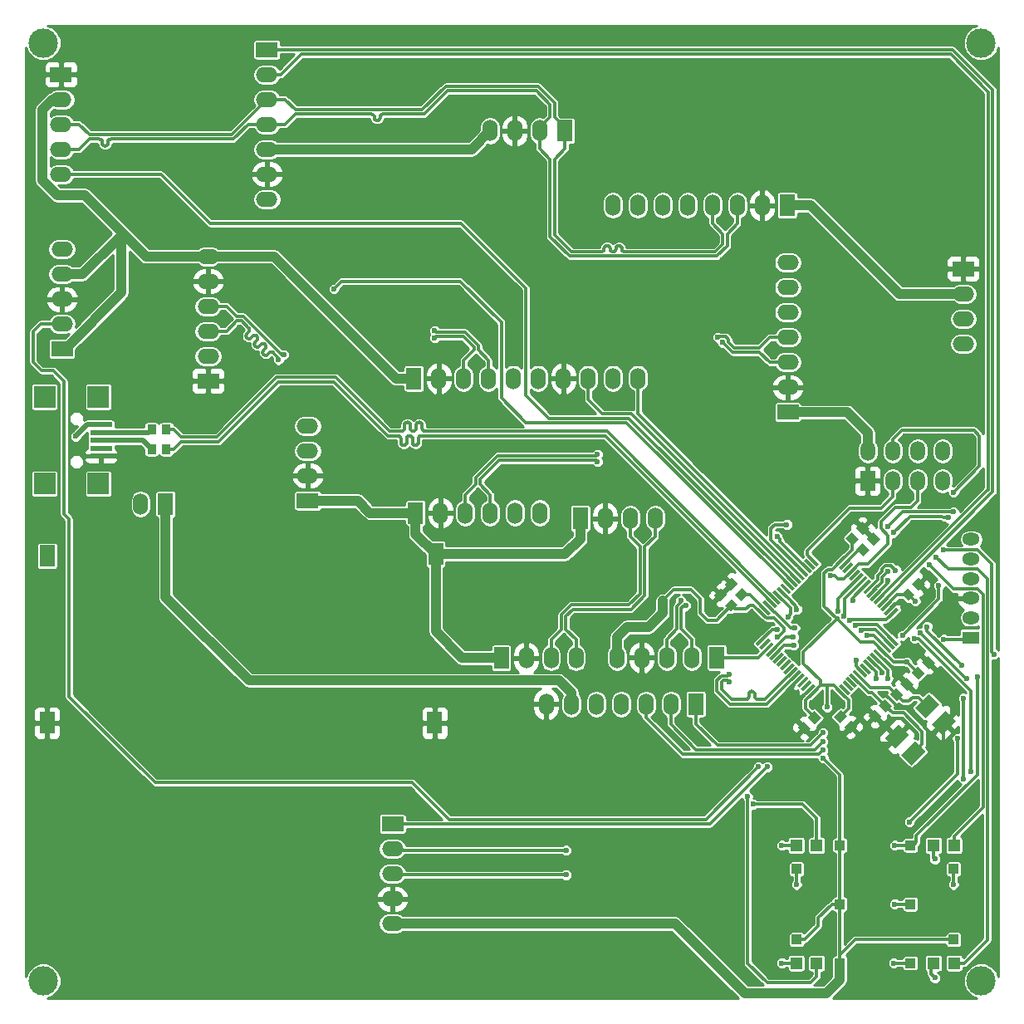
<source format=gtl>
G04 #@! TF.FileFunction,Copper,L1,Top,Signal*
%FSLAX46Y46*%
G04 Gerber Fmt 4.6, Leading zero omitted, Abs format (unit mm)*
G04 Created by KiCad (PCBNEW 4.0.7-e2-6376~58~ubuntu14.04.1) date Sun Nov  5 14:12:04 2017*
%MOMM*%
%LPD*%
G01*
G04 APERTURE LIST*
%ADD10C,0.100000*%
%ADD11R,1.524000X2.199640*%
%ADD12O,1.524000X2.199640*%
%ADD13R,2.199640X1.524000*%
%ADD14O,2.199640X1.524000*%
%ADD15R,1.524000X1.998980*%
%ADD16O,1.524000X1.998980*%
%ADD17R,1.800000X1.300000*%
%ADD18O,1.800000X1.300000*%
%ADD19R,2.197100X2.197100*%
%ADD20R,2.197100X0.497840*%
%ADD21R,1.198880X1.198880*%
%ADD22R,0.899160X1.000760*%
%ADD23R,1.000760X1.000760*%
%ADD24C,3.000000*%
%ADD25C,0.600000*%
%ADD26C,1.000000*%
%ADD27C,0.300000*%
%ADD28C,0.500000*%
%ADD29C,0.254000*%
G04 APERTURE END LIST*
D10*
G36*
X189910821Y-117941278D02*
X188991242Y-117021699D01*
X189239097Y-116773844D01*
X190158676Y-117693423D01*
X189910821Y-117941278D01*
X189910821Y-117941278D01*
G37*
G36*
X190264643Y-117587456D02*
X189345064Y-116667877D01*
X189592919Y-116420022D01*
X190512498Y-117339601D01*
X190264643Y-117587456D01*
X190264643Y-117587456D01*
G37*
G36*
X190618465Y-117233634D02*
X189698886Y-116314055D01*
X189946741Y-116066200D01*
X190866320Y-116985779D01*
X190618465Y-117233634D01*
X190618465Y-117233634D01*
G37*
G36*
X190972287Y-116879812D02*
X190052708Y-115960233D01*
X190300563Y-115712378D01*
X191220142Y-116631957D01*
X190972287Y-116879812D01*
X190972287Y-116879812D01*
G37*
G36*
X191326109Y-116525990D02*
X190406530Y-115606411D01*
X190654385Y-115358556D01*
X191573964Y-116278135D01*
X191326109Y-116525990D01*
X191326109Y-116525990D01*
G37*
G36*
X188851150Y-119000949D02*
X187931571Y-118081370D01*
X188179426Y-117833515D01*
X189099005Y-118753094D01*
X188851150Y-119000949D01*
X188851150Y-119000949D01*
G37*
G36*
X189203176Y-118648923D02*
X188283597Y-117729344D01*
X188531452Y-117481489D01*
X189451031Y-118401068D01*
X189203176Y-118648923D01*
X189203176Y-118648923D01*
G37*
G36*
X189556998Y-118295100D02*
X188637419Y-117375521D01*
X188885274Y-117127666D01*
X189804853Y-118047245D01*
X189556998Y-118295100D01*
X189556998Y-118295100D01*
G37*
G36*
X193481370Y-110868429D02*
X193233515Y-110620574D01*
X194153094Y-109700995D01*
X194400949Y-109948850D01*
X193481370Y-110868429D01*
X193481370Y-110868429D01*
G37*
G36*
X193129344Y-110516403D02*
X192881489Y-110268548D01*
X193801068Y-109348969D01*
X194048923Y-109596824D01*
X193129344Y-110516403D01*
X193129344Y-110516403D01*
G37*
G36*
X192775521Y-110162581D02*
X192527666Y-109914726D01*
X193447245Y-108995147D01*
X193695100Y-109243002D01*
X192775521Y-110162581D01*
X192775521Y-110162581D01*
G37*
G36*
X192421699Y-109808758D02*
X192173844Y-109560903D01*
X193093423Y-108641324D01*
X193341278Y-108889179D01*
X192421699Y-109808758D01*
X192421699Y-109808758D01*
G37*
G36*
X192067877Y-109454936D02*
X191820022Y-109207081D01*
X192739601Y-108287502D01*
X192987456Y-108535357D01*
X192067877Y-109454936D01*
X192067877Y-109454936D01*
G37*
G36*
X191714055Y-109101114D02*
X191466200Y-108853259D01*
X192385779Y-107933680D01*
X192633634Y-108181535D01*
X191714055Y-109101114D01*
X191714055Y-109101114D01*
G37*
G36*
X191360233Y-108747292D02*
X191112378Y-108499437D01*
X192031957Y-107579858D01*
X192279812Y-107827713D01*
X191360233Y-108747292D01*
X191360233Y-108747292D01*
G37*
G36*
X191006411Y-108393470D02*
X190758556Y-108145615D01*
X191678135Y-107226036D01*
X191925990Y-107473891D01*
X191006411Y-108393470D01*
X191006411Y-108393470D01*
G37*
G36*
X186020574Y-105566485D02*
X185100995Y-104646906D01*
X185348850Y-104399051D01*
X186268429Y-105318630D01*
X186020574Y-105566485D01*
X186020574Y-105566485D01*
G37*
G36*
X185668548Y-105918511D02*
X184748969Y-104998932D01*
X184996824Y-104751077D01*
X185916403Y-105670656D01*
X185668548Y-105918511D01*
X185668548Y-105918511D01*
G37*
G36*
X185314726Y-106272334D02*
X184395147Y-105352755D01*
X184643002Y-105104900D01*
X185562581Y-106024479D01*
X185314726Y-106272334D01*
X185314726Y-106272334D01*
G37*
G36*
X184960903Y-106626156D02*
X184041324Y-105706577D01*
X184289179Y-105458722D01*
X185208758Y-106378301D01*
X184960903Y-106626156D01*
X184960903Y-106626156D01*
G37*
G36*
X184607081Y-106979978D02*
X183687502Y-106060399D01*
X183935357Y-105812544D01*
X184854936Y-106732123D01*
X184607081Y-106979978D01*
X184607081Y-106979978D01*
G37*
G36*
X184253259Y-107333800D02*
X183333680Y-106414221D01*
X183581535Y-106166366D01*
X184501114Y-107085945D01*
X184253259Y-107333800D01*
X184253259Y-107333800D01*
G37*
G36*
X183899437Y-107687622D02*
X182979858Y-106768043D01*
X183227713Y-106520188D01*
X184147292Y-107439767D01*
X183899437Y-107687622D01*
X183899437Y-107687622D01*
G37*
G36*
X183545615Y-108041444D02*
X182626036Y-107121865D01*
X182873891Y-106874010D01*
X183793470Y-107793589D01*
X183545615Y-108041444D01*
X183545615Y-108041444D01*
G37*
G36*
X180046906Y-113699005D02*
X179799051Y-113451150D01*
X180718630Y-112531571D01*
X180966485Y-112779426D01*
X180046906Y-113699005D01*
X180046906Y-113699005D01*
G37*
G36*
X180398932Y-114051031D02*
X180151077Y-113803176D01*
X181070656Y-112883597D01*
X181318511Y-113131452D01*
X180398932Y-114051031D01*
X180398932Y-114051031D01*
G37*
G36*
X180752755Y-114404853D02*
X180504900Y-114156998D01*
X181424479Y-113237419D01*
X181672334Y-113485274D01*
X180752755Y-114404853D01*
X180752755Y-114404853D01*
G37*
G36*
X181106577Y-114758676D02*
X180858722Y-114510821D01*
X181778301Y-113591242D01*
X182026156Y-113839097D01*
X181106577Y-114758676D01*
X181106577Y-114758676D01*
G37*
G36*
X181460399Y-115112498D02*
X181212544Y-114864643D01*
X182132123Y-113945064D01*
X182379978Y-114192919D01*
X181460399Y-115112498D01*
X181460399Y-115112498D01*
G37*
G36*
X181814221Y-115466320D02*
X181566366Y-115218465D01*
X182485945Y-114298886D01*
X182733800Y-114546741D01*
X181814221Y-115466320D01*
X181814221Y-115466320D01*
G37*
G36*
X182168043Y-115820142D02*
X181920188Y-115572287D01*
X182839767Y-114652708D01*
X183087622Y-114900563D01*
X182168043Y-115820142D01*
X182168043Y-115820142D01*
G37*
G36*
X182521865Y-116173964D02*
X182274010Y-115926109D01*
X183193589Y-115006530D01*
X183441444Y-115254385D01*
X182521865Y-116173964D01*
X182521865Y-116173964D01*
G37*
G36*
X191678135Y-116173964D02*
X190758556Y-115254385D01*
X191006411Y-115006530D01*
X191925990Y-115926109D01*
X191678135Y-116173964D01*
X191678135Y-116173964D01*
G37*
G36*
X192031957Y-115820142D02*
X191112378Y-114900563D01*
X191360233Y-114652708D01*
X192279812Y-115572287D01*
X192031957Y-115820142D01*
X192031957Y-115820142D01*
G37*
G36*
X192385779Y-115466320D02*
X191466200Y-114546741D01*
X191714055Y-114298886D01*
X192633634Y-115218465D01*
X192385779Y-115466320D01*
X192385779Y-115466320D01*
G37*
G36*
X190654385Y-108041444D02*
X190406530Y-107793589D01*
X191326109Y-106874010D01*
X191573964Y-107121865D01*
X190654385Y-108041444D01*
X190654385Y-108041444D01*
G37*
G36*
X190300563Y-107687622D02*
X190052708Y-107439767D01*
X190972287Y-106520188D01*
X191220142Y-106768043D01*
X190300563Y-107687622D01*
X190300563Y-107687622D01*
G37*
G36*
X189946741Y-107333800D02*
X189698886Y-107085945D01*
X190618465Y-106166366D01*
X190866320Y-106414221D01*
X189946741Y-107333800D01*
X189946741Y-107333800D01*
G37*
G36*
X183193589Y-108393470D02*
X182274010Y-107473891D01*
X182521865Y-107226036D01*
X183441444Y-108145615D01*
X183193589Y-108393470D01*
X183193589Y-108393470D01*
G37*
G36*
X182839767Y-108747292D02*
X181920188Y-107827713D01*
X182168043Y-107579858D01*
X183087622Y-108499437D01*
X182839767Y-108747292D01*
X182839767Y-108747292D01*
G37*
G36*
X182485945Y-109101114D02*
X181566366Y-108181535D01*
X181814221Y-107933680D01*
X182733800Y-108853259D01*
X182485945Y-109101114D01*
X182485945Y-109101114D01*
G37*
G36*
X182873891Y-116525990D02*
X182626036Y-116278135D01*
X183545615Y-115358556D01*
X183793470Y-115606411D01*
X182873891Y-116525990D01*
X182873891Y-116525990D01*
G37*
G36*
X183227713Y-116879812D02*
X182979858Y-116631957D01*
X183899437Y-115712378D01*
X184147292Y-115960233D01*
X183227713Y-116879812D01*
X183227713Y-116879812D01*
G37*
G36*
X183581535Y-117233634D02*
X183333680Y-116985779D01*
X184253259Y-116066200D01*
X184501114Y-116314055D01*
X183581535Y-117233634D01*
X183581535Y-117233634D01*
G37*
G36*
X192739601Y-115112498D02*
X191820022Y-114192919D01*
X192067877Y-113945064D01*
X192987456Y-114864643D01*
X192739601Y-115112498D01*
X192739601Y-115112498D01*
G37*
G36*
X193093423Y-114758676D02*
X192173844Y-113839097D01*
X192421699Y-113591242D01*
X193341278Y-114510821D01*
X193093423Y-114758676D01*
X193093423Y-114758676D01*
G37*
G36*
X193447245Y-114404853D02*
X192527666Y-113485274D01*
X192775521Y-113237419D01*
X193695100Y-114156998D01*
X193447245Y-114404853D01*
X193447245Y-114404853D01*
G37*
G36*
X193801068Y-114051031D02*
X192881489Y-113131452D01*
X193129344Y-112883597D01*
X194048923Y-113803176D01*
X193801068Y-114051031D01*
X193801068Y-114051031D01*
G37*
G36*
X194153094Y-113699005D02*
X193233515Y-112779426D01*
X193481370Y-112531571D01*
X194400949Y-113451150D01*
X194153094Y-113699005D01*
X194153094Y-113699005D01*
G37*
G36*
X189592919Y-106979978D02*
X189345064Y-106732123D01*
X190264643Y-105812544D01*
X190512498Y-106060399D01*
X189592919Y-106979978D01*
X189592919Y-106979978D01*
G37*
G36*
X189239097Y-106626156D02*
X188991242Y-106378301D01*
X189910821Y-105458722D01*
X190158676Y-105706577D01*
X189239097Y-106626156D01*
X189239097Y-106626156D01*
G37*
G36*
X188885274Y-106272334D02*
X188637419Y-106024479D01*
X189556998Y-105104900D01*
X189804853Y-105352755D01*
X188885274Y-106272334D01*
X188885274Y-106272334D01*
G37*
G36*
X188531452Y-105918511D02*
X188283597Y-105670656D01*
X189203176Y-104751077D01*
X189451031Y-104998932D01*
X188531452Y-105918511D01*
X188531452Y-105918511D01*
G37*
G36*
X188179426Y-105566485D02*
X187931571Y-105318630D01*
X188851150Y-104399051D01*
X189099005Y-104646906D01*
X188179426Y-105566485D01*
X188179426Y-105566485D01*
G37*
G36*
X182132123Y-109454936D02*
X181212544Y-108535357D01*
X181460399Y-108287502D01*
X182379978Y-109207081D01*
X182132123Y-109454936D01*
X182132123Y-109454936D01*
G37*
G36*
X181778301Y-109808758D02*
X180858722Y-108889179D01*
X181106577Y-108641324D01*
X182026156Y-109560903D01*
X181778301Y-109808758D01*
X181778301Y-109808758D01*
G37*
G36*
X181424479Y-110162581D02*
X180504900Y-109243002D01*
X180752755Y-108995147D01*
X181672334Y-109914726D01*
X181424479Y-110162581D01*
X181424479Y-110162581D01*
G37*
G36*
X181070656Y-110516403D02*
X180151077Y-109596824D01*
X180398932Y-109348969D01*
X181318511Y-110268548D01*
X181070656Y-110516403D01*
X181070656Y-110516403D01*
G37*
G36*
X180718630Y-110868429D02*
X179799051Y-109948850D01*
X180046906Y-109700995D01*
X180966485Y-110620574D01*
X180718630Y-110868429D01*
X180718630Y-110868429D01*
G37*
G36*
X183935357Y-117587456D02*
X183687502Y-117339601D01*
X184607081Y-116420022D01*
X184854936Y-116667877D01*
X183935357Y-117587456D01*
X183935357Y-117587456D01*
G37*
G36*
X184289179Y-117941278D02*
X184041324Y-117693423D01*
X184960903Y-116773844D01*
X185208758Y-117021699D01*
X184289179Y-117941278D01*
X184289179Y-117941278D01*
G37*
G36*
X184643002Y-118295100D02*
X184395147Y-118047245D01*
X185314726Y-117127666D01*
X185562581Y-117375521D01*
X184643002Y-118295100D01*
X184643002Y-118295100D01*
G37*
G36*
X184996824Y-118648923D02*
X184748969Y-118401068D01*
X185668548Y-117481489D01*
X185916403Y-117729344D01*
X184996824Y-118648923D01*
X184996824Y-118648923D01*
G37*
G36*
X185348850Y-119000949D02*
X185100995Y-118753094D01*
X186020574Y-117833515D01*
X186268429Y-118081370D01*
X185348850Y-119000949D01*
X185348850Y-119000949D01*
G37*
G36*
X195716116Y-125841600D02*
X194655456Y-124780940D01*
X196069670Y-123366726D01*
X197130330Y-124427386D01*
X195716116Y-125841600D01*
X195716116Y-125841600D01*
G37*
G36*
X198827386Y-122730330D02*
X197766726Y-121669670D01*
X199180940Y-120255456D01*
X200241600Y-121316116D01*
X198827386Y-122730330D01*
X198827386Y-122730330D01*
G37*
G36*
X197130330Y-121033274D02*
X196069670Y-119972614D01*
X197483884Y-118558400D01*
X198544544Y-119619060D01*
X197130330Y-121033274D01*
X197130330Y-121033274D01*
G37*
G36*
X194019060Y-124144544D02*
X192958400Y-123083884D01*
X194372614Y-121669670D01*
X195433274Y-122730330D01*
X194019060Y-124144544D01*
X194019060Y-124144544D01*
G37*
D11*
X153889468Y-114889744D03*
D12*
X156429468Y-114889744D03*
X158969468Y-114889744D03*
X161509468Y-114889744D03*
D13*
X109000000Y-55420000D03*
D14*
X109000000Y-57960000D03*
X109000000Y-60500000D03*
X109000000Y-63040000D03*
X109000000Y-65580000D03*
D11*
X173720000Y-119600000D03*
D12*
X171180000Y-119600000D03*
X168640000Y-119600000D03*
X166100000Y-119600000D03*
X163560000Y-119600000D03*
X161020000Y-119600000D03*
X158480000Y-119600000D03*
D11*
X144970000Y-86400000D03*
D12*
X147510000Y-86400000D03*
X150050000Y-86400000D03*
X152590000Y-86400000D03*
X155130000Y-86400000D03*
X157670000Y-86400000D03*
X160210000Y-86400000D03*
X162750000Y-86400000D03*
X165290000Y-86400000D03*
X167830000Y-86400000D03*
D11*
X161940000Y-100650000D03*
D12*
X164480000Y-100650000D03*
X167020000Y-100650000D03*
X169560000Y-100650000D03*
D11*
X175830000Y-114850000D03*
D12*
X173290000Y-114850000D03*
X170750000Y-114850000D03*
X168210000Y-114850000D03*
X165670000Y-114850000D03*
D13*
X142800000Y-131820000D03*
D14*
X142800000Y-134360000D03*
X142800000Y-136900000D03*
X142800000Y-139440000D03*
X142800000Y-141980000D03*
D13*
X134150000Y-98860000D03*
D14*
X134150000Y-96320000D03*
X134150000Y-93780000D03*
X134150000Y-91240000D03*
D13*
X130000000Y-52880000D03*
D14*
X130000000Y-55420000D03*
X130000000Y-57960000D03*
X130000000Y-60500000D03*
X130000000Y-63040000D03*
X130000000Y-65580000D03*
X130000000Y-68120000D03*
D11*
X160360000Y-61150000D03*
D12*
X157820000Y-61150000D03*
X155280000Y-61150000D03*
X152740000Y-61150000D03*
D13*
X124000000Y-86650000D03*
D14*
X124000000Y-84110000D03*
X124000000Y-81570000D03*
X124000000Y-79030000D03*
X124000000Y-76490000D03*
X124000000Y-73950000D03*
D13*
X109100000Y-83380000D03*
D14*
X109100000Y-80840000D03*
X109100000Y-78300000D03*
X109100000Y-75760000D03*
X109100000Y-73220000D03*
D11*
X183040000Y-68750000D03*
D12*
X180500000Y-68750000D03*
X177960000Y-68750000D03*
X175420000Y-68750000D03*
X172880000Y-68750000D03*
X170340000Y-68750000D03*
X167800000Y-68750000D03*
X165260000Y-68750000D03*
D13*
X201000000Y-75220000D03*
D14*
X201000000Y-77760000D03*
X201000000Y-80300000D03*
X201000000Y-82840000D03*
D15*
X191250000Y-96838920D03*
D16*
X191250000Y-93801080D03*
X193790000Y-96838920D03*
X193790000Y-93801080D03*
X196330000Y-96838920D03*
X196330000Y-93801080D03*
X198870000Y-96838920D03*
X198870000Y-93801080D03*
D11*
X145150000Y-100100000D03*
D12*
X147690000Y-100100000D03*
X150230000Y-100100000D03*
X152770000Y-100100000D03*
X155310000Y-100100000D03*
X157850000Y-100100000D03*
D10*
G36*
X194132448Y-117959908D02*
X194840092Y-118667552D01*
X194204290Y-119303354D01*
X193496646Y-118595710D01*
X194132448Y-117959908D01*
X194132448Y-117959908D01*
G37*
G36*
X195195710Y-116896646D02*
X195903354Y-117604290D01*
X195267552Y-118240092D01*
X194559908Y-117532448D01*
X195195710Y-116896646D01*
X195195710Y-116896646D01*
G37*
G36*
X193067552Y-120440092D02*
X192359908Y-119732448D01*
X192995710Y-119096646D01*
X193703354Y-119804290D01*
X193067552Y-120440092D01*
X193067552Y-120440092D01*
G37*
G36*
X192004290Y-121503354D02*
X191296646Y-120795710D01*
X191932448Y-120159908D01*
X192640092Y-120867552D01*
X192004290Y-121503354D01*
X192004290Y-121503354D01*
G37*
G36*
X189140092Y-120832448D02*
X188432448Y-121540092D01*
X187796646Y-120904290D01*
X188504290Y-120196646D01*
X189140092Y-120832448D01*
X189140092Y-120832448D01*
G37*
G36*
X190203354Y-121895710D02*
X189495710Y-122603354D01*
X188859908Y-121967552D01*
X189567552Y-121259908D01*
X190203354Y-121895710D01*
X190203354Y-121895710D01*
G37*
G36*
X196332448Y-115759908D02*
X197040092Y-116467552D01*
X196404290Y-117103354D01*
X195696646Y-116395710D01*
X196332448Y-115759908D01*
X196332448Y-115759908D01*
G37*
G36*
X197395710Y-114696646D02*
X198103354Y-115404290D01*
X197467552Y-116040092D01*
X196759908Y-115332448D01*
X197395710Y-114696646D01*
X197395710Y-114696646D01*
G37*
G36*
X195332448Y-107759908D02*
X196040092Y-108467552D01*
X195404290Y-109103354D01*
X194696646Y-108395710D01*
X195332448Y-107759908D01*
X195332448Y-107759908D01*
G37*
G36*
X196395710Y-106696646D02*
X197103354Y-107404290D01*
X196467552Y-108040092D01*
X195759908Y-107332448D01*
X196395710Y-106696646D01*
X196395710Y-106696646D01*
G37*
G36*
X189632448Y-102059908D02*
X190340092Y-102767552D01*
X189704290Y-103403354D01*
X188996646Y-102695710D01*
X189632448Y-102059908D01*
X189632448Y-102059908D01*
G37*
G36*
X190695710Y-100996646D02*
X191403354Y-101704290D01*
X190767552Y-102340092D01*
X190059908Y-101632448D01*
X190695710Y-100996646D01*
X190695710Y-100996646D01*
G37*
G36*
X176659908Y-109567552D02*
X177367552Y-108859908D01*
X178003354Y-109495710D01*
X177295710Y-110203354D01*
X176659908Y-109567552D01*
X176659908Y-109567552D01*
G37*
G36*
X175596646Y-108504290D02*
X176304290Y-107796646D01*
X176940092Y-108432448D01*
X176232448Y-109140092D01*
X175596646Y-108504290D01*
X175596646Y-108504290D01*
G37*
G36*
X185867552Y-121640092D02*
X185159908Y-120932448D01*
X185795710Y-120296646D01*
X186503354Y-121004290D01*
X185867552Y-121640092D01*
X185867552Y-121640092D01*
G37*
G36*
X184804290Y-122703354D02*
X184096646Y-121995710D01*
X184732448Y-121359908D01*
X185440092Y-122067552D01*
X184804290Y-122703354D01*
X184804290Y-122703354D01*
G37*
G36*
X177759908Y-108467552D02*
X178467552Y-107759908D01*
X179103354Y-108395710D01*
X178395710Y-109103354D01*
X177759908Y-108467552D01*
X177759908Y-108467552D01*
G37*
G36*
X176696646Y-107404290D02*
X177404290Y-106696646D01*
X178040092Y-107332448D01*
X177332448Y-108040092D01*
X176696646Y-107404290D01*
X176696646Y-107404290D01*
G37*
G36*
X190732448Y-103159908D02*
X191440092Y-103867552D01*
X190804290Y-104503354D01*
X190096646Y-103795710D01*
X190732448Y-103159908D01*
X190732448Y-103159908D01*
G37*
G36*
X191795710Y-102096646D02*
X192503354Y-102804290D01*
X191867552Y-103440092D01*
X191159908Y-102732448D01*
X191795710Y-102096646D01*
X191795710Y-102096646D01*
G37*
D17*
X201800000Y-112800000D03*
D18*
X201800000Y-110800000D03*
X201800000Y-108800000D03*
X201800000Y-106800000D03*
X201800000Y-104800000D03*
X201800000Y-102800000D03*
D19*
X112819500Y-97129760D03*
D20*
X113098900Y-91102340D03*
X113098900Y-91902440D03*
X113098900Y-92700000D03*
X113098900Y-93497560D03*
X113098900Y-94297660D03*
D19*
X112819500Y-88270240D03*
X107320400Y-88270240D03*
X107320400Y-97129760D03*
D21*
X183950980Y-134000000D03*
X186049020Y-134000000D03*
X197950980Y-134000000D03*
X200049020Y-134000000D03*
X197950980Y-146000000D03*
X200049020Y-146000000D03*
X183950980Y-146000000D03*
X186049020Y-146000000D03*
D22*
X118248160Y-91600000D03*
X119751840Y-91600000D03*
X119751840Y-93600000D03*
X118248160Y-93600000D03*
D23*
X188400820Y-140000000D03*
X195599180Y-140000000D03*
X184000000Y-143599180D03*
X184000000Y-136400820D03*
X200000000Y-143599180D03*
X200000000Y-136400820D03*
X188400820Y-134000000D03*
X195599180Y-134000000D03*
X188400820Y-146000000D03*
X195599180Y-146000000D03*
D24*
X107200000Y-147800000D03*
X107200000Y-52200000D03*
X202800000Y-52200000D03*
X202800000Y-147800000D03*
D11*
X119670000Y-99200000D03*
D12*
X117130000Y-99200000D03*
D11*
X107600000Y-104500000D03*
X147200000Y-104300000D03*
X107600000Y-121500000D03*
X147100000Y-121500000D03*
D13*
X183110000Y-89840000D03*
D14*
X183110000Y-87300000D03*
X183110000Y-84760000D03*
X183110000Y-82220000D03*
X183110000Y-79680000D03*
X183110000Y-77140000D03*
X183110000Y-74600000D03*
D25*
X170320000Y-109070000D03*
X187100000Y-119900000D03*
X186726274Y-125125649D03*
X188100000Y-110891554D03*
X182000000Y-112752403D03*
X196100000Y-109100000D03*
X199000000Y-113000000D03*
X195236738Y-115300000D03*
X195700000Y-101700000D03*
X178700000Y-111700000D03*
X175500000Y-109900000D03*
X183900000Y-127000000D03*
X184300000Y-131600000D03*
X191400000Y-100400000D03*
X192300000Y-123600000D03*
X116000000Y-95000000D03*
X183900000Y-122900000D03*
X192000000Y-131000000D03*
X199795200Y-117736738D03*
X197100000Y-106700000D03*
X186700000Y-122500000D03*
X192100000Y-117000000D03*
X186700000Y-123400000D03*
X192702400Y-116400000D03*
X193304800Y-117000000D03*
X186700000Y-124300000D03*
X110500000Y-92300000D03*
X180100000Y-126000000D03*
X190600000Y-112100000D03*
X181000000Y-126000000D03*
X191200000Y-112600000D03*
X160500000Y-134500000D03*
X184016229Y-109924202D03*
X183113830Y-110686170D03*
X160500000Y-137000000D03*
X136830000Y-77280000D03*
X200000000Y-98000000D03*
X183674038Y-112774038D03*
X183700000Y-113600000D03*
X182000000Y-102500000D03*
X187474038Y-106474038D03*
X183000000Y-101300000D03*
X200000000Y-100000000D03*
X193300000Y-101500000D03*
X182000000Y-112000000D03*
X183825962Y-111825962D03*
X193900000Y-102100000D03*
X199500000Y-100602400D03*
X198500000Y-107500000D03*
X194800000Y-112600000D03*
X190100000Y-115100000D03*
X182500000Y-134000000D03*
X198100000Y-135400000D03*
X198100000Y-147500000D03*
X182500000Y-146000000D03*
X194000000Y-140000000D03*
X195500000Y-131600000D03*
X200397600Y-123100000D03*
X200822128Y-115677872D03*
X197300000Y-111700000D03*
X189700000Y-109000000D03*
X184000000Y-138000000D03*
X200000000Y-138000000D03*
X201797600Y-126500000D03*
X196000000Y-112900000D03*
X188800000Y-110600000D03*
X194000000Y-134000000D03*
X202400000Y-116800000D03*
X204100000Y-114500000D03*
X199000000Y-103900000D03*
X194100000Y-105945190D03*
X193900000Y-146000000D03*
X201000000Y-127200000D03*
X201000000Y-119000000D03*
X201338094Y-116961906D03*
X196624012Y-112331680D03*
X188200000Y-110100000D03*
X179602400Y-129800000D03*
X189400000Y-111100000D03*
X197500000Y-105400000D03*
X193300000Y-107000000D03*
X198217263Y-104617263D03*
X193300000Y-106100000D03*
X179000000Y-129000000D03*
X190000000Y-111600000D03*
X177132267Y-117296887D03*
X172193987Y-109023987D03*
X131706013Y-83963987D03*
X176466013Y-82736013D03*
X163700000Y-94123800D03*
X147100000Y-82276200D03*
X177132267Y-116544487D03*
X172726013Y-109556013D03*
X131173987Y-84496013D03*
X175933987Y-82203987D03*
X163700000Y-94876200D03*
X147100000Y-81523800D03*
D26*
X189150000Y-89840000D02*
X191250000Y-91940000D01*
X191250000Y-91940000D02*
X191250000Y-94050000D01*
X183110000Y-89840000D02*
X189150000Y-89840000D01*
X130000000Y-63040000D02*
X150850000Y-63040000D01*
X150850000Y-63040000D02*
X152740000Y-61150000D01*
D27*
X173240000Y-107930000D02*
X171460000Y-107930000D01*
X171460000Y-107930000D02*
X170320000Y-109070000D01*
X174200000Y-108890000D02*
X173240000Y-107930000D01*
X174200000Y-110330000D02*
X174200000Y-108890000D01*
X174910000Y-111040000D02*
X174200000Y-110330000D01*
X175823262Y-111040000D02*
X174910000Y-111040000D01*
X177331631Y-109531631D02*
X175823262Y-111040000D01*
D26*
X170320000Y-109070000D02*
X170320000Y-110320000D01*
X170320000Y-110320000D02*
X168890000Y-111750000D01*
X168890000Y-111750000D02*
X166670180Y-111750000D01*
X166670180Y-111750000D02*
X165670000Y-112750180D01*
X165670000Y-112750180D02*
X165670000Y-114850000D01*
X111400000Y-67700000D02*
X115160000Y-71460000D01*
X115160000Y-71460000D02*
X115800000Y-72100000D01*
X109100000Y-83380000D02*
X109437820Y-83380000D01*
X109437820Y-83380000D02*
X115160000Y-77657820D01*
X115160000Y-77657820D02*
X115160000Y-71460000D01*
X115800000Y-72100000D02*
X117650000Y-73950000D01*
X117650000Y-73950000D02*
X124000000Y-73950000D01*
X144970000Y-86400000D02*
X143208000Y-86400000D01*
X143208000Y-86400000D02*
X130758000Y-73950000D01*
X130758000Y-73950000D02*
X126099820Y-73950000D01*
X126099820Y-73950000D02*
X124000000Y-73950000D01*
X109100000Y-75760000D02*
X111199820Y-75760000D01*
X114859820Y-72100000D02*
X115800000Y-72100000D01*
X111199820Y-75760000D02*
X114859820Y-72100000D01*
X147200000Y-104300000D02*
X160389820Y-104300000D01*
X160389820Y-104300000D02*
X161940000Y-102749820D01*
X161940000Y-102749820D02*
X161940000Y-100650000D01*
X142800000Y-141980000D02*
X171580000Y-141980000D01*
X188400820Y-147699180D02*
X188400820Y-146000000D01*
X187000000Y-149100000D02*
X188400820Y-147699180D01*
X178700000Y-149100000D02*
X187000000Y-149100000D01*
X171580000Y-141980000D02*
X178700000Y-149100000D01*
X147200000Y-104300000D02*
X147200000Y-112200000D01*
X149889744Y-114889744D02*
X153889468Y-114889744D01*
X147200000Y-112200000D02*
X149889744Y-114889744D01*
X183040000Y-68750000D02*
X185450000Y-68750000D01*
X194460000Y-77760000D02*
X201000000Y-77760000D01*
X185450000Y-68750000D02*
X194460000Y-77760000D01*
X109000000Y-57960000D02*
X108140000Y-57960000D01*
X108140000Y-57960000D02*
X107100000Y-59000000D01*
X107100000Y-59000000D02*
X107100000Y-66200000D01*
X107100000Y-66200000D02*
X108600000Y-67700000D01*
X108600000Y-67700000D02*
X111400000Y-67700000D01*
X145150000Y-100100000D02*
X140500000Y-100100000D01*
X139260000Y-98860000D02*
X134150000Y-98860000D01*
X140500000Y-100100000D02*
X139260000Y-98860000D01*
X147200000Y-104300000D02*
X145150000Y-102250000D01*
X145150000Y-102250000D02*
X145150000Y-100100000D01*
D27*
X183999180Y-143600000D02*
X184000000Y-143599180D01*
X186400000Y-117701944D02*
X187100000Y-117701944D01*
X187100000Y-117701944D02*
X187800000Y-117701944D01*
X187100000Y-119900000D02*
X187100000Y-117701944D01*
X188400820Y-134000000D02*
X188400820Y-126800195D01*
X188400820Y-126800195D02*
X186726274Y-125125649D01*
X190000820Y-143599180D02*
X188400820Y-145199180D01*
X200000000Y-143599180D02*
X190000820Y-143599180D01*
X188400820Y-145199180D02*
X188400820Y-146000000D01*
X186200000Y-142199560D02*
X186200000Y-141400440D01*
X186200000Y-141400440D02*
X187600440Y-140000000D01*
X187600440Y-140000000D02*
X188400820Y-140000000D01*
X184000000Y-143599180D02*
X184800380Y-143599180D01*
X184800380Y-143599180D02*
X186200000Y-142199560D01*
X188400820Y-140000000D02*
X188400820Y-140800380D01*
X188400820Y-140800380D02*
X188400820Y-146000000D01*
X188400820Y-134000000D02*
X188400820Y-134800380D01*
X188400820Y-134800380D02*
X188400820Y-140000000D01*
X187800000Y-117701944D02*
X188515288Y-118417232D01*
X186400000Y-117200000D02*
X186400000Y-117701944D01*
X186400000Y-117701944D02*
X185684712Y-118417232D01*
X184700000Y-115500000D02*
X186400000Y-117200000D01*
X184700000Y-114291554D02*
X184700000Y-115500000D01*
X188100000Y-110891554D02*
X184700000Y-114291554D01*
X186800000Y-109591554D02*
X188100000Y-110891554D01*
X188100000Y-110891554D02*
X190508446Y-113300000D01*
X182700000Y-111808446D02*
X182700000Y-112191554D01*
X182700000Y-112191554D02*
X182139151Y-112752403D01*
X182139151Y-112752403D02*
X182000000Y-112752403D01*
X181718813Y-110818813D02*
X181718813Y-110827259D01*
X181718813Y-110827259D02*
X182700000Y-111808446D01*
X180382768Y-110284712D02*
X180916869Y-110818813D01*
X180916869Y-110818813D02*
X181718813Y-110818813D01*
X190508446Y-113300000D02*
X191882602Y-113300000D01*
X191882602Y-113300000D02*
X192757561Y-114174959D01*
X186800000Y-106256522D02*
X186800000Y-109591554D01*
X187626419Y-105871637D02*
X187184885Y-105871637D01*
X187184885Y-105871637D02*
X186800000Y-106256522D01*
X188515288Y-104982768D02*
X187626419Y-105871637D01*
X195431631Y-108431631D02*
X196100000Y-109100000D01*
X195368369Y-108431631D02*
X195431631Y-108431631D01*
X199000000Y-113000000D02*
X201600000Y-113000000D01*
X201600000Y-113000000D02*
X201800000Y-112800000D01*
X196368369Y-116431631D02*
X195236738Y-115300000D01*
X178779758Y-109920242D02*
X179200000Y-109500000D01*
X179852269Y-109754213D02*
X180382768Y-110284712D01*
X179200000Y-109500000D02*
X179598056Y-109500000D01*
X179598056Y-109500000D02*
X179852269Y-109754213D01*
X177331631Y-109531631D02*
X177720242Y-109920242D01*
X177720242Y-109920242D02*
X178779758Y-109920242D01*
X189668369Y-102731631D02*
X189668369Y-103829687D01*
X189668369Y-103829687D02*
X188515288Y-104982768D01*
X193111383Y-109578864D02*
X194258616Y-108431631D01*
X194258616Y-108431631D02*
X195368369Y-108431631D01*
X184900000Y-119201944D02*
X184900000Y-120036738D01*
X184900000Y-120036738D02*
X185831631Y-120968369D01*
X185684712Y-118417232D02*
X184900000Y-119201944D01*
X189300000Y-119201944D02*
X189300000Y-120036738D01*
X189300000Y-120036738D02*
X188468369Y-120868369D01*
X188515288Y-118417232D02*
X189300000Y-119201944D01*
X193882602Y-115300000D02*
X195236738Y-115300000D01*
X192757561Y-114174959D02*
X193882602Y-115300000D01*
X152287600Y-61150000D02*
X152740000Y-61150000D01*
X176268369Y-108468369D02*
X175500000Y-109236738D01*
X175500000Y-109236738D02*
X175500000Y-109900000D01*
X190731631Y-101668369D02*
X191400000Y-101000000D01*
X191400000Y-101000000D02*
X191400000Y-100400000D01*
X194195837Y-122907107D02*
X193502944Y-123600000D01*
X193502944Y-123600000D02*
X192300000Y-123600000D01*
D28*
X113098900Y-94297660D02*
X115297660Y-94297660D01*
X115297660Y-94297660D02*
X116000000Y-95000000D01*
D27*
X184768369Y-122031631D02*
X183900000Y-122900000D01*
X194195837Y-122907107D02*
X192000000Y-125102944D01*
X192000000Y-125102944D02*
X192000000Y-131000000D01*
X199004163Y-125895837D02*
X193900000Y-131000000D01*
X193900000Y-131000000D02*
X192000000Y-131000000D01*
X199004163Y-121492893D02*
X199004163Y-125895837D01*
X196431631Y-107368369D02*
X197300000Y-108236738D01*
X197300000Y-108236738D02*
X197300000Y-108900000D01*
X197300000Y-108900000D02*
X196200000Y-110000000D01*
X196200000Y-110000000D02*
X195200000Y-110000000D01*
X195200000Y-110000000D02*
X194598585Y-109398585D01*
X194598585Y-109398585D02*
X193999307Y-109398585D01*
X193999307Y-109398585D02*
X193465206Y-109932686D01*
X197431631Y-115368369D02*
X199795200Y-117736738D01*
X199795200Y-117736738D02*
X199800000Y-117736738D01*
X196431631Y-107368369D02*
X197100000Y-106700000D01*
X190731631Y-101668369D02*
X191831631Y-102768369D01*
X199800000Y-117736738D02*
X199800000Y-120697056D01*
X199800000Y-120697056D02*
X199004163Y-121492893D01*
X191968369Y-120831631D02*
X194043845Y-122907107D01*
X194043845Y-122907107D02*
X194195837Y-122907107D01*
X188000000Y-122500000D02*
X188963262Y-122500000D01*
X188963262Y-122500000D02*
X189531631Y-121931631D01*
X187300000Y-121800000D02*
X188000000Y-122500000D01*
X186508446Y-121800000D02*
X187300000Y-121800000D01*
X184768369Y-122031631D02*
X185192901Y-122456163D01*
X185192901Y-122456163D02*
X185852283Y-122456163D01*
X185852283Y-122456163D02*
X186508446Y-121800000D01*
X182800000Y-118474958D02*
X182800000Y-120063262D01*
X182800000Y-120063262D02*
X183900000Y-121163262D01*
X184271219Y-117003739D02*
X182800000Y-118474958D01*
X183900000Y-119497892D02*
X183900000Y-121163262D01*
X183900000Y-121163262D02*
X184768369Y-122031631D01*
X185332686Y-118065206D02*
X183900000Y-119497892D01*
X177368369Y-107368369D02*
X176268369Y-108468369D01*
X191063262Y-120400000D02*
X191536738Y-120400000D01*
X191536738Y-120400000D02*
X191968369Y-120831631D01*
X189531631Y-121931631D02*
X191063262Y-120400000D01*
X192403739Y-114528781D02*
X195231631Y-117356673D01*
X195231631Y-117356673D02*
X195231631Y-117568369D01*
X154827600Y-61602400D02*
X155280000Y-61150000D01*
X168210000Y-115187820D02*
X168210000Y-114850000D01*
X124200000Y-70600000D02*
X119180000Y-65580000D01*
X119180000Y-65580000D02*
X109000000Y-65580000D01*
X149800000Y-70600000D02*
X124200000Y-70600000D01*
X156400000Y-77200000D02*
X149800000Y-70600000D01*
X156400000Y-88100000D02*
X156400000Y-77200000D01*
X158752410Y-90452410D02*
X156400000Y-88100000D01*
X166912080Y-90452410D02*
X158752410Y-90452410D01*
X183563575Y-107103905D02*
X166912080Y-90452410D01*
X175900000Y-123800000D02*
X173720000Y-121620000D01*
X173720000Y-121620000D02*
X173720000Y-119600000D01*
X185400000Y-123800000D02*
X175900000Y-123800000D01*
X186700000Y-122500000D02*
X185400000Y-123800000D01*
X191342273Y-115590247D02*
X192100000Y-116347974D01*
X192100000Y-116347974D02*
X192100000Y-117000000D01*
X173752409Y-124252409D02*
X171180000Y-121680000D01*
X171180000Y-121680000D02*
X171180000Y-119600000D01*
X186700000Y-123400000D02*
X185847591Y-124252409D01*
X185847591Y-124252409D02*
X173752409Y-124252409D01*
X191696095Y-115236425D02*
X192702400Y-116242730D01*
X192702400Y-116242730D02*
X192702400Y-116400000D01*
X193304800Y-117000000D02*
X193304800Y-116137486D01*
X193304800Y-116137486D02*
X192049917Y-114882603D01*
X173565015Y-124704819D02*
X186295181Y-124704819D01*
X186295181Y-124704819D02*
X186700000Y-124300000D01*
X168640000Y-119600000D02*
X168640000Y-120999820D01*
X168640000Y-120999820D02*
X172344999Y-124704819D01*
X172344999Y-124704819D02*
X173565015Y-124704819D01*
D26*
X119670000Y-99200000D02*
X119670000Y-108670000D01*
X161020000Y-118420000D02*
X161020000Y-119600000D01*
X159800000Y-117200000D02*
X161020000Y-118420000D01*
X128200000Y-117200000D02*
X159800000Y-117200000D01*
X119670000Y-108670000D02*
X128200000Y-117200000D01*
D28*
X113098900Y-91102340D02*
X111697660Y-91102340D01*
X111697660Y-91102340D02*
X110500000Y-92300000D01*
D27*
X164200000Y-90000000D02*
X162750000Y-88550000D01*
X162750000Y-88550000D02*
X162750000Y-86400000D01*
X167167314Y-90000000D02*
X164200000Y-90000000D01*
X183917397Y-106750083D02*
X167167314Y-90000000D01*
X167830000Y-86400000D02*
X167830000Y-86737820D01*
X184271219Y-106396261D02*
X167830000Y-89955042D01*
X167830000Y-89955042D02*
X167830000Y-86400000D01*
X181088617Y-113821136D02*
X180059753Y-114850000D01*
X180059753Y-114850000D02*
X175830000Y-114850000D01*
X175830000Y-114512180D02*
X175830000Y-114850000D01*
X106160000Y-81640000D02*
X106960000Y-80840000D01*
X106960000Y-80840000D02*
X109100000Y-80840000D01*
X106160000Y-84760000D02*
X106160000Y-81640000D01*
X107000000Y-85600000D02*
X106160000Y-84760000D01*
X108200000Y-85600000D02*
X107000000Y-85600000D01*
X109300000Y-86700000D02*
X108200000Y-85600000D01*
X109300000Y-100200000D02*
X109300000Y-86700000D01*
X109819619Y-100719619D02*
X109300000Y-100200000D01*
X118600000Y-127600000D02*
X109819619Y-118819619D01*
X109819619Y-118819619D02*
X109819619Y-100719619D01*
X144800000Y-127600000D02*
X118600000Y-127600000D01*
X148567590Y-131367590D02*
X144800000Y-127600000D01*
X174732410Y-131367590D02*
X148567590Y-131367590D01*
X180100000Y-126000000D02*
X174732410Y-131367590D01*
X193465206Y-113467314D02*
X191995491Y-111997599D01*
X191995491Y-111997599D02*
X190702401Y-111997599D01*
X190702401Y-111997599D02*
X190600000Y-112100000D01*
X181000000Y-126000000D02*
X175180000Y-131820000D01*
X175180000Y-131820000D02*
X142800000Y-131820000D01*
X193111383Y-113821136D02*
X191890247Y-112600000D01*
X191890247Y-112600000D02*
X191200000Y-112600000D01*
X160500000Y-134500000D02*
X142940000Y-134500000D01*
X142940000Y-134500000D02*
X142800000Y-134360000D01*
X183302401Y-108962071D02*
X184016229Y-109675899D01*
X184016229Y-109675899D02*
X184016229Y-109924202D01*
X182503905Y-108163575D02*
X183302401Y-108962071D01*
X183113830Y-110686170D02*
X183413829Y-110386171D01*
X183413829Y-110386171D02*
X183413829Y-109781143D01*
X183413829Y-109781143D02*
X182150083Y-108517397D01*
X160500000Y-137000000D02*
X142900000Y-137000000D01*
X142900000Y-137000000D02*
X142800000Y-136900000D01*
X204000000Y-57000000D02*
X204000000Y-97982602D01*
X204000000Y-97982602D02*
X192757561Y-109225041D01*
X199880000Y-52880000D02*
X204000000Y-57000000D01*
X130000000Y-52880000D02*
X199880000Y-52880000D01*
X130000000Y-55420000D02*
X131399820Y-55420000D01*
X131399820Y-55420000D02*
X133487410Y-53332410D01*
X133487410Y-53332410D02*
X199692606Y-53332410D01*
X199692606Y-53332410D02*
X203547590Y-57187394D01*
X203547590Y-57187394D02*
X203547590Y-97795208D01*
X203547590Y-97795208D02*
X203479750Y-97795208D01*
X203479750Y-97795208D02*
X192403739Y-108871219D01*
X149690000Y-76490000D02*
X137620000Y-76490000D01*
X137620000Y-76490000D02*
X136830000Y-77280000D01*
X153900000Y-80700000D02*
X149690000Y-76490000D01*
X153900000Y-88400000D02*
X153900000Y-80700000D01*
X156404820Y-90904820D02*
X153900000Y-88400000D01*
X183209753Y-107457727D02*
X166656846Y-90904820D01*
X166656846Y-90904820D02*
X156404820Y-90904820D01*
X192610000Y-99600000D02*
X193790000Y-98420000D01*
X193790000Y-98420000D02*
X193790000Y-96590000D01*
X189410000Y-99600000D02*
X192610000Y-99600000D01*
X185080000Y-103930000D02*
X189410000Y-99600000D01*
X185080000Y-104378056D02*
X185080000Y-103930000D01*
X185684712Y-104982768D02*
X185080000Y-104378056D01*
X194730000Y-91660000D02*
X193790000Y-92600000D01*
X193790000Y-92600000D02*
X193790000Y-94050000D01*
X202070000Y-91660000D02*
X194730000Y-91660000D01*
X202642770Y-92232770D02*
X202070000Y-91660000D01*
X202642770Y-95357230D02*
X202642770Y-92232770D01*
X200000000Y-98000000D02*
X202642770Y-95357230D01*
X181442439Y-114174959D02*
X182843360Y-112774038D01*
X182843360Y-112774038D02*
X183674038Y-112774038D01*
X181796261Y-114528781D02*
X182725042Y-113600000D01*
X182725042Y-113600000D02*
X183700000Y-113600000D01*
X182000000Y-102500000D02*
X182299999Y-102799999D01*
X182299999Y-102799999D02*
X182299999Y-103009752D01*
X182299999Y-103009752D02*
X184448365Y-105158118D01*
X184448365Y-105158118D02*
X184978864Y-105688617D01*
X189574959Y-106042439D02*
X190317398Y-105300000D01*
X190317398Y-105300000D02*
X191300000Y-105300000D01*
X191300000Y-105300000D02*
X193300000Y-103300000D01*
X195652410Y-99547590D02*
X196330000Y-98870000D01*
X196330000Y-98870000D02*
X196330000Y-96590000D01*
X193300000Y-103300000D02*
X193300000Y-102391554D01*
X193300000Y-102391554D02*
X192600000Y-101691554D01*
X192600000Y-101691554D02*
X192600000Y-101000000D01*
X192600000Y-101000000D02*
X194052410Y-99547590D01*
X194052410Y-99547590D02*
X195652410Y-99547590D01*
X187474038Y-106474038D02*
X187898302Y-106474038D01*
X187898302Y-106474038D02*
X188224264Y-106800000D01*
X188224264Y-106800000D02*
X188817398Y-106800000D01*
X188817398Y-106800000D02*
X189574959Y-106042439D01*
X181397599Y-101702401D02*
X181800000Y-101300000D01*
X181800000Y-101300000D02*
X183000000Y-101300000D01*
X184625041Y-106042439D02*
X181397599Y-102814997D01*
X181397599Y-102814997D02*
X181397599Y-101702401D01*
X195800000Y-118900000D02*
X196411270Y-118900000D01*
X196411270Y-118900000D02*
X197307107Y-119795837D01*
X195400000Y-119300000D02*
X195800000Y-118900000D01*
X194836738Y-119300000D02*
X195400000Y-119300000D01*
X194168369Y-118631631D02*
X194836738Y-119300000D01*
X191532686Y-117900000D02*
X193436738Y-117900000D01*
X193436738Y-117900000D02*
X194168369Y-118631631D01*
X190282603Y-116649917D02*
X191532686Y-117900000D01*
X193031631Y-119768369D02*
X193763262Y-120500000D01*
X193763262Y-120500000D02*
X194900000Y-120500000D01*
X194900000Y-120500000D02*
X196800000Y-122400000D01*
X196800000Y-122400000D02*
X196800000Y-123697056D01*
X196800000Y-123697056D02*
X195892893Y-124604163D01*
X191325042Y-118400000D02*
X191663262Y-118400000D01*
X191663262Y-118400000D02*
X193031631Y-119768369D01*
X189928781Y-117003739D02*
X191325042Y-118400000D01*
X178431631Y-108431631D02*
X179233739Y-108431631D01*
X179233739Y-108431631D02*
X180734794Y-109932686D01*
X190768369Y-103831631D02*
X190370477Y-103831631D01*
X190370477Y-103831631D02*
X188867314Y-105334794D01*
X193300000Y-101500000D02*
X194800000Y-100000000D01*
X194800000Y-100000000D02*
X200000000Y-100000000D01*
X180382768Y-113115288D02*
X181498056Y-112000000D01*
X181498056Y-112000000D02*
X182000000Y-112000000D01*
X183825962Y-111825962D02*
X183401698Y-111825962D01*
X183401698Y-111825962D02*
X181903564Y-110327828D01*
X181903564Y-110327828D02*
X181837581Y-110327828D01*
X181837581Y-110327828D02*
X181619116Y-110109363D01*
X181619116Y-110109363D02*
X181088617Y-109578864D01*
X198800000Y-100452410D02*
X195547590Y-100452410D01*
X195547590Y-100452410D02*
X193900000Y-102100000D01*
X198949990Y-100602400D02*
X198800000Y-100452410D01*
X199500000Y-100602400D02*
X198949990Y-100602400D01*
X194800000Y-112600000D02*
X198500000Y-108900000D01*
X198500000Y-108900000D02*
X198500000Y-107500000D01*
X190636425Y-116296095D02*
X190100000Y-115759670D01*
X190100000Y-115759670D02*
X190100000Y-115100000D01*
X119751840Y-91600000D02*
X120502410Y-91600000D01*
X144612478Y-91100739D02*
X144620000Y-91167495D01*
X120502410Y-91600000D02*
X121276210Y-92373800D01*
X121276210Y-92373800D02*
X124906306Y-92373800D01*
X144085450Y-90980449D02*
X144132953Y-90932946D01*
X144732953Y-91708350D02*
X144789834Y-91744091D01*
X143990290Y-91603966D02*
X144012478Y-91540557D01*
X124906306Y-92373800D02*
X131006306Y-86273800D01*
X144554549Y-90980449D02*
X144590290Y-91037330D01*
X145332953Y-90932946D02*
X145389834Y-90897205D01*
X143720000Y-91773800D02*
X143786756Y-91766279D01*
X131006306Y-86273800D02*
X136993694Y-86273800D01*
X136993694Y-86273800D02*
X142493694Y-91773800D01*
X144450165Y-90897205D02*
X144507046Y-90932946D01*
X144253243Y-90875017D02*
X144320000Y-90867495D01*
X146053243Y-91766279D02*
X146120000Y-91773800D01*
X144012478Y-91540557D02*
X144020000Y-91473800D01*
X142493694Y-91773800D02*
X143720000Y-91773800D01*
X143786756Y-91766279D02*
X143850165Y-91744091D01*
X145820000Y-91473800D02*
X145827521Y-91540557D01*
X145754549Y-90980449D02*
X145790290Y-91037330D01*
X145249709Y-91037330D02*
X145285450Y-90980449D01*
X145285450Y-90980449D02*
X145332953Y-90932946D01*
X144020000Y-91473800D02*
X144020000Y-91167495D01*
X143850165Y-91744091D02*
X143907046Y-91708350D01*
X145453243Y-90875017D02*
X145520000Y-90867495D01*
X143954549Y-91660847D02*
X143990290Y-91603966D01*
X145212478Y-91540557D02*
X145220000Y-91473800D01*
X145849709Y-91603966D02*
X145885450Y-91660847D01*
X145107046Y-91708350D02*
X145154549Y-91660847D01*
X143907046Y-91708350D02*
X143954549Y-91660847D01*
X144027521Y-91100739D02*
X144049709Y-91037330D01*
X144049709Y-91037330D02*
X144085450Y-90980449D01*
X145932953Y-91708350D02*
X145989834Y-91744091D01*
X144507046Y-90932946D02*
X144554549Y-90980449D01*
X144020000Y-91167495D02*
X144027521Y-91100739D01*
X144189834Y-90897205D02*
X144253243Y-90875017D01*
X144132953Y-90932946D02*
X144189834Y-90897205D01*
X144320000Y-90867495D02*
X144386756Y-90875017D01*
X145790290Y-91037330D02*
X145812478Y-91100739D01*
X144386756Y-90875017D02*
X144450165Y-90897205D01*
X145812478Y-91100739D02*
X145820000Y-91167495D01*
X145885450Y-91660847D02*
X145932953Y-91708350D01*
X144590290Y-91037330D02*
X144612478Y-91100739D01*
X181231842Y-108338914D02*
X181764147Y-108871219D01*
X144620000Y-91167495D02*
X144620000Y-91473800D01*
X144620000Y-91473800D02*
X144627521Y-91540557D01*
X145586756Y-90875017D02*
X145650165Y-90897205D01*
X145827521Y-91540557D02*
X145849709Y-91603966D01*
X144627521Y-91540557D02*
X144649709Y-91603966D01*
X144649709Y-91603966D02*
X144685450Y-91660847D01*
X144685450Y-91660847D02*
X144732953Y-91708350D01*
X144789834Y-91744091D02*
X144853243Y-91766279D01*
X144853243Y-91766279D02*
X144920000Y-91773800D01*
X144920000Y-91773800D02*
X144986756Y-91766279D01*
X144986756Y-91766279D02*
X145050165Y-91744091D01*
X145050165Y-91744091D02*
X145107046Y-91708350D01*
X145154549Y-91660847D02*
X145190290Y-91603966D01*
X145190290Y-91603966D02*
X145212478Y-91540557D01*
X145220000Y-91473800D02*
X145220000Y-91167495D01*
X145220000Y-91167495D02*
X145227521Y-91100739D01*
X145227521Y-91100739D02*
X145249709Y-91037330D01*
X145707046Y-90932946D02*
X145754549Y-90980449D01*
X145389834Y-90897205D02*
X145453243Y-90875017D01*
X145520000Y-90867495D02*
X145586756Y-90875017D01*
X145650165Y-90897205D02*
X145707046Y-90932946D01*
X145820000Y-91167495D02*
X145820000Y-91473800D01*
X145989834Y-91744091D02*
X146053243Y-91766279D01*
X146120000Y-91773800D02*
X164664915Y-91773800D01*
X164664915Y-91773800D02*
X181230029Y-108338914D01*
X181230029Y-108338914D02*
X181231842Y-108338914D01*
X181764147Y-108871219D02*
X181796261Y-108871219D01*
X119751840Y-93600000D02*
X120502410Y-93600000D01*
X121276210Y-92826200D02*
X125093694Y-92826200D01*
X144247521Y-92459443D02*
X144269709Y-92396034D01*
X120502410Y-93600000D02*
X121276210Y-92826200D01*
X180910134Y-108660622D02*
X181442439Y-109192927D01*
X125093694Y-92826200D02*
X131193694Y-86726200D01*
X131193694Y-86726200D02*
X136806306Y-86726200D01*
X143610290Y-92396034D02*
X143632478Y-92459443D01*
X143406756Y-92233721D02*
X143470165Y-92255909D01*
X144832478Y-92459443D02*
X144840000Y-92526200D01*
X136806306Y-86726200D02*
X142306306Y-92226200D01*
X142306306Y-92226200D02*
X143340000Y-92226200D01*
X143340000Y-92226200D02*
X143406756Y-92233721D01*
X144409834Y-92255909D02*
X144473243Y-92233721D01*
X143527046Y-92291650D02*
X143574549Y-92339153D01*
X143809834Y-93196490D02*
X143873243Y-93218678D01*
X145447521Y-92459443D02*
X145469709Y-92396034D01*
X143470165Y-92255909D02*
X143527046Y-92291650D01*
X144240000Y-92526200D02*
X144247521Y-92459443D01*
X143574549Y-92339153D02*
X143610290Y-92396034D01*
X143873243Y-93218678D02*
X143940000Y-93226200D01*
X145432478Y-92992956D02*
X145440000Y-92926200D01*
X144070165Y-93196490D02*
X144127046Y-93160749D01*
X143632478Y-92459443D02*
X143640000Y-92526200D01*
X143705450Y-93113246D02*
X143752953Y-93160749D01*
X144905450Y-93113246D02*
X144952953Y-93160749D01*
X144174549Y-93113246D02*
X144210290Y-93056365D01*
X143640000Y-92526200D02*
X143640000Y-92926200D01*
X144869709Y-93056365D02*
X144905450Y-93113246D01*
X143640000Y-92926200D02*
X143647521Y-92992956D01*
X144540000Y-92226200D02*
X144606756Y-92233721D01*
X144006756Y-93218678D02*
X144070165Y-93196490D01*
X143647521Y-92992956D02*
X143669709Y-93056365D01*
X145009834Y-93196490D02*
X145073243Y-93218678D01*
X143669709Y-93056365D02*
X143705450Y-93113246D01*
X143752953Y-93160749D02*
X143809834Y-93196490D01*
X143940000Y-93226200D02*
X144006756Y-93218678D01*
X144127046Y-93160749D02*
X144174549Y-93113246D01*
X144210290Y-93056365D02*
X144232478Y-92992956D01*
X145410290Y-93056365D02*
X145432478Y-92992956D01*
X145740000Y-92226200D02*
X164477525Y-92226200D01*
X144232478Y-92992956D02*
X144240000Y-92926200D01*
X144240000Y-92926200D02*
X144240000Y-92526200D01*
X144269709Y-92396034D02*
X144305450Y-92339153D01*
X144670165Y-92255909D02*
X144727046Y-92291650D01*
X144305450Y-92339153D02*
X144352953Y-92291650D01*
X145374549Y-93113246D02*
X145410290Y-93056365D01*
X144352953Y-92291650D02*
X144409834Y-92255909D01*
X144473243Y-92233721D02*
X144540000Y-92226200D01*
X144606756Y-92233721D02*
X144670165Y-92255909D01*
X144847521Y-92992956D02*
X144869709Y-93056365D01*
X145440000Y-92526200D02*
X145447521Y-92459443D01*
X144727046Y-92291650D02*
X144774549Y-92339153D01*
X144774549Y-92339153D02*
X144810290Y-92396034D01*
X145270165Y-93196490D02*
X145327046Y-93160749D01*
X144810290Y-92396034D02*
X144832478Y-92459443D01*
X144840000Y-92526200D02*
X144840000Y-92926200D01*
X180910134Y-108658809D02*
X180910134Y-108660622D01*
X144840000Y-92926200D02*
X144847521Y-92992956D01*
X144952953Y-93160749D02*
X145009834Y-93196490D01*
X145073243Y-93218678D02*
X145140000Y-93226200D01*
X145673243Y-92233721D02*
X145740000Y-92226200D01*
X145140000Y-93226200D02*
X145206756Y-93218678D01*
X145206756Y-93218678D02*
X145270165Y-93196490D01*
X145327046Y-93160749D02*
X145374549Y-93113246D01*
X145440000Y-92926200D02*
X145440000Y-92526200D01*
X145469709Y-92396034D02*
X145505450Y-92339153D01*
X145505450Y-92339153D02*
X145552953Y-92291650D01*
X145552953Y-92291650D02*
X145609834Y-92255909D01*
X145609834Y-92255909D02*
X145673243Y-92233721D01*
X164477525Y-92226200D02*
X180910134Y-108658809D01*
X181442439Y-109192927D02*
X181442439Y-109225041D01*
X183950980Y-134000000D02*
X182500000Y-134000000D01*
X197950980Y-134000000D02*
X197950980Y-135250980D01*
X197950980Y-135250980D02*
X198100000Y-135400000D01*
X198100000Y-147500000D02*
X197700000Y-147100000D01*
X197700000Y-147100000D02*
X197700000Y-146250980D01*
X197700000Y-146250980D02*
X197950980Y-146000000D01*
X182500000Y-146000000D02*
X183950980Y-146000000D01*
D28*
X113098900Y-91902440D02*
X117945720Y-91902440D01*
X117945720Y-91902440D02*
X118248160Y-91600000D01*
X113098900Y-92700000D02*
X117348160Y-92700000D01*
X117348160Y-92700000D02*
X118248160Y-93600000D01*
D27*
X195599180Y-140000000D02*
X194000000Y-140000000D01*
X200397600Y-123100000D02*
X200397600Y-126702400D01*
X200397600Y-126702400D02*
X195500000Y-131600000D01*
X197300000Y-111700000D02*
X197300000Y-112155744D01*
X197300000Y-112155744D02*
X200822128Y-115677872D01*
X190990247Y-107457727D02*
X189700000Y-108747974D01*
X189700000Y-108747974D02*
X189700000Y-109000000D01*
X184000000Y-138000000D02*
X184000000Y-136400820D01*
X200000000Y-138000000D02*
X200000000Y-136400820D01*
X196000000Y-112900000D02*
X196424264Y-112900000D01*
X196424264Y-112900000D02*
X201797600Y-118273336D01*
X201797600Y-118273336D02*
X201797600Y-126500000D01*
X190636425Y-107103905D02*
X188867971Y-108872359D01*
X188867971Y-108872359D02*
X188867971Y-110532029D01*
X188867971Y-110532029D02*
X188800000Y-110600000D01*
X195599180Y-134000000D02*
X194000000Y-134000000D01*
X202400000Y-116800000D02*
X202400000Y-126800000D01*
X202400000Y-126800000D02*
X196200000Y-133000000D01*
X196200000Y-133000000D02*
X196200000Y-133700000D01*
X196200000Y-133700000D02*
X195900000Y-134000000D01*
X195900000Y-134000000D02*
X195599180Y-134000000D01*
X203907230Y-105310319D02*
X203907230Y-114307230D01*
X203907230Y-114307230D02*
X204100000Y-114500000D01*
X199000000Y-103900000D02*
X201103089Y-103900000D01*
X201103089Y-103900000D02*
X201155499Y-103847590D01*
X201155499Y-103847590D02*
X202444501Y-103847590D01*
X202444501Y-103847590D02*
X203907230Y-105310319D01*
X193597599Y-105497599D02*
X194045190Y-105945190D01*
X194045190Y-105945190D02*
X194100000Y-105945190D01*
X192245189Y-106515007D02*
X192697599Y-106062597D01*
X192697599Y-106062597D02*
X192697599Y-105810847D01*
X192697599Y-105810847D02*
X193010847Y-105497599D01*
X193010847Y-105497599D02*
X193597599Y-105497599D01*
X191342273Y-107809753D02*
X192245189Y-106906837D01*
X192245189Y-106906837D02*
X192245189Y-106515007D01*
X195599180Y-146000000D02*
X193900000Y-146000000D01*
X201000000Y-119000000D02*
X201000000Y-127200000D01*
X196624012Y-112331680D02*
X201254238Y-116961906D01*
X201254238Y-116961906D02*
X201338094Y-116961906D01*
X190282603Y-106750083D02*
X188200000Y-108832686D01*
X188200000Y-108832686D02*
X188200000Y-110100000D01*
X184600000Y-129800000D02*
X186049020Y-131249020D01*
X186049020Y-131249020D02*
X186049020Y-134000000D01*
X179602400Y-129800000D02*
X184600000Y-129800000D01*
X193101944Y-111000000D02*
X193099543Y-110997599D01*
X193099543Y-110997599D02*
X189502401Y-110997599D01*
X189502401Y-110997599D02*
X189400000Y-111100000D01*
X193817232Y-110284712D02*
X193101944Y-111000000D01*
X186100000Y-133949020D02*
X186049020Y-134000000D01*
X193817232Y-110284712D02*
X193815288Y-110284712D01*
X197500000Y-105400000D02*
X199947590Y-107847590D01*
X199947590Y-107847590D02*
X202444501Y-107847590D01*
X202444501Y-107847590D02*
X203002410Y-108405499D01*
X203002410Y-108405499D02*
X203002410Y-130147170D01*
X203002410Y-130147170D02*
X200049020Y-133100560D01*
X200049020Y-133100560D02*
X200049020Y-134000000D01*
X192049917Y-108517397D02*
X193300000Y-107267314D01*
X193300000Y-107267314D02*
X193300000Y-107000000D01*
X192228400Y-107631270D02*
X192268730Y-107631270D01*
X192268730Y-107631270D02*
X192697599Y-107202401D01*
X192697599Y-107202401D02*
X192697599Y-106702401D01*
X192697599Y-106702401D02*
X193000001Y-106399999D01*
X193000001Y-106399999D02*
X193300000Y-106100000D01*
X198217263Y-104617263D02*
X199447590Y-105847590D01*
X199447590Y-105847590D02*
X202444501Y-105847590D01*
X202444501Y-105847590D02*
X203454820Y-106857909D01*
X203454820Y-106857909D02*
X203454820Y-143645180D01*
X203454820Y-143645180D02*
X201100000Y-146000000D01*
X201100000Y-146000000D02*
X200049020Y-146000000D01*
X191696095Y-108163575D02*
X192228400Y-107631270D01*
X185400000Y-148000000D02*
X186049020Y-147350980D01*
X186049020Y-147350980D02*
X186049020Y-146000000D01*
X181000000Y-148000000D02*
X185400000Y-148000000D01*
X179000000Y-146000000D02*
X181000000Y-148000000D01*
X179000000Y-129000000D02*
X179000000Y-146000000D01*
X193817232Y-113115288D02*
X192199543Y-111497599D01*
X190102401Y-111497599D02*
X190000000Y-111600000D01*
X192199543Y-111497599D02*
X190102401Y-111497599D01*
X193817232Y-113115288D02*
X193815288Y-113115288D01*
X158969468Y-114889744D02*
X158969468Y-113027924D01*
X158969468Y-113027924D02*
X160013268Y-111984124D01*
X160013268Y-111984124D02*
X160013268Y-110466838D01*
X168063800Y-103555620D02*
X167020000Y-102511820D01*
X160013268Y-110466838D02*
X161006306Y-109473800D01*
X161006306Y-109473800D02*
X166906306Y-109473800D01*
X166906306Y-109473800D02*
X168063800Y-108316306D01*
X168063800Y-108316306D02*
X168063800Y-103555620D01*
X167020000Y-102511820D02*
X167020000Y-100650000D01*
X175893694Y-73936200D02*
X176916200Y-72913694D01*
X177960000Y-70611820D02*
X177960000Y-68750000D01*
X176916200Y-72913694D02*
X176916200Y-71655620D01*
X176916200Y-71655620D02*
X177960000Y-70611820D01*
X160866306Y-73936200D02*
X175893694Y-73936200D01*
X158863800Y-71933694D02*
X160866306Y-73936200D01*
X157820000Y-61150000D02*
X157820000Y-63011820D01*
X157820000Y-63011820D02*
X158863800Y-64055620D01*
X158863800Y-64055620D02*
X158863800Y-71933694D01*
X130000000Y-60500000D02*
X131861820Y-60500000D01*
X131861820Y-60500000D02*
X132905620Y-59456200D01*
X140640000Y-59456200D02*
X140706756Y-59463721D01*
X141540000Y-59756200D02*
X141547521Y-59689443D01*
X132905620Y-59456200D02*
X140640000Y-59456200D01*
X140910290Y-59626034D02*
X140932478Y-59689443D01*
X141773243Y-59463721D02*
X141840000Y-59456200D01*
X141547521Y-59689443D02*
X141569709Y-59626034D01*
X141370165Y-60060778D02*
X141427046Y-60025037D01*
X141052953Y-60025037D02*
X141109834Y-60060778D01*
X140706756Y-59463721D02*
X140770165Y-59485909D01*
X140770165Y-59485909D02*
X140827046Y-59521650D01*
X140827046Y-59521650D02*
X140874549Y-59569153D01*
X146023694Y-59456200D02*
X148413694Y-57066200D01*
X140874549Y-59569153D02*
X140910290Y-59626034D01*
X141427046Y-60025037D02*
X141474549Y-59977534D01*
X141474549Y-59977534D02*
X141510290Y-59920653D01*
X140969709Y-59920653D02*
X141005450Y-59977534D01*
X158863800Y-59768380D02*
X157820000Y-60812180D01*
X141652953Y-59521650D02*
X141709834Y-59485909D01*
X140932478Y-59689443D02*
X140940000Y-59756200D01*
X140940000Y-59756200D02*
X140940000Y-59790488D01*
X141540000Y-59790488D02*
X141540000Y-59756200D01*
X157820000Y-60812180D02*
X157820000Y-61150000D01*
X140940000Y-59790488D02*
X140947521Y-59857244D01*
X141532478Y-59857244D02*
X141540000Y-59790488D01*
X140947521Y-59857244D02*
X140969709Y-59920653D01*
X141709834Y-59485909D02*
X141773243Y-59463721D01*
X141005450Y-59977534D02*
X141052953Y-60025037D01*
X141109834Y-60060778D02*
X141173243Y-60082966D01*
X141173243Y-60082966D02*
X141240000Y-60090488D01*
X141240000Y-60090488D02*
X141306756Y-60082966D01*
X141306756Y-60082966D02*
X141370165Y-60060778D01*
X141510290Y-59920653D02*
X141532478Y-59857244D01*
X141569709Y-59626034D02*
X141605450Y-59569153D01*
X141605450Y-59569153D02*
X141652953Y-59521650D01*
X157446306Y-57066200D02*
X158863800Y-58483694D01*
X141840000Y-59456200D02*
X146023694Y-59456200D01*
X148413694Y-57066200D02*
X157446306Y-57066200D01*
X158863800Y-58483694D02*
X158863800Y-59768380D01*
X178896756Y-119116279D02*
X178960165Y-119094091D01*
X179242953Y-118367572D02*
X179299834Y-118331831D01*
X177132267Y-117296887D02*
X176982266Y-117146886D01*
X176336200Y-117343694D02*
X176336200Y-118056306D01*
X176982266Y-117146886D02*
X176533008Y-117146886D01*
X179017046Y-119058350D02*
X179064549Y-119010847D01*
X176533008Y-117146886D02*
X176336200Y-117343694D01*
X178830000Y-119123800D02*
X178896756Y-119116279D01*
X179122478Y-118890557D02*
X179130000Y-118823800D01*
X176336200Y-118056306D02*
X177403694Y-119123800D01*
X179737521Y-118890557D02*
X179759709Y-118953966D01*
X177403694Y-119123800D02*
X178830000Y-119123800D01*
X179664549Y-118415075D02*
X179700290Y-118471956D01*
X178960165Y-119094091D02*
X179017046Y-119058350D01*
X179064549Y-119010847D02*
X179100290Y-118953966D01*
X179795450Y-119010847D02*
X179842953Y-119058350D01*
X179100290Y-118953966D02*
X179122478Y-118890557D01*
X179130000Y-118823800D02*
X179130000Y-118602121D01*
X179130000Y-118602121D02*
X179137521Y-118535365D01*
X179730000Y-118602121D02*
X179730000Y-118823800D01*
X179430000Y-118302121D02*
X179496756Y-118309643D01*
X180030000Y-119123800D02*
X180769797Y-119123800D01*
X180769797Y-119123800D02*
X183563575Y-116330022D01*
X179299834Y-118331831D02*
X179363243Y-118309643D01*
X179496756Y-118309643D02*
X179560165Y-118331831D01*
X179137521Y-118535365D02*
X179159709Y-118471956D01*
X179159709Y-118471956D02*
X179195450Y-118415075D01*
X179195450Y-118415075D02*
X179242953Y-118367572D01*
X179363243Y-118309643D02*
X179430000Y-118302121D01*
X179560165Y-118331831D02*
X179617046Y-118367572D01*
X179617046Y-118367572D02*
X179664549Y-118415075D01*
X179700290Y-118471956D02*
X179722478Y-118535365D01*
X179842953Y-119058350D02*
X179899834Y-119094091D01*
X179722478Y-118535365D02*
X179730000Y-118602121D01*
X179730000Y-118823800D02*
X179737521Y-118890557D01*
X179759709Y-118953966D02*
X179795450Y-119010847D01*
X179899834Y-119094091D02*
X179963243Y-119116279D01*
X179963243Y-119116279D02*
X180030000Y-119123800D01*
X183563575Y-116330022D02*
X183563575Y-116296095D01*
X172193987Y-109023987D02*
X172193987Y-109236118D01*
X171793800Y-111944380D02*
X170750000Y-112988180D01*
X172193987Y-109236118D02*
X171793800Y-109636305D01*
X171793800Y-109636305D02*
X171793800Y-111944380D01*
X170750000Y-112988180D02*
X170750000Y-114850000D01*
X124000000Y-79030000D02*
X125861820Y-79030000D01*
X125861820Y-79030000D02*
X126905620Y-80073800D01*
X126905620Y-80073800D02*
X127603695Y-80073800D01*
X127603695Y-80073800D02*
X131493882Y-83963987D01*
X131493882Y-83963987D02*
X131706013Y-83963987D01*
X176466013Y-82736013D02*
X177446200Y-83716200D01*
X181248180Y-84760000D02*
X183110000Y-84760000D01*
X177446200Y-83716200D02*
X180204380Y-83716200D01*
X180204380Y-83716200D02*
X181248180Y-84760000D01*
X151273800Y-96506306D02*
X153506305Y-94273801D01*
X153506305Y-94273801D02*
X163549999Y-94273801D01*
X163549999Y-94273801D02*
X163700000Y-94123800D01*
X150230000Y-100100000D02*
X150230000Y-98238180D01*
X150230000Y-98238180D02*
X151273800Y-97194380D01*
X151273800Y-97194380D02*
X151273800Y-96506306D01*
X167020000Y-100650000D02*
X167020000Y-100312180D01*
X183563575Y-116328209D02*
X183563575Y-116296095D01*
X150006305Y-82126199D02*
X151093800Y-83213694D01*
X151093800Y-83213694D02*
X151093800Y-83494380D01*
X151093800Y-83494380D02*
X150050000Y-84538180D01*
X150050000Y-84538180D02*
X150050000Y-86400000D01*
X147100000Y-82276200D02*
X147250001Y-82126199D01*
X147250001Y-82126199D02*
X150006305Y-82126199D01*
X109000000Y-63040000D02*
X110861820Y-63040000D01*
X113800000Y-62296200D02*
X113807521Y-62229443D01*
X110861820Y-63040000D02*
X111905620Y-61996200D01*
X111905620Y-61996200D02*
X112900000Y-61996200D01*
X112900000Y-61996200D02*
X112966756Y-62003721D01*
X113200000Y-62388064D02*
X113207521Y-62454820D01*
X112966756Y-62003721D02*
X113030165Y-62025909D01*
X113207521Y-62454820D02*
X113229709Y-62518229D01*
X113500000Y-62688064D02*
X113566756Y-62680542D01*
X113734549Y-62575110D02*
X113770290Y-62518229D01*
X113087046Y-62061650D02*
X113134549Y-62109153D01*
X113030165Y-62025909D02*
X113087046Y-62061650D01*
X113170290Y-62166034D02*
X113192478Y-62229443D01*
X113134549Y-62109153D02*
X113170290Y-62166034D01*
X113192478Y-62229443D02*
X113200000Y-62296200D01*
X126603590Y-61996200D02*
X128099790Y-60500000D01*
X113200000Y-62296200D02*
X113200000Y-62388064D01*
X113229709Y-62518229D02*
X113265450Y-62575110D01*
X113865450Y-62109153D02*
X113912953Y-62061650D01*
X113265450Y-62575110D02*
X113312953Y-62622613D01*
X113369834Y-62658354D02*
X113433243Y-62680542D01*
X113312953Y-62622613D02*
X113369834Y-62658354D01*
X113807521Y-62229443D02*
X113829709Y-62166034D01*
X113433243Y-62680542D02*
X113500000Y-62688064D01*
X113566756Y-62680542D02*
X113630165Y-62658354D01*
X113687046Y-62622613D02*
X113734549Y-62575110D01*
X113630165Y-62658354D02*
X113687046Y-62622613D01*
X113770290Y-62518229D02*
X113792478Y-62454820D01*
X113829709Y-62166034D02*
X113865450Y-62109153D01*
X113792478Y-62454820D02*
X113800000Y-62388064D01*
X113800000Y-62388064D02*
X113800000Y-62296200D01*
X113912953Y-62061650D02*
X113969834Y-62025909D01*
X113969834Y-62025909D02*
X114033243Y-62003721D01*
X114033243Y-62003721D02*
X114100000Y-61996200D01*
X114100000Y-61996200D02*
X126603590Y-61996200D01*
X128099790Y-60500000D02*
X130000000Y-60500000D01*
X170750000Y-115187820D02*
X170750000Y-114850000D01*
X161509468Y-114889744D02*
X161509468Y-113027924D01*
X161509468Y-113027924D02*
X160465668Y-111984124D01*
X160465668Y-111984124D02*
X160465668Y-110654226D01*
X160465668Y-110654226D02*
X161193694Y-109926200D01*
X161193694Y-109926200D02*
X167093694Y-109926200D01*
X168516200Y-108503694D02*
X168516200Y-103555620D01*
X167093694Y-109926200D02*
X168516200Y-108503694D01*
X168516200Y-103555620D02*
X169560000Y-102511820D01*
X169560000Y-102511820D02*
X169560000Y-100650000D01*
X160360000Y-61150000D02*
X160360000Y-63011820D01*
X166292953Y-73418350D02*
X166349834Y-73454091D01*
X164387521Y-73082756D02*
X164409709Y-73019347D01*
X160360000Y-63011820D02*
X159316200Y-64055620D01*
X164380000Y-73183800D02*
X164380000Y-73149512D01*
X166349834Y-73454091D02*
X166413243Y-73476279D01*
X164210165Y-73454091D02*
X164267046Y-73418350D01*
X175420000Y-70611820D02*
X175420000Y-68750000D01*
X159316200Y-64055620D02*
X159316200Y-71746306D01*
X175706306Y-73483800D02*
X176463800Y-72726306D01*
X165213243Y-73476279D02*
X165280000Y-73483800D01*
X164680000Y-72849512D02*
X164746756Y-72857034D01*
X159316200Y-71746306D02*
X161053694Y-73483800D01*
X165749834Y-72879222D02*
X165813243Y-72857034D01*
X166067046Y-72914963D02*
X166114549Y-72962466D01*
X165092953Y-73418350D02*
X165149834Y-73454091D01*
X161053694Y-73483800D02*
X164080000Y-73483800D01*
X164987521Y-73250557D02*
X165009709Y-73313966D01*
X164080000Y-73483800D02*
X164146756Y-73476279D01*
X164314549Y-73370847D02*
X164350290Y-73313966D01*
X164146756Y-73476279D02*
X164210165Y-73454091D01*
X165580000Y-73183800D02*
X165580000Y-73149512D01*
X164267046Y-73418350D02*
X164314549Y-73370847D01*
X166180000Y-73183800D02*
X166187521Y-73250557D01*
X164492953Y-72914963D02*
X164549834Y-72879222D01*
X164350290Y-73313966D02*
X164372478Y-73250557D01*
X165514549Y-73370847D02*
X165550290Y-73313966D01*
X164380000Y-73149512D02*
X164387521Y-73082756D01*
X164372478Y-73250557D02*
X164380000Y-73183800D01*
X164409709Y-73019347D02*
X164445450Y-72962466D01*
X164549834Y-72879222D02*
X164613243Y-72857034D01*
X164445450Y-72962466D02*
X164492953Y-72914963D01*
X164613243Y-72857034D02*
X164680000Y-72849512D01*
X165149834Y-73454091D02*
X165213243Y-73476279D01*
X165045450Y-73370847D02*
X165092953Y-73418350D01*
X164746756Y-72857034D02*
X164810165Y-72879222D01*
X165280000Y-73483800D02*
X165346756Y-73476279D01*
X164810165Y-72879222D02*
X164867046Y-72914963D01*
X164950290Y-73019347D02*
X164972478Y-73082756D01*
X165009709Y-73313966D02*
X165045450Y-73370847D01*
X165645450Y-72962466D02*
X165692953Y-72914963D01*
X164867046Y-72914963D02*
X164914549Y-72962466D01*
X164914549Y-72962466D02*
X164950290Y-73019347D01*
X165580000Y-73149512D02*
X165587521Y-73082756D01*
X164972478Y-73082756D02*
X164980000Y-73149512D01*
X164980000Y-73149512D02*
X164980000Y-73183800D01*
X165692953Y-72914963D02*
X165749834Y-72879222D01*
X164980000Y-73183800D02*
X164987521Y-73250557D01*
X165346756Y-73476279D02*
X165410165Y-73454091D01*
X165410165Y-73454091D02*
X165467046Y-73418350D01*
X165467046Y-73418350D02*
X165514549Y-73370847D01*
X165550290Y-73313966D02*
X165572478Y-73250557D01*
X165572478Y-73250557D02*
X165580000Y-73183800D01*
X166010165Y-72879222D02*
X166067046Y-72914963D01*
X165587521Y-73082756D02*
X165609709Y-73019347D01*
X165609709Y-73019347D02*
X165645450Y-72962466D01*
X165813243Y-72857034D02*
X165880000Y-72849512D01*
X165880000Y-72849512D02*
X165946756Y-72857034D01*
X165946756Y-72857034D02*
X166010165Y-72879222D01*
X166413243Y-73476279D02*
X166480000Y-73483800D01*
X166114549Y-72962466D02*
X166150290Y-73019347D01*
X166150290Y-73019347D02*
X166172478Y-73082756D01*
X166172478Y-73082756D02*
X166180000Y-73149512D01*
X166180000Y-73149512D02*
X166180000Y-73183800D01*
X166187521Y-73250557D02*
X166209709Y-73313966D01*
X166209709Y-73313966D02*
X166245450Y-73370847D01*
X166245450Y-73370847D02*
X166292953Y-73418350D01*
X166480000Y-73483800D02*
X175706306Y-73483800D01*
X176463800Y-71655620D02*
X175420000Y-70611820D01*
X176463800Y-72726306D02*
X176463800Y-71655620D01*
X157633694Y-56613800D02*
X159316200Y-58296306D01*
X159316200Y-58296306D02*
X159316200Y-59768380D01*
X159316200Y-59768380D02*
X160360000Y-60812180D01*
X160360000Y-60812180D02*
X160360000Y-61150000D01*
X148226306Y-56613800D02*
X157633694Y-56613800D01*
X145836306Y-59003800D02*
X148226306Y-56613800D01*
X130000000Y-57960000D02*
X131861820Y-57960000D01*
X131861820Y-57960000D02*
X132905620Y-59003800D01*
X132905620Y-59003800D02*
X145836306Y-59003800D01*
X183883470Y-116649917D02*
X183917397Y-116649917D01*
X177216306Y-119576200D02*
X180957187Y-119576200D01*
X180957187Y-119576200D02*
X183883470Y-116649917D01*
X175883800Y-118243694D02*
X177216306Y-119576200D01*
X175883800Y-117156306D02*
X175883800Y-118243694D01*
X176345618Y-116694488D02*
X175883800Y-117156306D01*
X176982266Y-116694488D02*
X176345618Y-116694488D01*
X177132267Y-116544487D02*
X176982266Y-116694488D01*
X173290000Y-114850000D02*
X173290000Y-115187820D01*
X172246200Y-109823695D02*
X172246200Y-111944380D01*
X172726013Y-109556013D02*
X172513882Y-109556013D01*
X172513882Y-109556013D02*
X172246200Y-109823695D01*
X172246200Y-111944380D02*
X173290000Y-112988180D01*
X173290000Y-112988180D02*
X173290000Y-114850000D01*
X124000000Y-81570000D02*
X125861820Y-81570000D01*
X129187928Y-83161176D02*
X129240451Y-83119291D01*
X129591333Y-82860969D02*
X129658512Y-82860969D01*
X127881678Y-82092220D02*
X127896626Y-82157715D01*
X127925774Y-81899021D02*
X127896626Y-81959547D01*
X129074509Y-82344144D02*
X129059560Y-82409638D01*
X129784532Y-82905065D02*
X129837056Y-82946951D01*
X128225981Y-81495616D02*
X128211032Y-81561110D01*
X128211032Y-81362943D02*
X128225981Y-81428437D01*
X130633060Y-83753593D02*
X130685584Y-83795479D01*
X128211032Y-81561110D02*
X128181885Y-81621636D01*
X127416305Y-80526200D02*
X128140000Y-81249895D01*
X125861820Y-81570000D02*
X126905620Y-80526200D01*
X128875479Y-82027389D02*
X128936004Y-82056537D01*
X126905620Y-80526200D02*
X127416305Y-80526200D01*
X128278874Y-82341795D02*
X128339400Y-82312648D01*
X128140000Y-81249895D02*
X128181885Y-81302417D01*
X128020181Y-82312648D02*
X128080707Y-82341795D01*
X128181885Y-81302417D02*
X128211032Y-81362943D01*
X127896626Y-82157715D02*
X127925774Y-82218240D01*
X128225981Y-81428437D02*
X128225981Y-81495616D01*
X129061908Y-83205272D02*
X129127402Y-83190323D01*
X127967659Y-81846499D02*
X127925774Y-81899021D01*
X128181885Y-81621636D02*
X128140000Y-81674159D01*
X128140000Y-81674159D02*
X127967659Y-81846499D01*
X129412791Y-82946950D02*
X129465313Y-82905065D01*
X127896626Y-81959547D02*
X127881678Y-82025041D01*
X131173987Y-84283882D02*
X131173987Y-84483882D01*
X128564263Y-82098422D02*
X128616785Y-82056537D01*
X130507040Y-83709497D02*
X130572535Y-83724445D01*
X129240451Y-83119291D02*
X129412791Y-82946950D01*
X128809984Y-82012441D02*
X128875479Y-82027389D01*
X127881678Y-82025041D02*
X127881678Y-82092220D01*
X128742805Y-82012441D02*
X128809984Y-82012441D01*
X128774302Y-82747549D02*
X128745154Y-82808075D01*
X127925774Y-82218240D02*
X127967659Y-82270763D01*
X127967659Y-82270763D02*
X128020181Y-82312648D01*
X128080707Y-82341795D02*
X128146201Y-82356744D01*
X128146201Y-82356744D02*
X128213380Y-82356744D01*
X129465313Y-82905065D02*
X129525839Y-82875917D01*
X129074509Y-82276965D02*
X129074509Y-82344144D01*
X128213380Y-82356744D02*
X128278874Y-82341795D01*
X129878941Y-82999473D02*
X129908088Y-83059999D01*
X128391923Y-82270763D02*
X128564263Y-82098422D01*
X128339400Y-82312648D02*
X128391923Y-82270763D01*
X128677311Y-82027389D02*
X128742805Y-82012441D01*
X128816187Y-83119291D02*
X128868709Y-83161176D01*
X128745154Y-83006243D02*
X128774302Y-83066768D01*
X128616785Y-82056537D02*
X128677311Y-82027389D01*
X129030413Y-82150945D02*
X129059560Y-82211471D01*
X128936004Y-82056537D02*
X128988528Y-82098423D01*
X129923037Y-83192672D02*
X129908088Y-83258166D01*
X129525839Y-82875917D02*
X129591333Y-82860969D01*
X128816187Y-82695027D02*
X128774302Y-82747549D01*
X129030413Y-82470164D02*
X128988528Y-82522687D01*
X128988528Y-82098423D02*
X129030413Y-82150945D01*
X129908088Y-83059999D02*
X129923037Y-83125493D01*
X129059560Y-82211471D02*
X129074509Y-82276965D01*
X129059560Y-82409638D02*
X129030413Y-82470164D01*
X128988528Y-82522687D02*
X128816187Y-82695027D01*
X128745154Y-82808075D02*
X128730206Y-82873569D01*
X128730206Y-82873569D02*
X128730206Y-82940748D01*
X128730206Y-82940748D02*
X128745154Y-83006243D01*
X128774302Y-83066768D02*
X128816187Y-83119291D01*
X128868709Y-83161176D02*
X128929235Y-83190323D01*
X129724007Y-82875917D02*
X129784532Y-82905065D01*
X128929235Y-83190323D02*
X128994729Y-83205272D01*
X128994729Y-83205272D02*
X129061908Y-83205272D01*
X129127402Y-83190323D02*
X129187928Y-83161176D01*
X129658512Y-82860969D02*
X129724007Y-82875917D01*
X129837056Y-82946951D02*
X129878941Y-82999473D01*
X129578734Y-83789276D02*
X129593682Y-83854771D01*
X129923037Y-83125493D02*
X129923037Y-83192672D01*
X129664715Y-83543555D02*
X129622830Y-83596077D01*
X129908088Y-83258166D02*
X129878941Y-83318692D01*
X129878941Y-83318692D02*
X129837056Y-83371215D01*
X129837056Y-83371215D02*
X129664715Y-83543555D01*
X129622830Y-83596077D02*
X129593682Y-83656603D01*
X129593682Y-83656603D02*
X129578734Y-83722097D01*
X129578734Y-83722097D02*
X129578734Y-83789276D01*
X130261319Y-83795478D02*
X130313841Y-83753593D01*
X129593682Y-83854771D02*
X129622830Y-83915296D01*
X129622830Y-83915296D02*
X129664715Y-83967819D01*
X129664715Y-83967819D02*
X129717237Y-84009704D01*
X129717237Y-84009704D02*
X129777763Y-84038851D01*
X129777763Y-84038851D02*
X129843257Y-84053800D01*
X129843257Y-84053800D02*
X129910436Y-84053800D01*
X129910436Y-84053800D02*
X129975930Y-84038851D01*
X129975930Y-84038851D02*
X130036456Y-84009704D01*
X130036456Y-84009704D02*
X130088979Y-83967819D01*
X130088979Y-83967819D02*
X130261319Y-83795478D01*
X130313841Y-83753593D02*
X130374367Y-83724445D01*
X131173987Y-84483882D02*
X131173987Y-84496013D01*
X130374367Y-83724445D02*
X130439861Y-83709497D01*
X130439861Y-83709497D02*
X130507040Y-83709497D01*
X130572535Y-83724445D02*
X130633060Y-83753593D01*
X130685584Y-83795479D02*
X131173987Y-84283882D01*
X180204380Y-83263800D02*
X181248180Y-82220000D01*
X176110037Y-82203987D02*
X176178012Y-82136012D01*
X177066014Y-82448012D02*
X177066014Y-82696224D01*
X175933987Y-82203987D02*
X176110037Y-82203987D01*
X181248180Y-82220000D02*
X183110000Y-82220000D01*
X176178012Y-82136012D02*
X176754014Y-82136012D01*
X176754014Y-82136012D02*
X177066014Y-82448012D01*
X177066014Y-82696224D02*
X177633590Y-83263800D01*
X177633590Y-83263800D02*
X180204380Y-83263800D01*
X163700000Y-94876200D02*
X163549999Y-94726199D01*
X163549999Y-94726199D02*
X153693695Y-94726199D01*
X153693695Y-94726199D02*
X151726200Y-96693694D01*
X151726200Y-96693694D02*
X151726200Y-97194380D01*
X151726200Y-97194380D02*
X152770000Y-98238180D01*
X152770000Y-98238180D02*
X152770000Y-100100000D01*
X169560000Y-100650000D02*
X169560000Y-100312180D01*
X183917397Y-116649917D02*
X183885283Y-116649917D01*
X150193695Y-81673801D02*
X151546200Y-83026306D01*
X152590000Y-84538180D02*
X152590000Y-86400000D01*
X151546200Y-83026306D02*
X151546200Y-83494380D01*
X151546200Y-83494380D02*
X152590000Y-84538180D01*
X147100000Y-81523800D02*
X147250001Y-81673801D01*
X147250001Y-81673801D02*
X150193695Y-81673801D01*
X109000000Y-60500000D02*
X110861820Y-60500000D01*
X111905620Y-61543800D02*
X126416200Y-61543800D01*
X126416200Y-61543800D02*
X127779895Y-60180105D01*
X110861820Y-60500000D02*
X111905620Y-61543800D01*
X127779895Y-60180105D02*
X130000000Y-57960000D01*
D29*
G36*
X123862710Y-70937290D02*
X124017460Y-71040691D01*
X124200000Y-71077000D01*
X149602420Y-71077000D01*
X155923000Y-77397580D01*
X155923000Y-85298551D01*
X155900039Y-85264188D01*
X155546742Y-85028122D01*
X155130000Y-84945227D01*
X154713258Y-85028122D01*
X154377000Y-85252803D01*
X154377000Y-80700000D01*
X154340691Y-80517460D01*
X154237290Y-80362710D01*
X150027290Y-76152710D01*
X149872540Y-76049309D01*
X149690000Y-76013000D01*
X137620000Y-76013000D01*
X137437460Y-76049309D01*
X137282710Y-76152710D01*
X136782462Y-76652958D01*
X136705829Y-76652891D01*
X136475297Y-76748145D01*
X136298765Y-76924369D01*
X136203109Y-77154735D01*
X136202891Y-77404171D01*
X136298145Y-77634703D01*
X136474369Y-77811235D01*
X136704735Y-77906891D01*
X136954171Y-77907109D01*
X137184703Y-77811855D01*
X137361235Y-77635631D01*
X137456891Y-77405265D01*
X137456959Y-77327621D01*
X137817580Y-76967000D01*
X149492420Y-76967000D01*
X153423000Y-80897580D01*
X153423000Y-85358416D01*
X153360039Y-85264188D01*
X153067000Y-85068385D01*
X153067000Y-84538180D01*
X153030691Y-84355640D01*
X152927290Y-84200890D01*
X152023200Y-83296800D01*
X152023200Y-83026306D01*
X151986891Y-82843766D01*
X151883490Y-82689016D01*
X150530985Y-81336511D01*
X150376235Y-81233110D01*
X150193695Y-81196801D01*
X147643302Y-81196801D01*
X147631855Y-81169097D01*
X147455631Y-80992565D01*
X147225265Y-80896909D01*
X146975829Y-80896691D01*
X146745297Y-80991945D01*
X146568765Y-81168169D01*
X146473109Y-81398535D01*
X146472891Y-81647971D01*
X146568145Y-81878503D01*
X146589487Y-81899883D01*
X146568765Y-81920569D01*
X146473109Y-82150935D01*
X146472891Y-82400371D01*
X146568145Y-82630903D01*
X146744369Y-82807435D01*
X146974735Y-82903091D01*
X147224171Y-82903309D01*
X147454703Y-82808055D01*
X147631235Y-82631831D01*
X147643124Y-82603199D01*
X149808725Y-82603199D01*
X150559563Y-83354037D01*
X149712710Y-84200890D01*
X149609309Y-84355640D01*
X149573000Y-84538180D01*
X149573000Y-85068385D01*
X149279961Y-85264188D01*
X149043895Y-85617485D01*
X148961000Y-86034227D01*
X148961000Y-86765773D01*
X149043895Y-87182515D01*
X149279961Y-87535812D01*
X149633258Y-87771878D01*
X150050000Y-87854773D01*
X150466742Y-87771878D01*
X150820039Y-87535812D01*
X151056105Y-87182515D01*
X151139000Y-86765773D01*
X151139000Y-86034227D01*
X151056105Y-85617485D01*
X150820039Y-85264188D01*
X150527000Y-85068385D01*
X150527000Y-84735760D01*
X151320000Y-83942760D01*
X152113000Y-84735760D01*
X152113000Y-85068385D01*
X151819961Y-85264188D01*
X151583895Y-85617485D01*
X151501000Y-86034227D01*
X151501000Y-86765773D01*
X151583895Y-87182515D01*
X151819961Y-87535812D01*
X152173258Y-87771878D01*
X152590000Y-87854773D01*
X153006742Y-87771878D01*
X153360039Y-87535812D01*
X153423000Y-87441584D01*
X153423000Y-88400000D01*
X153459309Y-88582540D01*
X153562710Y-88737290D01*
X156067530Y-91242110D01*
X156149379Y-91296800D01*
X146297000Y-91296800D01*
X146297000Y-91167495D01*
X146291730Y-91141001D01*
X146294000Y-91114085D01*
X146286478Y-91047329D01*
X146270203Y-90996266D01*
X146262710Y-90943194D01*
X146240522Y-90879785D01*
X146213291Y-90833622D01*
X146194177Y-90783549D01*
X146158435Y-90726668D01*
X146121617Y-90687724D01*
X146091839Y-90643159D01*
X146044336Y-90595656D01*
X145999772Y-90565879D01*
X145960827Y-90529060D01*
X145903946Y-90493319D01*
X145853876Y-90474206D01*
X145807710Y-90446973D01*
X145744301Y-90424785D01*
X145691228Y-90417292D01*
X145640165Y-90401017D01*
X145573410Y-90393495D01*
X145520000Y-90397999D01*
X145466590Y-90393495D01*
X145399834Y-90401017D01*
X145348771Y-90417292D01*
X145295698Y-90424785D01*
X145232289Y-90446973D01*
X145186126Y-90474204D01*
X145136053Y-90493318D01*
X145079172Y-90529060D01*
X145040228Y-90565878D01*
X144995663Y-90595656D01*
X144948160Y-90643159D01*
X144920000Y-90685304D01*
X144891839Y-90643159D01*
X144844336Y-90595656D01*
X144799772Y-90565879D01*
X144760827Y-90529060D01*
X144703946Y-90493319D01*
X144653876Y-90474206D01*
X144607710Y-90446973D01*
X144544301Y-90424785D01*
X144491228Y-90417292D01*
X144440165Y-90401017D01*
X144373410Y-90393495D01*
X144320000Y-90397999D01*
X144266590Y-90393495D01*
X144199834Y-90401017D01*
X144148771Y-90417292D01*
X144095698Y-90424785D01*
X144032289Y-90446973D01*
X143986126Y-90474204D01*
X143936053Y-90493318D01*
X143879172Y-90529060D01*
X143840228Y-90565878D01*
X143795663Y-90595656D01*
X143748160Y-90643159D01*
X143718383Y-90687723D01*
X143681564Y-90726668D01*
X143645823Y-90783549D01*
X143626710Y-90833619D01*
X143599477Y-90879785D01*
X143577289Y-90943194D01*
X143569796Y-90996269D01*
X143553520Y-91047336D01*
X143545999Y-91114092D01*
X143548269Y-91141005D01*
X143543000Y-91167495D01*
X143543000Y-91296800D01*
X142691274Y-91296800D01*
X137330984Y-85936510D01*
X137176234Y-85833109D01*
X136993694Y-85796800D01*
X131006306Y-85796800D01*
X130823766Y-85833109D01*
X130669016Y-85936510D01*
X124708726Y-91896800D01*
X121473790Y-91896800D01*
X120839700Y-91262710D01*
X120684950Y-91159309D01*
X120534826Y-91129448D01*
X120534826Y-91099620D01*
X120512025Y-90978441D01*
X120440408Y-90867146D01*
X120331134Y-90792482D01*
X120201420Y-90766214D01*
X119302260Y-90766214D01*
X119181081Y-90789015D01*
X119069786Y-90860632D01*
X118999103Y-90964079D01*
X118936728Y-90867146D01*
X118827454Y-90792482D01*
X118697740Y-90766214D01*
X117798580Y-90766214D01*
X117677401Y-90789015D01*
X117566106Y-90860632D01*
X117491442Y-90969906D01*
X117465174Y-91099620D01*
X117465174Y-91325440D01*
X114530856Y-91325440D01*
X114530856Y-90853420D01*
X114508055Y-90732241D01*
X114436438Y-90620946D01*
X114327164Y-90546282D01*
X114197450Y-90520014D01*
X112000350Y-90520014D01*
X111972044Y-90525340D01*
X111697665Y-90525340D01*
X111697660Y-90525339D01*
X111476852Y-90569262D01*
X111348047Y-90655326D01*
X111348314Y-90349106D01*
X111230336Y-90063578D01*
X111012072Y-89844931D01*
X110726749Y-89726455D01*
X110417806Y-89726186D01*
X110132278Y-89844164D01*
X109913631Y-90062428D01*
X109795155Y-90347751D01*
X109794886Y-90656694D01*
X109912864Y-90942222D01*
X110131128Y-91160869D01*
X110416451Y-91279345D01*
X110704402Y-91279596D01*
X110265534Y-91718464D01*
X110145297Y-91768145D01*
X109968765Y-91944369D01*
X109873109Y-92174735D01*
X109872891Y-92424171D01*
X109968145Y-92654703D01*
X110144369Y-92831235D01*
X110374735Y-92926891D01*
X110624171Y-92927109D01*
X110854703Y-92831855D01*
X111031235Y-92655631D01*
X111081555Y-92534447D01*
X111666944Y-91949058D01*
X111666944Y-92151360D01*
X111689745Y-92272539D01*
X111707607Y-92300298D01*
X111693212Y-92321366D01*
X111666944Y-92451080D01*
X111666944Y-92948920D01*
X111689745Y-93070099D01*
X111707607Y-93097858D01*
X111693212Y-93118926D01*
X111666944Y-93248640D01*
X111666944Y-93499522D01*
X111640651Y-93510413D01*
X111462023Y-93689042D01*
X111365350Y-93922431D01*
X111365350Y-94014450D01*
X111524100Y-94173200D01*
X112971900Y-94173200D01*
X112971900Y-94150660D01*
X113225900Y-94150660D01*
X113225900Y-94173200D01*
X114673700Y-94173200D01*
X114832450Y-94014450D01*
X114832450Y-93922431D01*
X114735777Y-93689042D01*
X114557149Y-93510413D01*
X114530856Y-93499522D01*
X114530856Y-93277000D01*
X117109158Y-93277000D01*
X117465174Y-93633015D01*
X117465174Y-94100380D01*
X117487975Y-94221559D01*
X117559592Y-94332854D01*
X117668866Y-94407518D01*
X117798580Y-94433786D01*
X118697740Y-94433786D01*
X118818919Y-94410985D01*
X118930214Y-94339368D01*
X119000897Y-94235921D01*
X119063272Y-94332854D01*
X119172546Y-94407518D01*
X119302260Y-94433786D01*
X120201420Y-94433786D01*
X120322599Y-94410985D01*
X120433894Y-94339368D01*
X120508558Y-94230094D01*
X120534826Y-94100380D01*
X120534826Y-94070552D01*
X120684950Y-94040691D01*
X120839700Y-93937290D01*
X120996990Y-93780000D01*
X132695227Y-93780000D01*
X132778122Y-94196742D01*
X133014188Y-94550039D01*
X133367485Y-94786105D01*
X133784227Y-94869000D01*
X134515773Y-94869000D01*
X134932515Y-94786105D01*
X135285812Y-94550039D01*
X135521878Y-94196742D01*
X135604773Y-93780000D01*
X135521878Y-93363258D01*
X135285812Y-93009961D01*
X134932515Y-92773895D01*
X134515773Y-92691000D01*
X133784227Y-92691000D01*
X133367485Y-92773895D01*
X133014188Y-93009961D01*
X132778122Y-93363258D01*
X132695227Y-93780000D01*
X120996990Y-93780000D01*
X121473790Y-93303200D01*
X125093694Y-93303200D01*
X125276234Y-93266891D01*
X125430984Y-93163490D01*
X127354474Y-91240000D01*
X132695227Y-91240000D01*
X132778122Y-91656742D01*
X133014188Y-92010039D01*
X133367485Y-92246105D01*
X133784227Y-92329000D01*
X134515773Y-92329000D01*
X134932515Y-92246105D01*
X135285812Y-92010039D01*
X135521878Y-91656742D01*
X135604773Y-91240000D01*
X135521878Y-90823258D01*
X135285812Y-90469961D01*
X134932515Y-90233895D01*
X134515773Y-90151000D01*
X133784227Y-90151000D01*
X133367485Y-90233895D01*
X133014188Y-90469961D01*
X132778122Y-90823258D01*
X132695227Y-91240000D01*
X127354474Y-91240000D01*
X131391274Y-87203200D01*
X136608726Y-87203200D01*
X141969016Y-92563490D01*
X142123766Y-92666891D01*
X142306306Y-92703200D01*
X143163000Y-92703200D01*
X143163000Y-92926200D01*
X143168269Y-92952690D01*
X143165999Y-92979603D01*
X143173520Y-93046359D01*
X143189796Y-93097426D01*
X143197289Y-93150501D01*
X143219477Y-93213910D01*
X143246710Y-93260076D01*
X143265823Y-93310146D01*
X143301564Y-93367027D01*
X143338383Y-93405972D01*
X143368160Y-93450536D01*
X143415663Y-93498039D01*
X143460228Y-93527817D01*
X143499172Y-93564635D01*
X143556053Y-93600377D01*
X143606126Y-93619491D01*
X143652289Y-93646722D01*
X143715698Y-93668910D01*
X143768771Y-93676403D01*
X143819834Y-93692678D01*
X143886590Y-93700200D01*
X143940000Y-93695696D01*
X143993410Y-93700200D01*
X144060165Y-93692678D01*
X144111228Y-93676403D01*
X144164301Y-93668910D01*
X144227710Y-93646722D01*
X144273876Y-93619489D01*
X144323946Y-93600376D01*
X144380827Y-93564635D01*
X144419772Y-93527816D01*
X144464336Y-93498039D01*
X144511839Y-93450536D01*
X144540000Y-93408391D01*
X144568160Y-93450536D01*
X144615663Y-93498039D01*
X144660228Y-93527817D01*
X144699172Y-93564635D01*
X144756053Y-93600377D01*
X144806126Y-93619491D01*
X144852289Y-93646722D01*
X144915698Y-93668910D01*
X144968771Y-93676403D01*
X145019834Y-93692678D01*
X145086590Y-93700200D01*
X145140000Y-93695696D01*
X145193410Y-93700200D01*
X145260165Y-93692678D01*
X145311228Y-93676403D01*
X145364301Y-93668910D01*
X145427710Y-93646722D01*
X145473876Y-93619489D01*
X145523946Y-93600376D01*
X145580827Y-93564635D01*
X145619772Y-93527816D01*
X145664336Y-93498039D01*
X145711839Y-93450536D01*
X145741617Y-93405971D01*
X145778435Y-93367027D01*
X145814177Y-93310146D01*
X145833291Y-93260073D01*
X145860522Y-93213910D01*
X145882710Y-93150501D01*
X145890203Y-93097429D01*
X145906478Y-93046366D01*
X145914000Y-92979610D01*
X145911730Y-92952694D01*
X145917000Y-92926200D01*
X145917000Y-92703200D01*
X164279945Y-92703200D01*
X177714611Y-106137866D01*
X177530600Y-106061646D01*
X177277981Y-106061646D01*
X177044592Y-106158318D01*
X176803511Y-106399399D01*
X176803511Y-106623906D01*
X177368369Y-107188764D01*
X177382512Y-107174622D01*
X177562117Y-107354227D01*
X177547974Y-107368369D01*
X177562117Y-107382512D01*
X177382512Y-107562117D01*
X177368369Y-107547974D01*
X176447974Y-108468369D01*
X176462117Y-108482512D01*
X176282512Y-108662117D01*
X176268369Y-108647974D01*
X175667590Y-109248753D01*
X175667590Y-109473260D01*
X175872749Y-109678419D01*
X176106138Y-109775092D01*
X176358757Y-109775092D01*
X176395382Y-109759922D01*
X176408691Y-109779991D01*
X175625682Y-110563000D01*
X175107580Y-110563000D01*
X174677000Y-110132420D01*
X174677000Y-108890000D01*
X174640691Y-108707460D01*
X174537290Y-108552710D01*
X174362561Y-108377981D01*
X174961646Y-108377981D01*
X174961646Y-108630600D01*
X175058319Y-108863989D01*
X175263478Y-109069148D01*
X175487985Y-109069148D01*
X176088764Y-108468369D01*
X175523906Y-107903511D01*
X175299399Y-107903511D01*
X175058318Y-108144592D01*
X174961646Y-108377981D01*
X174362561Y-108377981D01*
X173577290Y-107592710D01*
X173437641Y-107499399D01*
X175703511Y-107499399D01*
X175703511Y-107723906D01*
X176268369Y-108288764D01*
X177188764Y-107368369D01*
X176623906Y-106803511D01*
X176399399Y-106803511D01*
X176158318Y-107044592D01*
X176095720Y-107195720D01*
X175944592Y-107258318D01*
X175703511Y-107499399D01*
X173437641Y-107499399D01*
X173422540Y-107489309D01*
X173240000Y-107453000D01*
X171460000Y-107453000D01*
X171277459Y-107489309D01*
X171122710Y-107592710D01*
X170447132Y-108268288D01*
X170320000Y-108243000D01*
X170003521Y-108305952D01*
X169735223Y-108485223D01*
X169555952Y-108753521D01*
X169493000Y-109070000D01*
X169493000Y-109977445D01*
X168547446Y-110923000D01*
X166670180Y-110923000D01*
X166353701Y-110985952D01*
X166085403Y-111165223D01*
X165085223Y-112165403D01*
X164905952Y-112433701D01*
X164843000Y-112750180D01*
X164843000Y-113799436D01*
X164663895Y-114067485D01*
X164581000Y-114484227D01*
X164581000Y-115215773D01*
X164663895Y-115632515D01*
X164899961Y-115985812D01*
X165253258Y-116221878D01*
X165670000Y-116304773D01*
X166086742Y-116221878D01*
X166440039Y-115985812D01*
X166676105Y-115632515D01*
X166759000Y-115215773D01*
X166759000Y-114977000D01*
X166813000Y-114977000D01*
X166813000Y-115314820D01*
X166967941Y-115839761D01*
X167311974Y-116265450D01*
X167792723Y-116527080D01*
X167866930Y-116542040D01*
X168083000Y-116419540D01*
X168083000Y-114977000D01*
X168337000Y-114977000D01*
X168337000Y-116419540D01*
X168553070Y-116542040D01*
X168627277Y-116527080D01*
X169108026Y-116265450D01*
X169452059Y-115839761D01*
X169607000Y-115314820D01*
X169607000Y-114977000D01*
X168337000Y-114977000D01*
X168083000Y-114977000D01*
X166813000Y-114977000D01*
X166759000Y-114977000D01*
X166759000Y-114484227D01*
X166739299Y-114385180D01*
X166813000Y-114385180D01*
X166813000Y-114723000D01*
X168083000Y-114723000D01*
X168083000Y-113280460D01*
X168337000Y-113280460D01*
X168337000Y-114723000D01*
X169607000Y-114723000D01*
X169607000Y-114385180D01*
X169452059Y-113860239D01*
X169108026Y-113434550D01*
X168627277Y-113172920D01*
X168553070Y-113157960D01*
X168337000Y-113280460D01*
X168083000Y-113280460D01*
X167866930Y-113157960D01*
X167792723Y-113172920D01*
X167311974Y-113434550D01*
X166967941Y-113860239D01*
X166813000Y-114385180D01*
X166739299Y-114385180D01*
X166676105Y-114067485D01*
X166497000Y-113799436D01*
X166497000Y-113092734D01*
X167012734Y-112577000D01*
X168890000Y-112577000D01*
X169206479Y-112514048D01*
X169474777Y-112334777D01*
X170904777Y-110904778D01*
X171084048Y-110636479D01*
X171085686Y-110628246D01*
X171147000Y-110320000D01*
X171147000Y-109070000D01*
X171121712Y-108942868D01*
X171657580Y-108407000D01*
X172045319Y-108407000D01*
X171839284Y-108492132D01*
X171662752Y-108668356D01*
X171567096Y-108898722D01*
X171566878Y-109148158D01*
X171578716Y-109176809D01*
X171456510Y-109299015D01*
X171353109Y-109453765D01*
X171316800Y-109636305D01*
X171316800Y-111746800D01*
X170412710Y-112650890D01*
X170309309Y-112805640D01*
X170273000Y-112988180D01*
X170273000Y-113518385D01*
X169979961Y-113714188D01*
X169743895Y-114067485D01*
X169661000Y-114484227D01*
X169661000Y-115215773D01*
X169743895Y-115632515D01*
X169979961Y-115985812D01*
X170333258Y-116221878D01*
X170750000Y-116304773D01*
X171166742Y-116221878D01*
X171520039Y-115985812D01*
X171756105Y-115632515D01*
X171839000Y-115215773D01*
X171839000Y-114484227D01*
X171756105Y-114067485D01*
X171520039Y-113714188D01*
X171227000Y-113518385D01*
X171227000Y-113185760D01*
X172020000Y-112392760D01*
X172813000Y-113185760D01*
X172813000Y-113518385D01*
X172519961Y-113714188D01*
X172283895Y-114067485D01*
X172201000Y-114484227D01*
X172201000Y-115215773D01*
X172283895Y-115632515D01*
X172519961Y-115985812D01*
X172873258Y-116221878D01*
X173290000Y-116304773D01*
X173706742Y-116221878D01*
X174060039Y-115985812D01*
X174296105Y-115632515D01*
X174379000Y-115215773D01*
X174379000Y-114484227D01*
X174296105Y-114067485D01*
X174060039Y-113714188D01*
X173767000Y-113518385D01*
X173767000Y-112988180D01*
X173730691Y-112805640D01*
X173627290Y-112650890D01*
X172723200Y-111746800D01*
X172723200Y-110183011D01*
X172850184Y-110183122D01*
X173080716Y-110087868D01*
X173257248Y-109911644D01*
X173352904Y-109681278D01*
X173353122Y-109431842D01*
X173257868Y-109201310D01*
X173081644Y-109024778D01*
X172851278Y-108929122D01*
X172821070Y-108929096D01*
X172821096Y-108899816D01*
X172725842Y-108669284D01*
X172549618Y-108492752D01*
X172343104Y-108407000D01*
X173042420Y-108407000D01*
X173723000Y-109087580D01*
X173723000Y-110330000D01*
X173759309Y-110512540D01*
X173862710Y-110667290D01*
X174572710Y-111377290D01*
X174727460Y-111480691D01*
X174910000Y-111517000D01*
X175823262Y-111517000D01*
X176005802Y-111480691D01*
X176160552Y-111377290D01*
X177082993Y-110454849D01*
X177161766Y-110508671D01*
X177291104Y-110536728D01*
X177421168Y-110512255D01*
X177531464Y-110439108D01*
X177597704Y-110372868D01*
X177720242Y-110397242D01*
X178779758Y-110397242D01*
X178962298Y-110360933D01*
X179117048Y-110257532D01*
X179397580Y-109977000D01*
X179400476Y-109977000D01*
X179488381Y-110064905D01*
X179490150Y-110074308D01*
X179563297Y-110184604D01*
X180482876Y-111104183D01*
X180584686Y-111173746D01*
X180616222Y-111180587D01*
X180734329Y-111259504D01*
X180916869Y-111295813D01*
X181512787Y-111295813D01*
X181673476Y-111456502D01*
X181645297Y-111468145D01*
X181590346Y-111523000D01*
X181498056Y-111523000D01*
X181315515Y-111559309D01*
X181160766Y-111662710D01*
X180602575Y-112220901D01*
X180593172Y-112222670D01*
X180482876Y-112295817D01*
X179563297Y-113215396D01*
X179493734Y-113317206D01*
X179465677Y-113446544D01*
X179490150Y-113576608D01*
X179563297Y-113686904D01*
X179811152Y-113934759D01*
X179875310Y-113978596D01*
X179915323Y-114038930D01*
X180055783Y-114179390D01*
X179862173Y-114373000D01*
X176925406Y-114373000D01*
X176925406Y-113750180D01*
X176902605Y-113629001D01*
X176830988Y-113517706D01*
X176721714Y-113443042D01*
X176592000Y-113416774D01*
X175068000Y-113416774D01*
X174946821Y-113439575D01*
X174835526Y-113511192D01*
X174760862Y-113620466D01*
X174734594Y-113750180D01*
X174734594Y-115949820D01*
X174757395Y-116070999D01*
X174829012Y-116182294D01*
X174938286Y-116256958D01*
X175068000Y-116283226D01*
X176119034Y-116283226D01*
X176008328Y-116357198D01*
X175546510Y-116819016D01*
X175443109Y-116973766D01*
X175406800Y-117156306D01*
X175406800Y-118243694D01*
X175443109Y-118426234D01*
X175546510Y-118580984D01*
X176879016Y-119913490D01*
X177033766Y-120016891D01*
X177216306Y-120053200D01*
X180957187Y-120053200D01*
X181139727Y-120016891D01*
X181294477Y-119913490D01*
X183655799Y-117552168D01*
X183706993Y-117542535D01*
X183781218Y-117493310D01*
X183736007Y-117559479D01*
X183707950Y-117688817D01*
X183708285Y-117690600D01*
X183536634Y-117862251D01*
X183536634Y-118086758D01*
X183575659Y-118125783D01*
X183809048Y-118222456D01*
X184061667Y-118222455D01*
X184097924Y-118207437D01*
X184118691Y-118221626D01*
X184129332Y-118237671D01*
X184113970Y-118274758D01*
X184113969Y-118527377D01*
X184210642Y-118760766D01*
X184249667Y-118799791D01*
X184474174Y-118799791D01*
X184647135Y-118626830D01*
X184768460Y-118604001D01*
X184837158Y-118558441D01*
X184795678Y-118619150D01*
X184792205Y-118635159D01*
X184562710Y-118864654D01*
X184459309Y-119019404D01*
X184423000Y-119201944D01*
X184423000Y-120036738D01*
X184459309Y-120219278D01*
X184562710Y-120374028D01*
X184908413Y-120719731D01*
X184894703Y-120739797D01*
X184858757Y-120724908D01*
X184606138Y-120724908D01*
X184372749Y-120821581D01*
X184167590Y-121026740D01*
X184167590Y-121251247D01*
X184768369Y-121852026D01*
X184782512Y-121837884D01*
X184962117Y-122017489D01*
X184947974Y-122031631D01*
X185548753Y-122632410D01*
X185773260Y-122632410D01*
X185978419Y-122427251D01*
X186075092Y-122193862D01*
X186075092Y-121941243D01*
X186059922Y-121904618D01*
X186103306Y-121875846D01*
X186739108Y-121240044D01*
X186808671Y-121138234D01*
X186836728Y-121008896D01*
X186812255Y-120878832D01*
X186739108Y-120768536D01*
X186031464Y-120060892D01*
X185929654Y-119991329D01*
X185800316Y-119963272D01*
X185670252Y-119987745D01*
X185583271Y-120045429D01*
X185377000Y-119839158D01*
X185377000Y-119399524D01*
X185464905Y-119311619D01*
X185474308Y-119309850D01*
X185584604Y-119236703D01*
X186504183Y-118317124D01*
X186573746Y-118215314D01*
X186577219Y-118199305D01*
X186597580Y-118178944D01*
X186623000Y-118178944D01*
X186623000Y-119490229D01*
X186568765Y-119544369D01*
X186473109Y-119774735D01*
X186472891Y-120024171D01*
X186568145Y-120254703D01*
X186744369Y-120431235D01*
X186974735Y-120526891D01*
X187224171Y-120527109D01*
X187454703Y-120431855D01*
X187631235Y-120255631D01*
X187726891Y-120025265D01*
X187727109Y-119775829D01*
X187631855Y-119545297D01*
X187577000Y-119490346D01*
X187577000Y-118178944D01*
X187602420Y-118178944D01*
X187620901Y-118197425D01*
X187622670Y-118206828D01*
X187695817Y-118317124D01*
X188615396Y-119236703D01*
X188717206Y-119306266D01*
X188733215Y-119309739D01*
X188823000Y-119399524D01*
X188823000Y-119839158D01*
X188717007Y-119945151D01*
X188638234Y-119891329D01*
X188508896Y-119863272D01*
X188378832Y-119887745D01*
X188268536Y-119960892D01*
X187560892Y-120668536D01*
X187491329Y-120770346D01*
X187463272Y-120899684D01*
X187487745Y-121029748D01*
X187560892Y-121140044D01*
X188196694Y-121775846D01*
X188239797Y-121805297D01*
X188224908Y-121841243D01*
X188224908Y-122093862D01*
X188321581Y-122327251D01*
X188526740Y-122532410D01*
X188751247Y-122532410D01*
X189352026Y-121931631D01*
X189711236Y-121931631D01*
X190276094Y-122496489D01*
X190500601Y-122496489D01*
X190741682Y-122255408D01*
X190838354Y-122022019D01*
X190838354Y-121769400D01*
X190758284Y-121576094D01*
X191403511Y-121576094D01*
X191403511Y-121800601D01*
X191644592Y-122041682D01*
X191877981Y-122138354D01*
X192130600Y-122138354D01*
X192363989Y-122041681D01*
X192569148Y-121836522D01*
X192569148Y-121725708D01*
X193418550Y-121725708D01*
X193418550Y-121950215D01*
X194195837Y-122727502D01*
X195149901Y-121773438D01*
X195149901Y-121548932D01*
X194732312Y-121131343D01*
X194498923Y-121034670D01*
X194246304Y-121034671D01*
X194012915Y-121131343D01*
X193418550Y-121725708D01*
X192569148Y-121725708D01*
X192569148Y-121612015D01*
X191968369Y-121011236D01*
X191403511Y-121576094D01*
X190758284Y-121576094D01*
X190741681Y-121536011D01*
X190536522Y-121330852D01*
X190312015Y-121330852D01*
X189711236Y-121931631D01*
X189352026Y-121931631D01*
X189337884Y-121917489D01*
X189517489Y-121737884D01*
X189531631Y-121752026D01*
X190132410Y-121151247D01*
X190132410Y-120926740D01*
X189927251Y-120721581D01*
X189801276Y-120669400D01*
X190661646Y-120669400D01*
X190661646Y-120922019D01*
X190758318Y-121155408D01*
X190999399Y-121396489D01*
X191223906Y-121396489D01*
X191788764Y-120831631D01*
X191187985Y-120230852D01*
X190963478Y-120230852D01*
X190758319Y-120436011D01*
X190661646Y-120669400D01*
X189801276Y-120669400D01*
X189693862Y-120624908D01*
X189441243Y-120624908D01*
X189404618Y-120640078D01*
X189391309Y-120620009D01*
X189637290Y-120374028D01*
X189740691Y-120219278D01*
X189777000Y-120036738D01*
X189777000Y-119201944D01*
X189772079Y-119177202D01*
X189740691Y-119019403D01*
X189637290Y-118864654D01*
X189548122Y-118775486D01*
X189686785Y-118636822D01*
X189731379Y-118571556D01*
X189792752Y-118530854D01*
X190040607Y-118282999D01*
X190085199Y-118217736D01*
X190146575Y-118177032D01*
X190287035Y-118036573D01*
X190987752Y-118737290D01*
X191142502Y-118840691D01*
X191325042Y-118877000D01*
X191465682Y-118877000D01*
X192108413Y-119519731D01*
X192094703Y-119539797D01*
X192058757Y-119524908D01*
X191806138Y-119524908D01*
X191572749Y-119621581D01*
X191367590Y-119826740D01*
X191367590Y-120051247D01*
X191968369Y-120652026D01*
X191982512Y-120637884D01*
X192162117Y-120817489D01*
X192147974Y-120831631D01*
X192748753Y-121432410D01*
X192973260Y-121432410D01*
X193178419Y-121227251D01*
X193275092Y-120993862D01*
X193275092Y-120741243D01*
X193259922Y-120704618D01*
X193279991Y-120691309D01*
X193425972Y-120837290D01*
X193580721Y-120940691D01*
X193763262Y-120977000D01*
X194702420Y-120977000D01*
X196323000Y-122597580D01*
X196323000Y-123148548D01*
X196305424Y-123130972D01*
X196203614Y-123061409D01*
X196074276Y-123033352D01*
X195988383Y-123049514D01*
X196068273Y-122856640D01*
X196068274Y-122604021D01*
X195971601Y-122370632D01*
X195554012Y-121953043D01*
X195329506Y-121953043D01*
X194375442Y-122907107D01*
X194389585Y-122921250D01*
X194209980Y-123100855D01*
X194195837Y-123086712D01*
X193241773Y-124040776D01*
X193241773Y-124265282D01*
X193659362Y-124682871D01*
X193892751Y-124779544D01*
X194145370Y-124779543D01*
X194338763Y-124699438D01*
X194322082Y-124776334D01*
X194346555Y-124906398D01*
X194419702Y-125016694D01*
X195480362Y-126077354D01*
X195582172Y-126146917D01*
X195711510Y-126174974D01*
X195841574Y-126150501D01*
X195951870Y-126077354D01*
X197366084Y-124663140D01*
X197435647Y-124561330D01*
X197463704Y-124431992D01*
X197439231Y-124301928D01*
X197366084Y-124191632D01*
X197165932Y-123991480D01*
X197240691Y-123879596D01*
X197277000Y-123697056D01*
X197277000Y-122626562D01*
X198050099Y-122626562D01*
X198050099Y-122851068D01*
X198467688Y-123268657D01*
X198701077Y-123365330D01*
X198953696Y-123365329D01*
X199187085Y-123268657D01*
X199781450Y-122674292D01*
X199781450Y-122449785D01*
X199004163Y-121672498D01*
X198050099Y-122626562D01*
X197277000Y-122626562D01*
X197277000Y-122400000D01*
X197240691Y-122217460D01*
X197137290Y-122062710D01*
X195237290Y-120162710D01*
X195082540Y-120059309D01*
X194900000Y-120023000D01*
X193960842Y-120023000D01*
X193954849Y-120017007D01*
X194008671Y-119938234D01*
X194036728Y-119808896D01*
X194012255Y-119678832D01*
X193939108Y-119568536D01*
X193231464Y-118860892D01*
X193129654Y-118791329D01*
X193000316Y-118763272D01*
X192870252Y-118787745D01*
X192783271Y-118845429D01*
X192314842Y-118377000D01*
X193239158Y-118377000D01*
X193245151Y-118382993D01*
X193191329Y-118461766D01*
X193163272Y-118591104D01*
X193187745Y-118721168D01*
X193260892Y-118831464D01*
X193968536Y-119539108D01*
X194070346Y-119608671D01*
X194199684Y-119636728D01*
X194329748Y-119612255D01*
X194416729Y-119554571D01*
X194499448Y-119637290D01*
X194654198Y-119740691D01*
X194836738Y-119777000D01*
X195400000Y-119777000D01*
X195582540Y-119740691D01*
X195737290Y-119637290D01*
X195997580Y-119377000D01*
X196193776Y-119377000D01*
X195833916Y-119736860D01*
X195764353Y-119838670D01*
X195736296Y-119968008D01*
X195760769Y-120098072D01*
X195833916Y-120208368D01*
X196894576Y-121269028D01*
X196996386Y-121338591D01*
X197125724Y-121366648D01*
X197211617Y-121350486D01*
X197131727Y-121543360D01*
X197131726Y-121795979D01*
X197228399Y-122029368D01*
X197645988Y-122446957D01*
X197870494Y-122446957D01*
X198824558Y-121492893D01*
X198810416Y-121478751D01*
X198990021Y-121299146D01*
X199004163Y-121313288D01*
X199958227Y-120359224D01*
X199958227Y-120134718D01*
X199540638Y-119717129D01*
X199307249Y-119620456D01*
X199054630Y-119620457D01*
X198861237Y-119700562D01*
X198877918Y-119623666D01*
X198853445Y-119493602D01*
X198780298Y-119383306D01*
X197719638Y-118322646D01*
X197617828Y-118253083D01*
X197488490Y-118225026D01*
X197358426Y-118249499D01*
X197248130Y-118322646D01*
X196878313Y-118692463D01*
X196748560Y-118562710D01*
X196593810Y-118459309D01*
X196411270Y-118423000D01*
X195832410Y-118423000D01*
X195832410Y-118348753D01*
X195231631Y-117747974D01*
X195217489Y-117762117D01*
X195037884Y-117582512D01*
X195052026Y-117568369D01*
X194451247Y-116967590D01*
X194226740Y-116967590D01*
X194021581Y-117172749D01*
X193924908Y-117406138D01*
X193924908Y-117658757D01*
X193940078Y-117695382D01*
X193920009Y-117708691D01*
X193774028Y-117562710D01*
X193686908Y-117504498D01*
X193836035Y-117355631D01*
X193931691Y-117125265D01*
X193931909Y-116875829D01*
X193836655Y-116645297D01*
X193781800Y-116590346D01*
X193781800Y-116137486D01*
X193745491Y-115954946D01*
X193642090Y-115800196D01*
X192944304Y-115102410D01*
X192942535Y-115093007D01*
X192893310Y-115018782D01*
X192959479Y-115063993D01*
X192975488Y-115067466D01*
X193545312Y-115637290D01*
X193700062Y-115740691D01*
X193882602Y-115777000D01*
X194826967Y-115777000D01*
X194881107Y-115831235D01*
X195111473Y-115926891D01*
X195189117Y-115926959D01*
X195445151Y-116182993D01*
X195391329Y-116261766D01*
X195385639Y-116287998D01*
X195322019Y-116261646D01*
X195069400Y-116261646D01*
X194836011Y-116358319D01*
X194630852Y-116563478D01*
X194630852Y-116787985D01*
X195231631Y-117388764D01*
X195245774Y-117374622D01*
X195425379Y-117554227D01*
X195411236Y-117568369D01*
X196012015Y-118169148D01*
X196236522Y-118169148D01*
X196441681Y-117963989D01*
X196538354Y-117730600D01*
X196538354Y-117477981D01*
X196512476Y-117415505D01*
X196529748Y-117412255D01*
X196640044Y-117339108D01*
X197275846Y-116703306D01*
X197305297Y-116660203D01*
X197341243Y-116675092D01*
X197593862Y-116675092D01*
X197827251Y-116578419D01*
X198032410Y-116373260D01*
X198032410Y-116148753D01*
X197431631Y-115547974D01*
X197417489Y-115562117D01*
X197237884Y-115382512D01*
X197252026Y-115368369D01*
X196651247Y-114767590D01*
X196426740Y-114767590D01*
X196221581Y-114972749D01*
X196124908Y-115206138D01*
X196124908Y-115458757D01*
X196140078Y-115495382D01*
X196120009Y-115508691D01*
X195863780Y-115252462D01*
X195863847Y-115175829D01*
X195768593Y-114945297D01*
X195592369Y-114768765D01*
X195362003Y-114673109D01*
X195112567Y-114672891D01*
X194882035Y-114768145D01*
X194827084Y-114823000D01*
X194080182Y-114823000D01*
X193790394Y-114533212D01*
X193930854Y-114392752D01*
X193975446Y-114327489D01*
X194036822Y-114286785D01*
X194284677Y-114038930D01*
X194328514Y-113974772D01*
X194388848Y-113934759D01*
X194636703Y-113686904D01*
X194706266Y-113585094D01*
X194734323Y-113455756D01*
X194709850Y-113325692D01*
X194636703Y-113215396D01*
X194629354Y-113208047D01*
X194674735Y-113226891D01*
X194924171Y-113227109D01*
X195154703Y-113131855D01*
X195331235Y-112955631D01*
X195373039Y-112854956D01*
X195372891Y-113024171D01*
X195468145Y-113254703D01*
X195644369Y-113431235D01*
X195874735Y-113526891D01*
X196124171Y-113527109D01*
X196302931Y-113453247D01*
X197022007Y-114172323D01*
X196830852Y-114363478D01*
X196830852Y-114587985D01*
X197431631Y-115188764D01*
X197445774Y-115174622D01*
X197625379Y-115354227D01*
X197611236Y-115368369D01*
X198212015Y-115969148D01*
X198436522Y-115969148D01*
X198627677Y-115777993D01*
X201292046Y-118442362D01*
X201125265Y-118373109D01*
X200875829Y-118372891D01*
X200645297Y-118468145D01*
X200468765Y-118644369D01*
X200373109Y-118874735D01*
X200372891Y-119124171D01*
X200468145Y-119354703D01*
X200523000Y-119409654D01*
X200523000Y-120699491D01*
X200362338Y-120538829D01*
X200137832Y-120538829D01*
X199183768Y-121492893D01*
X199961055Y-122270180D01*
X200185562Y-122270180D01*
X200523000Y-121932742D01*
X200523000Y-122473165D01*
X200522865Y-122473109D01*
X200273429Y-122472891D01*
X200042897Y-122568145D01*
X199866365Y-122744369D01*
X199770709Y-122974735D01*
X199770491Y-123224171D01*
X199865745Y-123454703D01*
X199920600Y-123509654D01*
X199920600Y-126504820D01*
X195452462Y-130972958D01*
X195375829Y-130972891D01*
X195145297Y-131068145D01*
X194968765Y-131244369D01*
X194873109Y-131474735D01*
X194872891Y-131724171D01*
X194968145Y-131954703D01*
X195144369Y-132131235D01*
X195374735Y-132226891D01*
X195624171Y-132227109D01*
X195854703Y-132131855D01*
X196031235Y-131955631D01*
X196126891Y-131725265D01*
X196126959Y-131647621D01*
X200395556Y-127379024D01*
X200468145Y-127554703D01*
X200644369Y-127731235D01*
X200750228Y-127775192D01*
X195862710Y-132662710D01*
X195759309Y-132817460D01*
X195723000Y-133000000D01*
X195723000Y-133166214D01*
X195098800Y-133166214D01*
X194977621Y-133189015D01*
X194866326Y-133260632D01*
X194791662Y-133369906D01*
X194765394Y-133499620D01*
X194765394Y-133523000D01*
X194409771Y-133523000D01*
X194355631Y-133468765D01*
X194125265Y-133373109D01*
X193875829Y-133372891D01*
X193645297Y-133468145D01*
X193468765Y-133644369D01*
X193373109Y-133874735D01*
X193372891Y-134124171D01*
X193468145Y-134354703D01*
X193644369Y-134531235D01*
X193874735Y-134626891D01*
X194124171Y-134627109D01*
X194354703Y-134531855D01*
X194409654Y-134477000D01*
X194765394Y-134477000D01*
X194765394Y-134500380D01*
X194788195Y-134621559D01*
X194859812Y-134732854D01*
X194969086Y-134807518D01*
X195098800Y-134833786D01*
X196099560Y-134833786D01*
X196220739Y-134810985D01*
X196332034Y-134739368D01*
X196406698Y-134630094D01*
X196432966Y-134500380D01*
X196432966Y-134141614D01*
X196537290Y-134037290D01*
X196640691Y-133882540D01*
X196677000Y-133700000D01*
X196677000Y-133400560D01*
X197018134Y-133400560D01*
X197018134Y-134599440D01*
X197040935Y-134720619D01*
X197112552Y-134831914D01*
X197221826Y-134906578D01*
X197351540Y-134932846D01*
X197473980Y-134932846D01*
X197473980Y-135250980D01*
X197476893Y-135265623D01*
X197473109Y-135274735D01*
X197472891Y-135524171D01*
X197568145Y-135754703D01*
X197744369Y-135931235D01*
X197974735Y-136026891D01*
X198224171Y-136027109D01*
X198454703Y-135931855D01*
X198486172Y-135900440D01*
X199166214Y-135900440D01*
X199166214Y-136901200D01*
X199189015Y-137022379D01*
X199260632Y-137133674D01*
X199369906Y-137208338D01*
X199499620Y-137234606D01*
X199523000Y-137234606D01*
X199523000Y-137590229D01*
X199468765Y-137644369D01*
X199373109Y-137874735D01*
X199372891Y-138124171D01*
X199468145Y-138354703D01*
X199644369Y-138531235D01*
X199874735Y-138626891D01*
X200124171Y-138627109D01*
X200354703Y-138531855D01*
X200531235Y-138355631D01*
X200626891Y-138125265D01*
X200627109Y-137875829D01*
X200531855Y-137645297D01*
X200477000Y-137590346D01*
X200477000Y-137234606D01*
X200500380Y-137234606D01*
X200621559Y-137211805D01*
X200732854Y-137140188D01*
X200807518Y-137030914D01*
X200833786Y-136901200D01*
X200833786Y-135900440D01*
X200810985Y-135779261D01*
X200739368Y-135667966D01*
X200630094Y-135593302D01*
X200500380Y-135567034D01*
X199499620Y-135567034D01*
X199378441Y-135589835D01*
X199267146Y-135661452D01*
X199192482Y-135770726D01*
X199166214Y-135900440D01*
X198486172Y-135900440D01*
X198631235Y-135755631D01*
X198726891Y-135525265D01*
X198727109Y-135275829D01*
X198631855Y-135045297D01*
X198519600Y-134932846D01*
X198550420Y-134932846D01*
X198671599Y-134910045D01*
X198782894Y-134838428D01*
X198857558Y-134729154D01*
X198883826Y-134599440D01*
X198883826Y-133400560D01*
X198861025Y-133279381D01*
X198789408Y-133168086D01*
X198680134Y-133093422D01*
X198550420Y-133067154D01*
X197351540Y-133067154D01*
X197230361Y-133089955D01*
X197119066Y-133161572D01*
X197044402Y-133270846D01*
X197018134Y-133400560D01*
X196677000Y-133400560D01*
X196677000Y-133197580D01*
X202525410Y-127349170D01*
X202525410Y-129949590D01*
X199711730Y-132763270D01*
X199608329Y-132918020D01*
X199578665Y-133067154D01*
X199449580Y-133067154D01*
X199328401Y-133089955D01*
X199217106Y-133161572D01*
X199142442Y-133270846D01*
X199116174Y-133400560D01*
X199116174Y-134599440D01*
X199138975Y-134720619D01*
X199210592Y-134831914D01*
X199319866Y-134906578D01*
X199449580Y-134932846D01*
X200648460Y-134932846D01*
X200769639Y-134910045D01*
X200880934Y-134838428D01*
X200955598Y-134729154D01*
X200981866Y-134599440D01*
X200981866Y-133400560D01*
X200959065Y-133279381D01*
X200887448Y-133168086D01*
X200778174Y-133093422D01*
X200738726Y-133085434D01*
X202977820Y-130846340D01*
X202977820Y-143447600D01*
X200981866Y-145443554D01*
X200981866Y-145400560D01*
X200959065Y-145279381D01*
X200887448Y-145168086D01*
X200778174Y-145093422D01*
X200648460Y-145067154D01*
X199449580Y-145067154D01*
X199328401Y-145089955D01*
X199217106Y-145161572D01*
X199142442Y-145270846D01*
X199116174Y-145400560D01*
X199116174Y-146599440D01*
X199138975Y-146720619D01*
X199210592Y-146831914D01*
X199319866Y-146906578D01*
X199449580Y-146932846D01*
X200648460Y-146932846D01*
X200769639Y-146910045D01*
X200880934Y-146838428D01*
X200955598Y-146729154D01*
X200981866Y-146599440D01*
X200981866Y-146477000D01*
X201100000Y-146477000D01*
X201282540Y-146440691D01*
X201437290Y-146337290D01*
X203792110Y-143982470D01*
X203895511Y-143827721D01*
X203931820Y-143645180D01*
X203931820Y-115109071D01*
X203974735Y-115126891D01*
X204224171Y-115127109D01*
X204454703Y-115031855D01*
X204598000Y-114888808D01*
X204598000Y-147367232D01*
X204349758Y-146766440D01*
X203836264Y-146252048D01*
X203165007Y-145973318D01*
X202438182Y-145972684D01*
X201766440Y-146250242D01*
X201252048Y-146763736D01*
X200973318Y-147434993D01*
X200972684Y-148161818D01*
X201250242Y-148833560D01*
X201763736Y-149347952D01*
X202365919Y-149598000D01*
X187671554Y-149598000D01*
X188985598Y-148283957D01*
X189164868Y-148015659D01*
X189227820Y-147699180D01*
X189227820Y-146533890D01*
X189234606Y-146500380D01*
X189234606Y-146124171D01*
X193272891Y-146124171D01*
X193368145Y-146354703D01*
X193544369Y-146531235D01*
X193774735Y-146626891D01*
X194024171Y-146627109D01*
X194254703Y-146531855D01*
X194309654Y-146477000D01*
X194765394Y-146477000D01*
X194765394Y-146500380D01*
X194788195Y-146621559D01*
X194859812Y-146732854D01*
X194969086Y-146807518D01*
X195098800Y-146833786D01*
X196099560Y-146833786D01*
X196220739Y-146810985D01*
X196332034Y-146739368D01*
X196406698Y-146630094D01*
X196432966Y-146500380D01*
X196432966Y-145499620D01*
X196414327Y-145400560D01*
X197018134Y-145400560D01*
X197018134Y-146599440D01*
X197040935Y-146720619D01*
X197112552Y-146831914D01*
X197221826Y-146906578D01*
X197223000Y-146906816D01*
X197223000Y-147100000D01*
X197259309Y-147282540D01*
X197362710Y-147437290D01*
X197472958Y-147547538D01*
X197472891Y-147624171D01*
X197568145Y-147854703D01*
X197744369Y-148031235D01*
X197974735Y-148126891D01*
X198224171Y-148127109D01*
X198454703Y-148031855D01*
X198631235Y-147855631D01*
X198726891Y-147625265D01*
X198727109Y-147375829D01*
X198631855Y-147145297D01*
X198455631Y-146968765D01*
X198369128Y-146932846D01*
X198550420Y-146932846D01*
X198671599Y-146910045D01*
X198782894Y-146838428D01*
X198857558Y-146729154D01*
X198883826Y-146599440D01*
X198883826Y-145400560D01*
X198861025Y-145279381D01*
X198789408Y-145168086D01*
X198680134Y-145093422D01*
X198550420Y-145067154D01*
X197351540Y-145067154D01*
X197230361Y-145089955D01*
X197119066Y-145161572D01*
X197044402Y-145270846D01*
X197018134Y-145400560D01*
X196414327Y-145400560D01*
X196410165Y-145378441D01*
X196338548Y-145267146D01*
X196229274Y-145192482D01*
X196099560Y-145166214D01*
X195098800Y-145166214D01*
X194977621Y-145189015D01*
X194866326Y-145260632D01*
X194791662Y-145369906D01*
X194765394Y-145499620D01*
X194765394Y-145523000D01*
X194309771Y-145523000D01*
X194255631Y-145468765D01*
X194025265Y-145373109D01*
X193775829Y-145372891D01*
X193545297Y-145468145D01*
X193368765Y-145644369D01*
X193273109Y-145874735D01*
X193272891Y-146124171D01*
X189234606Y-146124171D01*
X189234606Y-145499620D01*
X189211805Y-145378441D01*
X189140188Y-145267146D01*
X189061321Y-145213259D01*
X190198400Y-144076180D01*
X199166214Y-144076180D01*
X199166214Y-144099560D01*
X199189015Y-144220739D01*
X199260632Y-144332034D01*
X199369906Y-144406698D01*
X199499620Y-144432966D01*
X200500380Y-144432966D01*
X200621559Y-144410165D01*
X200732854Y-144338548D01*
X200807518Y-144229274D01*
X200833786Y-144099560D01*
X200833786Y-143098800D01*
X200810985Y-142977621D01*
X200739368Y-142866326D01*
X200630094Y-142791662D01*
X200500380Y-142765394D01*
X199499620Y-142765394D01*
X199378441Y-142788195D01*
X199267146Y-142859812D01*
X199192482Y-142969086D01*
X199166214Y-143098800D01*
X199166214Y-143122180D01*
X190000820Y-143122180D01*
X189818280Y-143158489D01*
X189663530Y-143261890D01*
X188877820Y-144047600D01*
X188877820Y-140833786D01*
X188901200Y-140833786D01*
X189022379Y-140810985D01*
X189133674Y-140739368D01*
X189208338Y-140630094D01*
X189234606Y-140500380D01*
X189234606Y-140124171D01*
X193372891Y-140124171D01*
X193468145Y-140354703D01*
X193644369Y-140531235D01*
X193874735Y-140626891D01*
X194124171Y-140627109D01*
X194354703Y-140531855D01*
X194409654Y-140477000D01*
X194765394Y-140477000D01*
X194765394Y-140500380D01*
X194788195Y-140621559D01*
X194859812Y-140732854D01*
X194969086Y-140807518D01*
X195098800Y-140833786D01*
X196099560Y-140833786D01*
X196220739Y-140810985D01*
X196332034Y-140739368D01*
X196406698Y-140630094D01*
X196432966Y-140500380D01*
X196432966Y-139499620D01*
X196410165Y-139378441D01*
X196338548Y-139267146D01*
X196229274Y-139192482D01*
X196099560Y-139166214D01*
X195098800Y-139166214D01*
X194977621Y-139189015D01*
X194866326Y-139260632D01*
X194791662Y-139369906D01*
X194765394Y-139499620D01*
X194765394Y-139523000D01*
X194409771Y-139523000D01*
X194355631Y-139468765D01*
X194125265Y-139373109D01*
X193875829Y-139372891D01*
X193645297Y-139468145D01*
X193468765Y-139644369D01*
X193373109Y-139874735D01*
X193372891Y-140124171D01*
X189234606Y-140124171D01*
X189234606Y-139499620D01*
X189211805Y-139378441D01*
X189140188Y-139267146D01*
X189030914Y-139192482D01*
X188901200Y-139166214D01*
X188877820Y-139166214D01*
X188877820Y-134833786D01*
X188901200Y-134833786D01*
X189022379Y-134810985D01*
X189133674Y-134739368D01*
X189208338Y-134630094D01*
X189234606Y-134500380D01*
X189234606Y-133499620D01*
X189211805Y-133378441D01*
X189140188Y-133267146D01*
X189030914Y-133192482D01*
X188901200Y-133166214D01*
X188877820Y-133166214D01*
X188877820Y-126800195D01*
X188841511Y-126617655D01*
X188738110Y-126462905D01*
X187353316Y-125078111D01*
X187353383Y-125001478D01*
X187258129Y-124770946D01*
X187187048Y-124699741D01*
X187231235Y-124655631D01*
X187326891Y-124425265D01*
X187327109Y-124175829D01*
X187231855Y-123945297D01*
X187136713Y-123849988D01*
X187231235Y-123755631D01*
X187326891Y-123525265D01*
X187327109Y-123275829D01*
X187231855Y-123045297D01*
X187136713Y-122949988D01*
X187231235Y-122855631D01*
X187290869Y-122712015D01*
X188930852Y-122712015D01*
X188930852Y-122936522D01*
X189136011Y-123141681D01*
X189369400Y-123238354D01*
X189622019Y-123238354D01*
X189690006Y-123210193D01*
X192323400Y-123210193D01*
X192420073Y-123443582D01*
X192837662Y-123861171D01*
X193062168Y-123861171D01*
X194016232Y-122907107D01*
X193238945Y-122129820D01*
X193014438Y-122129820D01*
X192420073Y-122724185D01*
X192323401Y-122957574D01*
X192323400Y-123210193D01*
X189690006Y-123210193D01*
X189855408Y-123141682D01*
X190096489Y-122900601D01*
X190096489Y-122676094D01*
X189531631Y-122111236D01*
X188930852Y-122712015D01*
X187290869Y-122712015D01*
X187326891Y-122625265D01*
X187327109Y-122375829D01*
X187231855Y-122145297D01*
X187055631Y-121968765D01*
X186825265Y-121873109D01*
X186575829Y-121872891D01*
X186345297Y-121968145D01*
X186168765Y-122144369D01*
X186073109Y-122374735D01*
X186073041Y-122452379D01*
X185202420Y-123323000D01*
X184967668Y-123323000D01*
X185163989Y-123241681D01*
X185369148Y-123036522D01*
X185369148Y-122812015D01*
X184768369Y-122211236D01*
X184203511Y-122776094D01*
X184203511Y-123000601D01*
X184444592Y-123241682D01*
X184640913Y-123323000D01*
X176097580Y-123323000D01*
X174643980Y-121869400D01*
X183461646Y-121869400D01*
X183461646Y-122122019D01*
X183558318Y-122355408D01*
X183799399Y-122596489D01*
X184023906Y-122596489D01*
X184588764Y-122031631D01*
X183987985Y-121430852D01*
X183763478Y-121430852D01*
X183558319Y-121636011D01*
X183461646Y-121869400D01*
X174643980Y-121869400D01*
X174197000Y-121422420D01*
X174197000Y-121033226D01*
X174482000Y-121033226D01*
X174603179Y-121010425D01*
X174714474Y-120938808D01*
X174789138Y-120829534D01*
X174815406Y-120699820D01*
X174815406Y-118500180D01*
X174792605Y-118379001D01*
X174720988Y-118267706D01*
X174611714Y-118193042D01*
X174482000Y-118166774D01*
X172958000Y-118166774D01*
X172836821Y-118189575D01*
X172725526Y-118261192D01*
X172650862Y-118370466D01*
X172624594Y-118500180D01*
X172624594Y-120699820D01*
X172647395Y-120820999D01*
X172719012Y-120932294D01*
X172828286Y-121006958D01*
X172958000Y-121033226D01*
X173243000Y-121033226D01*
X173243000Y-121620000D01*
X173279309Y-121802540D01*
X173382710Y-121957290D01*
X175200829Y-123775409D01*
X173949989Y-123775409D01*
X171657000Y-121482420D01*
X171657000Y-120931615D01*
X171950039Y-120735812D01*
X172186105Y-120382515D01*
X172269000Y-119965773D01*
X172269000Y-119234227D01*
X172186105Y-118817485D01*
X171950039Y-118464188D01*
X171596742Y-118228122D01*
X171180000Y-118145227D01*
X170763258Y-118228122D01*
X170409961Y-118464188D01*
X170173895Y-118817485D01*
X170091000Y-119234227D01*
X170091000Y-119965773D01*
X170173895Y-120382515D01*
X170409961Y-120735812D01*
X170703000Y-120931615D01*
X170703000Y-121680000D01*
X170739309Y-121862540D01*
X170842710Y-122017290D01*
X173053239Y-124227819D01*
X172542579Y-124227819D01*
X169194554Y-120879794D01*
X169410039Y-120735812D01*
X169646105Y-120382515D01*
X169729000Y-119965773D01*
X169729000Y-119234227D01*
X169646105Y-118817485D01*
X169410039Y-118464188D01*
X169056742Y-118228122D01*
X168640000Y-118145227D01*
X168223258Y-118228122D01*
X167869961Y-118464188D01*
X167633895Y-118817485D01*
X167551000Y-119234227D01*
X167551000Y-119965773D01*
X167633895Y-120382515D01*
X167869961Y-120735812D01*
X168163000Y-120931615D01*
X168163000Y-120999820D01*
X168199309Y-121182360D01*
X168302710Y-121337110D01*
X172007709Y-125042109D01*
X172162459Y-125145510D01*
X172344999Y-125181819D01*
X186099224Y-125181819D01*
X186099165Y-125249820D01*
X186194419Y-125480352D01*
X186370643Y-125656884D01*
X186601009Y-125752540D01*
X186678653Y-125752608D01*
X187923820Y-126997775D01*
X187923820Y-133166214D01*
X187900440Y-133166214D01*
X187779261Y-133189015D01*
X187667966Y-133260632D01*
X187593302Y-133369906D01*
X187567034Y-133499620D01*
X187567034Y-134500380D01*
X187589835Y-134621559D01*
X187661452Y-134732854D01*
X187770726Y-134807518D01*
X187900440Y-134833786D01*
X187923820Y-134833786D01*
X187923820Y-139166214D01*
X187900440Y-139166214D01*
X187779261Y-139189015D01*
X187667966Y-139260632D01*
X187593302Y-139369906D01*
X187567034Y-139499620D01*
X187567034Y-139529645D01*
X187417900Y-139559309D01*
X187263150Y-139662710D01*
X185862710Y-141063150D01*
X185759309Y-141217900D01*
X185723000Y-141400440D01*
X185723000Y-142001980D01*
X184786073Y-142938907D01*
X184739368Y-142866326D01*
X184630094Y-142791662D01*
X184500380Y-142765394D01*
X183499620Y-142765394D01*
X183378441Y-142788195D01*
X183267146Y-142859812D01*
X183192482Y-142969086D01*
X183166214Y-143098800D01*
X183166214Y-144099560D01*
X183189015Y-144220739D01*
X183260632Y-144332034D01*
X183369906Y-144406698D01*
X183499620Y-144432966D01*
X184500380Y-144432966D01*
X184621559Y-144410165D01*
X184732854Y-144338548D01*
X184807518Y-144229274D01*
X184833786Y-144099560D01*
X184833786Y-144069535D01*
X184982920Y-144039871D01*
X185137670Y-143936470D01*
X186537290Y-142536850D01*
X186640691Y-142382100D01*
X186677000Y-142199560D01*
X186677000Y-141598020D01*
X187614747Y-140660273D01*
X187661452Y-140732854D01*
X187770726Y-140807518D01*
X187900440Y-140833786D01*
X187923820Y-140833786D01*
X187923820Y-145166214D01*
X187900440Y-145166214D01*
X187779261Y-145189015D01*
X187667966Y-145260632D01*
X187593302Y-145369906D01*
X187567034Y-145499620D01*
X187567034Y-146500380D01*
X187573820Y-146536445D01*
X187573820Y-147356625D01*
X186657446Y-148273000D01*
X185801580Y-148273000D01*
X186386310Y-147688270D01*
X186489711Y-147533520D01*
X186526020Y-147350980D01*
X186526020Y-146932846D01*
X186648460Y-146932846D01*
X186769639Y-146910045D01*
X186880934Y-146838428D01*
X186955598Y-146729154D01*
X186981866Y-146599440D01*
X186981866Y-145400560D01*
X186959065Y-145279381D01*
X186887448Y-145168086D01*
X186778174Y-145093422D01*
X186648460Y-145067154D01*
X185449580Y-145067154D01*
X185328401Y-145089955D01*
X185217106Y-145161572D01*
X185142442Y-145270846D01*
X185116174Y-145400560D01*
X185116174Y-146599440D01*
X185138975Y-146720619D01*
X185210592Y-146831914D01*
X185319866Y-146906578D01*
X185449580Y-146932846D01*
X185572020Y-146932846D01*
X185572020Y-147153400D01*
X185202420Y-147523000D01*
X181197580Y-147523000D01*
X179798751Y-146124171D01*
X181872891Y-146124171D01*
X181968145Y-146354703D01*
X182144369Y-146531235D01*
X182374735Y-146626891D01*
X182624171Y-146627109D01*
X182854703Y-146531855D01*
X182909654Y-146477000D01*
X183018134Y-146477000D01*
X183018134Y-146599440D01*
X183040935Y-146720619D01*
X183112552Y-146831914D01*
X183221826Y-146906578D01*
X183351540Y-146932846D01*
X184550420Y-146932846D01*
X184671599Y-146910045D01*
X184782894Y-146838428D01*
X184857558Y-146729154D01*
X184883826Y-146599440D01*
X184883826Y-145400560D01*
X184861025Y-145279381D01*
X184789408Y-145168086D01*
X184680134Y-145093422D01*
X184550420Y-145067154D01*
X183351540Y-145067154D01*
X183230361Y-145089955D01*
X183119066Y-145161572D01*
X183044402Y-145270846D01*
X183018134Y-145400560D01*
X183018134Y-145523000D01*
X182909771Y-145523000D01*
X182855631Y-145468765D01*
X182625265Y-145373109D01*
X182375829Y-145372891D01*
X182145297Y-145468145D01*
X181968765Y-145644369D01*
X181873109Y-145874735D01*
X181872891Y-146124171D01*
X179798751Y-146124171D01*
X179477000Y-145802420D01*
X179477000Y-135900440D01*
X183166214Y-135900440D01*
X183166214Y-136901200D01*
X183189015Y-137022379D01*
X183260632Y-137133674D01*
X183369906Y-137208338D01*
X183499620Y-137234606D01*
X183523000Y-137234606D01*
X183523000Y-137590229D01*
X183468765Y-137644369D01*
X183373109Y-137874735D01*
X183372891Y-138124171D01*
X183468145Y-138354703D01*
X183644369Y-138531235D01*
X183874735Y-138626891D01*
X184124171Y-138627109D01*
X184354703Y-138531855D01*
X184531235Y-138355631D01*
X184626891Y-138125265D01*
X184627109Y-137875829D01*
X184531855Y-137645297D01*
X184477000Y-137590346D01*
X184477000Y-137234606D01*
X184500380Y-137234606D01*
X184621559Y-137211805D01*
X184732854Y-137140188D01*
X184807518Y-137030914D01*
X184833786Y-136901200D01*
X184833786Y-135900440D01*
X184810985Y-135779261D01*
X184739368Y-135667966D01*
X184630094Y-135593302D01*
X184500380Y-135567034D01*
X183499620Y-135567034D01*
X183378441Y-135589835D01*
X183267146Y-135661452D01*
X183192482Y-135770726D01*
X183166214Y-135900440D01*
X179477000Y-135900440D01*
X179477000Y-134124171D01*
X181872891Y-134124171D01*
X181968145Y-134354703D01*
X182144369Y-134531235D01*
X182374735Y-134626891D01*
X182624171Y-134627109D01*
X182854703Y-134531855D01*
X182909654Y-134477000D01*
X183018134Y-134477000D01*
X183018134Y-134599440D01*
X183040935Y-134720619D01*
X183112552Y-134831914D01*
X183221826Y-134906578D01*
X183351540Y-134932846D01*
X184550420Y-134932846D01*
X184671599Y-134910045D01*
X184782894Y-134838428D01*
X184857558Y-134729154D01*
X184883826Y-134599440D01*
X184883826Y-133400560D01*
X184861025Y-133279381D01*
X184789408Y-133168086D01*
X184680134Y-133093422D01*
X184550420Y-133067154D01*
X183351540Y-133067154D01*
X183230361Y-133089955D01*
X183119066Y-133161572D01*
X183044402Y-133270846D01*
X183018134Y-133400560D01*
X183018134Y-133523000D01*
X182909771Y-133523000D01*
X182855631Y-133468765D01*
X182625265Y-133373109D01*
X182375829Y-133372891D01*
X182145297Y-133468145D01*
X181968765Y-133644369D01*
X181873109Y-133874735D01*
X181872891Y-134124171D01*
X179477000Y-134124171D01*
X179477000Y-130426835D01*
X179477135Y-130426891D01*
X179726571Y-130427109D01*
X179957103Y-130331855D01*
X180012054Y-130277000D01*
X184402420Y-130277000D01*
X185572020Y-131446600D01*
X185572020Y-133067154D01*
X185449580Y-133067154D01*
X185328401Y-133089955D01*
X185217106Y-133161572D01*
X185142442Y-133270846D01*
X185116174Y-133400560D01*
X185116174Y-134599440D01*
X185138975Y-134720619D01*
X185210592Y-134831914D01*
X185319866Y-134906578D01*
X185449580Y-134932846D01*
X186648460Y-134932846D01*
X186769639Y-134910045D01*
X186880934Y-134838428D01*
X186955598Y-134729154D01*
X186981866Y-134599440D01*
X186981866Y-133400560D01*
X186959065Y-133279381D01*
X186887448Y-133168086D01*
X186778174Y-133093422D01*
X186648460Y-133067154D01*
X186526020Y-133067154D01*
X186526020Y-131249020D01*
X186489711Y-131066480D01*
X186386310Y-130911730D01*
X184937290Y-129462710D01*
X184782540Y-129359309D01*
X184600000Y-129323000D01*
X180012171Y-129323000D01*
X179958031Y-129268765D01*
X179727665Y-129173109D01*
X179607068Y-129173004D01*
X179626891Y-129125265D01*
X179627109Y-128875829D01*
X179531855Y-128645297D01*
X179355631Y-128468765D01*
X179249772Y-128424808D01*
X181047538Y-126627042D01*
X181124171Y-126627109D01*
X181354703Y-126531855D01*
X181531235Y-126355631D01*
X181626891Y-126125265D01*
X181627109Y-125875829D01*
X181531855Y-125645297D01*
X181355631Y-125468765D01*
X181125265Y-125373109D01*
X180875829Y-125372891D01*
X180645297Y-125468145D01*
X180549988Y-125563287D01*
X180455631Y-125468765D01*
X180225265Y-125373109D01*
X179975829Y-125372891D01*
X179745297Y-125468145D01*
X179568765Y-125644369D01*
X179473109Y-125874735D01*
X179473041Y-125952379D01*
X174534830Y-130890590D01*
X148765170Y-130890590D01*
X145137290Y-127262710D01*
X144982540Y-127159309D01*
X144800000Y-127123000D01*
X118797580Y-127123000D01*
X113460330Y-121785750D01*
X145703000Y-121785750D01*
X145703000Y-122726130D01*
X145799673Y-122959519D01*
X145978302Y-123138147D01*
X146211691Y-123234820D01*
X146814250Y-123234820D01*
X146973000Y-123076070D01*
X146973000Y-121627000D01*
X147227000Y-121627000D01*
X147227000Y-123076070D01*
X147385750Y-123234820D01*
X147988309Y-123234820D01*
X148221698Y-123138147D01*
X148400327Y-122959519D01*
X148497000Y-122726130D01*
X148497000Y-121785750D01*
X148338250Y-121627000D01*
X147227000Y-121627000D01*
X146973000Y-121627000D01*
X145861750Y-121627000D01*
X145703000Y-121785750D01*
X113460330Y-121785750D01*
X111948450Y-120273870D01*
X145703000Y-120273870D01*
X145703000Y-121214250D01*
X145861750Y-121373000D01*
X146973000Y-121373000D01*
X146973000Y-119923930D01*
X147227000Y-119923930D01*
X147227000Y-121373000D01*
X148338250Y-121373000D01*
X148497000Y-121214250D01*
X148497000Y-120273870D01*
X148400327Y-120040481D01*
X148221698Y-119861853D01*
X147988309Y-119765180D01*
X147385750Y-119765180D01*
X147227000Y-119923930D01*
X146973000Y-119923930D01*
X146814250Y-119765180D01*
X146211691Y-119765180D01*
X145978302Y-119861853D01*
X145799673Y-120040481D01*
X145703000Y-120273870D01*
X111948450Y-120273870D01*
X111401580Y-119727000D01*
X157083000Y-119727000D01*
X157083000Y-120064820D01*
X157237941Y-120589761D01*
X157581974Y-121015450D01*
X158062723Y-121277080D01*
X158136930Y-121292040D01*
X158353000Y-121169540D01*
X158353000Y-119727000D01*
X158607000Y-119727000D01*
X158607000Y-121169540D01*
X158823070Y-121292040D01*
X158897277Y-121277080D01*
X159378026Y-121015450D01*
X159722059Y-120589761D01*
X159877000Y-120064820D01*
X159877000Y-119727000D01*
X158607000Y-119727000D01*
X158353000Y-119727000D01*
X157083000Y-119727000D01*
X111401580Y-119727000D01*
X110296619Y-118622039D01*
X110296619Y-100719619D01*
X110260310Y-100537079D01*
X110156909Y-100382329D01*
X109777000Y-100002420D01*
X109777000Y-98834227D01*
X116041000Y-98834227D01*
X116041000Y-99565773D01*
X116123895Y-99982515D01*
X116359961Y-100335812D01*
X116713258Y-100571878D01*
X117130000Y-100654773D01*
X117546742Y-100571878D01*
X117900039Y-100335812D01*
X118136105Y-99982515D01*
X118219000Y-99565773D01*
X118219000Y-98834227D01*
X118136105Y-98417485D01*
X117924089Y-98100180D01*
X118574594Y-98100180D01*
X118574594Y-100299820D01*
X118597395Y-100420999D01*
X118669012Y-100532294D01*
X118778286Y-100606958D01*
X118843000Y-100620063D01*
X118843000Y-108670000D01*
X118905952Y-108986479D01*
X119085223Y-109254777D01*
X127615223Y-117784778D01*
X127883521Y-117964048D01*
X128200000Y-118027000D01*
X157871474Y-118027000D01*
X157581974Y-118184550D01*
X157237941Y-118610239D01*
X157083000Y-119135180D01*
X157083000Y-119473000D01*
X158353000Y-119473000D01*
X158353000Y-119453000D01*
X158607000Y-119453000D01*
X158607000Y-119473000D01*
X159877000Y-119473000D01*
X159877000Y-119135180D01*
X159722059Y-118610239D01*
X159378026Y-118184550D01*
X159088526Y-118027000D01*
X159457446Y-118027000D01*
X160107636Y-118677191D01*
X160013895Y-118817485D01*
X159931000Y-119234227D01*
X159931000Y-119965773D01*
X160013895Y-120382515D01*
X160249961Y-120735812D01*
X160603258Y-120971878D01*
X161020000Y-121054773D01*
X161436742Y-120971878D01*
X161790039Y-120735812D01*
X162026105Y-120382515D01*
X162109000Y-119965773D01*
X162109000Y-119234227D01*
X162471000Y-119234227D01*
X162471000Y-119965773D01*
X162553895Y-120382515D01*
X162789961Y-120735812D01*
X163143258Y-120971878D01*
X163560000Y-121054773D01*
X163976742Y-120971878D01*
X164330039Y-120735812D01*
X164566105Y-120382515D01*
X164649000Y-119965773D01*
X164649000Y-119234227D01*
X165011000Y-119234227D01*
X165011000Y-119965773D01*
X165093895Y-120382515D01*
X165329961Y-120735812D01*
X165683258Y-120971878D01*
X166100000Y-121054773D01*
X166516742Y-120971878D01*
X166870039Y-120735812D01*
X167106105Y-120382515D01*
X167189000Y-119965773D01*
X167189000Y-119234227D01*
X167106105Y-118817485D01*
X166870039Y-118464188D01*
X166516742Y-118228122D01*
X166100000Y-118145227D01*
X165683258Y-118228122D01*
X165329961Y-118464188D01*
X165093895Y-118817485D01*
X165011000Y-119234227D01*
X164649000Y-119234227D01*
X164566105Y-118817485D01*
X164330039Y-118464188D01*
X163976742Y-118228122D01*
X163560000Y-118145227D01*
X163143258Y-118228122D01*
X162789961Y-118464188D01*
X162553895Y-118817485D01*
X162471000Y-119234227D01*
X162109000Y-119234227D01*
X162026105Y-118817485D01*
X161847000Y-118549436D01*
X161847000Y-118420000D01*
X161784048Y-118103521D01*
X161766170Y-118076764D01*
X161604778Y-117835223D01*
X160384777Y-116615223D01*
X160116479Y-116435952D01*
X159800000Y-116373000D01*
X157202899Y-116373000D01*
X157327494Y-116305194D01*
X157671527Y-115879505D01*
X157826468Y-115354564D01*
X157826468Y-115016744D01*
X156556468Y-115016744D01*
X156556468Y-115036744D01*
X156302468Y-115036744D01*
X156302468Y-115016744D01*
X155032468Y-115016744D01*
X155032468Y-115354564D01*
X155187409Y-115879505D01*
X155531442Y-116305194D01*
X155656037Y-116373000D01*
X128542555Y-116373000D01*
X120497000Y-108327446D01*
X120497000Y-100620996D01*
X120553179Y-100610425D01*
X120664474Y-100538808D01*
X120739138Y-100429534D01*
X120765406Y-100299820D01*
X120765406Y-98100180D01*
X120764996Y-98098000D01*
X132716774Y-98098000D01*
X132716774Y-99622000D01*
X132739575Y-99743179D01*
X132811192Y-99854474D01*
X132920466Y-99929138D01*
X133050180Y-99955406D01*
X135249820Y-99955406D01*
X135370999Y-99932605D01*
X135482294Y-99860988D01*
X135556958Y-99751714D01*
X135570063Y-99687000D01*
X138917446Y-99687000D01*
X139915223Y-100684777D01*
X140183521Y-100864048D01*
X140500000Y-100927000D01*
X144054594Y-100927000D01*
X144054594Y-101199820D01*
X144077395Y-101320999D01*
X144149012Y-101432294D01*
X144258286Y-101506958D01*
X144323000Y-101520063D01*
X144323000Y-102250000D01*
X144385952Y-102566479D01*
X144565223Y-102834777D01*
X146104594Y-104374148D01*
X146104594Y-105399820D01*
X146127395Y-105520999D01*
X146199012Y-105632294D01*
X146308286Y-105706958D01*
X146373000Y-105720063D01*
X146373000Y-112200000D01*
X146435952Y-112516479D01*
X146615223Y-112784777D01*
X149304966Y-115474521D01*
X149513784Y-115614048D01*
X149573265Y-115653792D01*
X149889744Y-115716744D01*
X152794062Y-115716744D01*
X152794062Y-115989564D01*
X152816863Y-116110743D01*
X152888480Y-116222038D01*
X152997754Y-116296702D01*
X153127468Y-116322970D01*
X154651468Y-116322970D01*
X154772647Y-116300169D01*
X154883942Y-116228552D01*
X154958606Y-116119278D01*
X154984874Y-115989564D01*
X154984874Y-114424924D01*
X155032468Y-114424924D01*
X155032468Y-114762744D01*
X156302468Y-114762744D01*
X156302468Y-113320204D01*
X156556468Y-113320204D01*
X156556468Y-114762744D01*
X157826468Y-114762744D01*
X157826468Y-114523971D01*
X157880468Y-114523971D01*
X157880468Y-115255517D01*
X157963363Y-115672259D01*
X158199429Y-116025556D01*
X158552726Y-116261622D01*
X158969468Y-116344517D01*
X159386210Y-116261622D01*
X159739507Y-116025556D01*
X159975573Y-115672259D01*
X160058468Y-115255517D01*
X160058468Y-114523971D01*
X159975573Y-114107229D01*
X159739507Y-113753932D01*
X159446468Y-113558129D01*
X159446468Y-113225504D01*
X160239468Y-112432504D01*
X161032468Y-113225504D01*
X161032468Y-113558129D01*
X160739429Y-113753932D01*
X160503363Y-114107229D01*
X160420468Y-114523971D01*
X160420468Y-115255517D01*
X160503363Y-115672259D01*
X160739429Y-116025556D01*
X161092726Y-116261622D01*
X161509468Y-116344517D01*
X161926210Y-116261622D01*
X162279507Y-116025556D01*
X162515573Y-115672259D01*
X162598468Y-115255517D01*
X162598468Y-114523971D01*
X162515573Y-114107229D01*
X162279507Y-113753932D01*
X161986468Y-113558129D01*
X161986468Y-113027924D01*
X161950159Y-112845384D01*
X161846758Y-112690634D01*
X160942668Y-111786544D01*
X160942668Y-110851806D01*
X161391274Y-110403200D01*
X167093694Y-110403200D01*
X167276234Y-110366891D01*
X167430984Y-110263490D01*
X168853490Y-108840984D01*
X168956891Y-108686235D01*
X168993200Y-108503694D01*
X168993200Y-103753200D01*
X169897290Y-102849110D01*
X170000691Y-102694360D01*
X170037000Y-102511820D01*
X170037000Y-101981615D01*
X170330039Y-101785812D01*
X170566105Y-101432515D01*
X170649000Y-101015773D01*
X170649000Y-100284227D01*
X170566105Y-99867485D01*
X170330039Y-99514188D01*
X169976742Y-99278122D01*
X169560000Y-99195227D01*
X169143258Y-99278122D01*
X168789961Y-99514188D01*
X168553895Y-99867485D01*
X168471000Y-100284227D01*
X168471000Y-101015773D01*
X168553895Y-101432515D01*
X168789961Y-101785812D01*
X169083000Y-101981615D01*
X169083000Y-102314240D01*
X168290000Y-103107240D01*
X167497000Y-102314240D01*
X167497000Y-101981615D01*
X167790039Y-101785812D01*
X168026105Y-101432515D01*
X168109000Y-101015773D01*
X168109000Y-100284227D01*
X168026105Y-99867485D01*
X167790039Y-99514188D01*
X167436742Y-99278122D01*
X167020000Y-99195227D01*
X166603258Y-99278122D01*
X166249961Y-99514188D01*
X166013895Y-99867485D01*
X165931000Y-100284227D01*
X165931000Y-101015773D01*
X166013895Y-101432515D01*
X166249961Y-101785812D01*
X166543000Y-101981615D01*
X166543000Y-102511820D01*
X166579309Y-102694360D01*
X166682710Y-102849110D01*
X167586800Y-103753200D01*
X167586800Y-108118726D01*
X166708726Y-108996800D01*
X161006306Y-108996800D01*
X160823766Y-109033109D01*
X160669016Y-109136510D01*
X159675978Y-110129548D01*
X159572577Y-110284298D01*
X159536268Y-110466838D01*
X159536268Y-111786544D01*
X158632178Y-112690634D01*
X158528777Y-112845384D01*
X158492468Y-113027924D01*
X158492468Y-113558129D01*
X158199429Y-113753932D01*
X157963363Y-114107229D01*
X157880468Y-114523971D01*
X157826468Y-114523971D01*
X157826468Y-114424924D01*
X157671527Y-113899983D01*
X157327494Y-113474294D01*
X156846745Y-113212664D01*
X156772538Y-113197704D01*
X156556468Y-113320204D01*
X156302468Y-113320204D01*
X156086398Y-113197704D01*
X156012191Y-113212664D01*
X155531442Y-113474294D01*
X155187409Y-113899983D01*
X155032468Y-114424924D01*
X154984874Y-114424924D01*
X154984874Y-113789924D01*
X154962073Y-113668745D01*
X154890456Y-113557450D01*
X154781182Y-113482786D01*
X154651468Y-113456518D01*
X153127468Y-113456518D01*
X153006289Y-113479319D01*
X152894994Y-113550936D01*
X152820330Y-113660210D01*
X152794062Y-113789924D01*
X152794062Y-114062744D01*
X150232299Y-114062744D01*
X148027000Y-111857446D01*
X148027000Y-105720996D01*
X148083179Y-105710425D01*
X148194474Y-105638808D01*
X148269138Y-105529534D01*
X148295406Y-105399820D01*
X148295406Y-105127000D01*
X160389820Y-105127000D01*
X160706299Y-105064048D01*
X160974597Y-104884777D01*
X162524778Y-103334597D01*
X162704048Y-103066299D01*
X162767000Y-102749820D01*
X162767000Y-102070996D01*
X162823179Y-102060425D01*
X162934474Y-101988808D01*
X163009138Y-101879534D01*
X163035406Y-101749820D01*
X163035406Y-100777000D01*
X163083000Y-100777000D01*
X163083000Y-101114820D01*
X163237941Y-101639761D01*
X163581974Y-102065450D01*
X164062723Y-102327080D01*
X164136930Y-102342040D01*
X164353000Y-102219540D01*
X164353000Y-100777000D01*
X164607000Y-100777000D01*
X164607000Y-102219540D01*
X164823070Y-102342040D01*
X164897277Y-102327080D01*
X165378026Y-102065450D01*
X165722059Y-101639761D01*
X165877000Y-101114820D01*
X165877000Y-100777000D01*
X164607000Y-100777000D01*
X164353000Y-100777000D01*
X163083000Y-100777000D01*
X163035406Y-100777000D01*
X163035406Y-100185180D01*
X163083000Y-100185180D01*
X163083000Y-100523000D01*
X164353000Y-100523000D01*
X164353000Y-99080460D01*
X164607000Y-99080460D01*
X164607000Y-100523000D01*
X165877000Y-100523000D01*
X165877000Y-100185180D01*
X165722059Y-99660239D01*
X165378026Y-99234550D01*
X164897277Y-98972920D01*
X164823070Y-98957960D01*
X164607000Y-99080460D01*
X164353000Y-99080460D01*
X164136930Y-98957960D01*
X164062723Y-98972920D01*
X163581974Y-99234550D01*
X163237941Y-99660239D01*
X163083000Y-100185180D01*
X163035406Y-100185180D01*
X163035406Y-99550180D01*
X163012605Y-99429001D01*
X162940988Y-99317706D01*
X162831714Y-99243042D01*
X162702000Y-99216774D01*
X161178000Y-99216774D01*
X161056821Y-99239575D01*
X160945526Y-99311192D01*
X160870862Y-99420466D01*
X160844594Y-99550180D01*
X160844594Y-101749820D01*
X160867395Y-101870999D01*
X160939012Y-101982294D01*
X161048286Y-102056958D01*
X161113000Y-102070063D01*
X161113000Y-102407265D01*
X160047266Y-103473000D01*
X148295406Y-103473000D01*
X148295406Y-103200180D01*
X148272605Y-103079001D01*
X148200988Y-102967706D01*
X148091714Y-102893042D01*
X147962000Y-102866774D01*
X146936328Y-102866774D01*
X145977000Y-101907446D01*
X145977000Y-101520996D01*
X146033179Y-101510425D01*
X146144474Y-101438808D01*
X146219138Y-101329534D01*
X146245406Y-101199820D01*
X146245406Y-100227000D01*
X146293000Y-100227000D01*
X146293000Y-100564820D01*
X146447941Y-101089761D01*
X146791974Y-101515450D01*
X147272723Y-101777080D01*
X147346930Y-101792040D01*
X147563000Y-101669540D01*
X147563000Y-100227000D01*
X147817000Y-100227000D01*
X147817000Y-101669540D01*
X148033070Y-101792040D01*
X148107277Y-101777080D01*
X148588026Y-101515450D01*
X148932059Y-101089761D01*
X149087000Y-100564820D01*
X149087000Y-100227000D01*
X147817000Y-100227000D01*
X147563000Y-100227000D01*
X146293000Y-100227000D01*
X146245406Y-100227000D01*
X146245406Y-99635180D01*
X146293000Y-99635180D01*
X146293000Y-99973000D01*
X147563000Y-99973000D01*
X147563000Y-98530460D01*
X147817000Y-98530460D01*
X147817000Y-99973000D01*
X149087000Y-99973000D01*
X149087000Y-99734227D01*
X149141000Y-99734227D01*
X149141000Y-100465773D01*
X149223895Y-100882515D01*
X149459961Y-101235812D01*
X149813258Y-101471878D01*
X150230000Y-101554773D01*
X150646742Y-101471878D01*
X151000039Y-101235812D01*
X151236105Y-100882515D01*
X151319000Y-100465773D01*
X151319000Y-99734227D01*
X151236105Y-99317485D01*
X151000039Y-98964188D01*
X150707000Y-98768385D01*
X150707000Y-98435760D01*
X151500000Y-97642760D01*
X152293000Y-98435760D01*
X152293000Y-98768385D01*
X151999961Y-98964188D01*
X151763895Y-99317485D01*
X151681000Y-99734227D01*
X151681000Y-100465773D01*
X151763895Y-100882515D01*
X151999961Y-101235812D01*
X152353258Y-101471878D01*
X152770000Y-101554773D01*
X153186742Y-101471878D01*
X153540039Y-101235812D01*
X153776105Y-100882515D01*
X153859000Y-100465773D01*
X153859000Y-99734227D01*
X154221000Y-99734227D01*
X154221000Y-100465773D01*
X154303895Y-100882515D01*
X154539961Y-101235812D01*
X154893258Y-101471878D01*
X155310000Y-101554773D01*
X155726742Y-101471878D01*
X156080039Y-101235812D01*
X156316105Y-100882515D01*
X156399000Y-100465773D01*
X156399000Y-99734227D01*
X156761000Y-99734227D01*
X156761000Y-100465773D01*
X156843895Y-100882515D01*
X157079961Y-101235812D01*
X157433258Y-101471878D01*
X157850000Y-101554773D01*
X158266742Y-101471878D01*
X158620039Y-101235812D01*
X158856105Y-100882515D01*
X158939000Y-100465773D01*
X158939000Y-99734227D01*
X158856105Y-99317485D01*
X158620039Y-98964188D01*
X158266742Y-98728122D01*
X157850000Y-98645227D01*
X157433258Y-98728122D01*
X157079961Y-98964188D01*
X156843895Y-99317485D01*
X156761000Y-99734227D01*
X156399000Y-99734227D01*
X156316105Y-99317485D01*
X156080039Y-98964188D01*
X155726742Y-98728122D01*
X155310000Y-98645227D01*
X154893258Y-98728122D01*
X154539961Y-98964188D01*
X154303895Y-99317485D01*
X154221000Y-99734227D01*
X153859000Y-99734227D01*
X153776105Y-99317485D01*
X153540039Y-98964188D01*
X153247000Y-98768385D01*
X153247000Y-98238180D01*
X153210691Y-98055640D01*
X153107290Y-97900890D01*
X152203200Y-96996800D01*
X152203200Y-96891274D01*
X153891275Y-95203199D01*
X163156698Y-95203199D01*
X163168145Y-95230903D01*
X163344369Y-95407435D01*
X163574735Y-95503091D01*
X163824171Y-95503309D01*
X164054703Y-95408055D01*
X164231235Y-95231831D01*
X164326891Y-95001465D01*
X164327109Y-94752029D01*
X164231855Y-94521497D01*
X164210513Y-94500117D01*
X164231235Y-94479431D01*
X164326891Y-94249065D01*
X164327109Y-93999629D01*
X164231855Y-93769097D01*
X164055631Y-93592565D01*
X163825265Y-93496909D01*
X163575829Y-93496691D01*
X163345297Y-93591945D01*
X163168765Y-93768169D01*
X163156876Y-93796801D01*
X153506305Y-93796801D01*
X153323765Y-93833110D01*
X153169015Y-93936511D01*
X150936510Y-96169016D01*
X150833109Y-96323766D01*
X150796800Y-96506306D01*
X150796800Y-96996800D01*
X149892710Y-97900890D01*
X149789309Y-98055640D01*
X149753000Y-98238180D01*
X149753000Y-98768385D01*
X149459961Y-98964188D01*
X149223895Y-99317485D01*
X149141000Y-99734227D01*
X149087000Y-99734227D01*
X149087000Y-99635180D01*
X148932059Y-99110239D01*
X148588026Y-98684550D01*
X148107277Y-98422920D01*
X148033070Y-98407960D01*
X147817000Y-98530460D01*
X147563000Y-98530460D01*
X147346930Y-98407960D01*
X147272723Y-98422920D01*
X146791974Y-98684550D01*
X146447941Y-99110239D01*
X146293000Y-99635180D01*
X146245406Y-99635180D01*
X146245406Y-99000180D01*
X146222605Y-98879001D01*
X146150988Y-98767706D01*
X146041714Y-98693042D01*
X145912000Y-98666774D01*
X144388000Y-98666774D01*
X144266821Y-98689575D01*
X144155526Y-98761192D01*
X144080862Y-98870466D01*
X144054594Y-99000180D01*
X144054594Y-99273000D01*
X140842554Y-99273000D01*
X139844777Y-98275223D01*
X139576479Y-98095952D01*
X139260000Y-98033000D01*
X135570996Y-98033000D01*
X135560425Y-97976821D01*
X135488808Y-97865526D01*
X135379534Y-97790862D01*
X135249820Y-97764594D01*
X133050180Y-97764594D01*
X132929001Y-97787395D01*
X132817706Y-97859012D01*
X132743042Y-97968286D01*
X132716774Y-98098000D01*
X120764996Y-98098000D01*
X120742605Y-97979001D01*
X120670988Y-97867706D01*
X120561714Y-97793042D01*
X120432000Y-97766774D01*
X118908000Y-97766774D01*
X118786821Y-97789575D01*
X118675526Y-97861192D01*
X118600862Y-97970466D01*
X118574594Y-98100180D01*
X117924089Y-98100180D01*
X117900039Y-98064188D01*
X117546742Y-97828122D01*
X117130000Y-97745227D01*
X116713258Y-97828122D01*
X116359961Y-98064188D01*
X116123895Y-98417485D01*
X116041000Y-98834227D01*
X109777000Y-98834227D01*
X109777000Y-96031210D01*
X111387544Y-96031210D01*
X111387544Y-98228310D01*
X111410345Y-98349489D01*
X111481962Y-98460784D01*
X111591236Y-98535448D01*
X111720950Y-98561716D01*
X113918050Y-98561716D01*
X114039229Y-98538915D01*
X114150524Y-98467298D01*
X114225188Y-98358024D01*
X114251456Y-98228310D01*
X114251456Y-96663070D01*
X132457960Y-96663070D01*
X132472920Y-96737277D01*
X132734550Y-97218026D01*
X133160239Y-97562059D01*
X133685180Y-97717000D01*
X134023000Y-97717000D01*
X134023000Y-96447000D01*
X134277000Y-96447000D01*
X134277000Y-97717000D01*
X134614820Y-97717000D01*
X135139761Y-97562059D01*
X135565450Y-97218026D01*
X135827080Y-96737277D01*
X135842040Y-96663070D01*
X135719540Y-96447000D01*
X134277000Y-96447000D01*
X134023000Y-96447000D01*
X132580460Y-96447000D01*
X132457960Y-96663070D01*
X114251456Y-96663070D01*
X114251456Y-96031210D01*
X114241243Y-95976930D01*
X132457960Y-95976930D01*
X132580460Y-96193000D01*
X134023000Y-96193000D01*
X134023000Y-94923000D01*
X134277000Y-94923000D01*
X134277000Y-96193000D01*
X135719540Y-96193000D01*
X135842040Y-95976930D01*
X135827080Y-95902723D01*
X135565450Y-95421974D01*
X135139761Y-95077941D01*
X134614820Y-94923000D01*
X134277000Y-94923000D01*
X134023000Y-94923000D01*
X133685180Y-94923000D01*
X133160239Y-95077941D01*
X132734550Y-95421974D01*
X132472920Y-95902723D01*
X132457960Y-95976930D01*
X114241243Y-95976930D01*
X114228655Y-95910031D01*
X114157038Y-95798736D01*
X114047764Y-95724072D01*
X113918050Y-95697804D01*
X111720950Y-95697804D01*
X111599771Y-95720605D01*
X111488476Y-95792222D01*
X111413812Y-95901496D01*
X111387544Y-96031210D01*
X109777000Y-96031210D01*
X109777000Y-95053434D01*
X109794886Y-95053434D01*
X109912864Y-95338962D01*
X110131128Y-95557609D01*
X110416451Y-95676085D01*
X110725394Y-95676354D01*
X111010922Y-95558376D01*
X111229569Y-95340112D01*
X111348045Y-95054789D01*
X111348314Y-94745846D01*
X111280148Y-94580870D01*
X111365350Y-94580870D01*
X111365350Y-94672889D01*
X111462023Y-94906278D01*
X111640651Y-95084907D01*
X111874040Y-95181580D01*
X112813150Y-95181580D01*
X112971900Y-95022830D01*
X112971900Y-94422120D01*
X113225900Y-94422120D01*
X113225900Y-95022830D01*
X113384650Y-95181580D01*
X114323760Y-95181580D01*
X114557149Y-95084907D01*
X114735777Y-94906278D01*
X114832450Y-94672889D01*
X114832450Y-94580870D01*
X114673700Y-94422120D01*
X113225900Y-94422120D01*
X112971900Y-94422120D01*
X111524100Y-94422120D01*
X111365350Y-94580870D01*
X111280148Y-94580870D01*
X111230336Y-94460318D01*
X111012072Y-94241671D01*
X110726749Y-94123195D01*
X110417806Y-94122926D01*
X110132278Y-94240904D01*
X109913631Y-94459168D01*
X109795155Y-94744491D01*
X109794886Y-95053434D01*
X109777000Y-95053434D01*
X109777000Y-87171690D01*
X111387544Y-87171690D01*
X111387544Y-89368790D01*
X111410345Y-89489969D01*
X111481962Y-89601264D01*
X111591236Y-89675928D01*
X111720950Y-89702196D01*
X113918050Y-89702196D01*
X114039229Y-89679395D01*
X114150524Y-89607778D01*
X114225188Y-89498504D01*
X114251456Y-89368790D01*
X114251456Y-87171690D01*
X114228655Y-87050511D01*
X114157038Y-86939216D01*
X114151966Y-86935750D01*
X122265180Y-86935750D01*
X122265180Y-87538309D01*
X122361853Y-87771698D01*
X122540481Y-87950327D01*
X122773870Y-88047000D01*
X123714250Y-88047000D01*
X123873000Y-87888250D01*
X123873000Y-86777000D01*
X124127000Y-86777000D01*
X124127000Y-87888250D01*
X124285750Y-88047000D01*
X125226130Y-88047000D01*
X125459519Y-87950327D01*
X125638147Y-87771698D01*
X125734820Y-87538309D01*
X125734820Y-86935750D01*
X125576070Y-86777000D01*
X124127000Y-86777000D01*
X123873000Y-86777000D01*
X122423930Y-86777000D01*
X122265180Y-86935750D01*
X114151966Y-86935750D01*
X114047764Y-86864552D01*
X113918050Y-86838284D01*
X111720950Y-86838284D01*
X111599771Y-86861085D01*
X111488476Y-86932702D01*
X111413812Y-87041976D01*
X111387544Y-87171690D01*
X109777000Y-87171690D01*
X109777000Y-86700000D01*
X109740691Y-86517460D01*
X109637290Y-86362710D01*
X109036271Y-85761691D01*
X122265180Y-85761691D01*
X122265180Y-86364250D01*
X122423930Y-86523000D01*
X123873000Y-86523000D01*
X123873000Y-85411750D01*
X124127000Y-85411750D01*
X124127000Y-86523000D01*
X125576070Y-86523000D01*
X125734820Y-86364250D01*
X125734820Y-85761691D01*
X125638147Y-85528302D01*
X125459519Y-85349673D01*
X125226130Y-85253000D01*
X124285750Y-85253000D01*
X124127000Y-85411750D01*
X123873000Y-85411750D01*
X123714250Y-85253000D01*
X122773870Y-85253000D01*
X122540481Y-85349673D01*
X122361853Y-85528302D01*
X122265180Y-85761691D01*
X109036271Y-85761691D01*
X108537290Y-85262710D01*
X108382540Y-85159309D01*
X108200000Y-85123000D01*
X107197580Y-85123000D01*
X106637000Y-84562420D01*
X106637000Y-81837580D01*
X107157580Y-81317000D01*
X107768385Y-81317000D01*
X107964188Y-81610039D01*
X108317485Y-81846105D01*
X108734227Y-81929000D01*
X109465773Y-81929000D01*
X109782209Y-81866057D01*
X109363672Y-82284594D01*
X108000180Y-82284594D01*
X107879001Y-82307395D01*
X107767706Y-82379012D01*
X107693042Y-82488286D01*
X107666774Y-82618000D01*
X107666774Y-84142000D01*
X107689575Y-84263179D01*
X107761192Y-84374474D01*
X107870466Y-84449138D01*
X108000180Y-84475406D01*
X110199820Y-84475406D01*
X110320999Y-84452605D01*
X110432294Y-84380988D01*
X110506958Y-84271714D01*
X110533226Y-84142000D01*
X110533226Y-84110000D01*
X122545227Y-84110000D01*
X122628122Y-84526742D01*
X122864188Y-84880039D01*
X123217485Y-85116105D01*
X123634227Y-85199000D01*
X124365773Y-85199000D01*
X124782515Y-85116105D01*
X125135812Y-84880039D01*
X125371878Y-84526742D01*
X125454773Y-84110000D01*
X125371878Y-83693258D01*
X125135812Y-83339961D01*
X124782515Y-83103895D01*
X124365773Y-83021000D01*
X123634227Y-83021000D01*
X123217485Y-83103895D01*
X122864188Y-83339961D01*
X122628122Y-83693258D01*
X122545227Y-84110000D01*
X110533226Y-84110000D01*
X110533226Y-83454148D01*
X114957374Y-79030000D01*
X122545227Y-79030000D01*
X122628122Y-79446742D01*
X122864188Y-79800039D01*
X123217485Y-80036105D01*
X123634227Y-80119000D01*
X124365773Y-80119000D01*
X124782515Y-80036105D01*
X125135812Y-79800039D01*
X125331615Y-79507000D01*
X125664240Y-79507000D01*
X126457240Y-80300000D01*
X125664240Y-81093000D01*
X125331615Y-81093000D01*
X125135812Y-80799961D01*
X124782515Y-80563895D01*
X124365773Y-80481000D01*
X123634227Y-80481000D01*
X123217485Y-80563895D01*
X122864188Y-80799961D01*
X122628122Y-81153258D01*
X122545227Y-81570000D01*
X122628122Y-81986742D01*
X122864188Y-82340039D01*
X123217485Y-82576105D01*
X123634227Y-82659000D01*
X124365773Y-82659000D01*
X124782515Y-82576105D01*
X125135812Y-82340039D01*
X125331615Y-82047000D01*
X125861820Y-82047000D01*
X126044360Y-82010691D01*
X126199110Y-81907290D01*
X127103200Y-81003200D01*
X127218725Y-81003200D01*
X127677552Y-81462027D01*
X127630370Y-81509208D01*
X127615363Y-81531668D01*
X127594726Y-81549094D01*
X127552841Y-81601616D01*
X127528243Y-81649230D01*
X127496012Y-81692057D01*
X127466864Y-81752583D01*
X127453476Y-81804485D01*
X127431584Y-81853409D01*
X127416636Y-81918902D01*
X127415133Y-81972478D01*
X127404678Y-82025041D01*
X127404678Y-82092220D01*
X127415133Y-82144784D01*
X127416636Y-82198357D01*
X127431584Y-82263852D01*
X127453477Y-82312779D01*
X127466866Y-82364682D01*
X127496014Y-82425207D01*
X127528240Y-82468026D01*
X127552838Y-82515642D01*
X127594723Y-82568165D01*
X127635675Y-82602747D01*
X127670254Y-82643696D01*
X127722776Y-82685581D01*
X127770398Y-82710183D01*
X127813223Y-82742412D01*
X127873749Y-82771559D01*
X127925642Y-82784945D01*
X127974562Y-82806835D01*
X128040055Y-82821784D01*
X128093632Y-82823288D01*
X128146201Y-82833744D01*
X128213380Y-82833744D01*
X128263095Y-82823855D01*
X128253206Y-82873569D01*
X128253206Y-82940748D01*
X128263661Y-82993312D01*
X128265164Y-83046885D01*
X128280112Y-83112380D01*
X128302005Y-83161307D01*
X128315394Y-83213210D01*
X128344542Y-83273735D01*
X128376768Y-83316554D01*
X128401366Y-83364170D01*
X128443251Y-83416693D01*
X128484203Y-83451275D01*
X128518782Y-83492224D01*
X128571304Y-83534109D01*
X128618926Y-83558711D01*
X128661751Y-83590940D01*
X128722277Y-83620087D01*
X128774170Y-83633473D01*
X128823090Y-83655363D01*
X128888583Y-83670312D01*
X128942160Y-83671816D01*
X128994729Y-83682272D01*
X129061908Y-83682272D01*
X129111623Y-83672383D01*
X129101734Y-83722097D01*
X129101734Y-83789276D01*
X129112189Y-83841840D01*
X129113692Y-83895413D01*
X129128640Y-83960908D01*
X129150533Y-84009835D01*
X129163922Y-84061738D01*
X129193070Y-84122263D01*
X129225296Y-84165082D01*
X129249894Y-84212698D01*
X129291779Y-84265221D01*
X129332731Y-84299803D01*
X129367310Y-84340752D01*
X129419832Y-84382637D01*
X129467454Y-84407239D01*
X129510279Y-84439468D01*
X129570805Y-84468615D01*
X129622698Y-84482001D01*
X129671618Y-84503891D01*
X129737111Y-84518840D01*
X129790688Y-84520344D01*
X129843257Y-84530800D01*
X129910436Y-84530800D01*
X129963005Y-84520344D01*
X130016581Y-84518840D01*
X130082075Y-84503891D01*
X130130994Y-84482001D01*
X130182888Y-84468615D01*
X130243414Y-84439469D01*
X130286241Y-84407239D01*
X130333858Y-84382640D01*
X130386381Y-84340755D01*
X130403810Y-84320116D01*
X130426270Y-84305108D01*
X130473451Y-84257926D01*
X130558591Y-84343066D01*
X130547096Y-84370748D01*
X130546878Y-84620184D01*
X130642132Y-84850716D01*
X130818356Y-85027248D01*
X131048722Y-85122904D01*
X131298158Y-85123122D01*
X131528690Y-85027868D01*
X131705222Y-84851644D01*
X131800878Y-84621278D01*
X131800904Y-84591070D01*
X131830184Y-84591096D01*
X132060716Y-84495842D01*
X132237248Y-84319618D01*
X132332904Y-84089252D01*
X132333122Y-83839816D01*
X132237868Y-83609284D01*
X132061644Y-83432752D01*
X131831278Y-83337096D01*
X131581842Y-83336878D01*
X131553191Y-83348716D01*
X127940985Y-79736510D01*
X127786235Y-79633109D01*
X127603695Y-79596800D01*
X127103200Y-79596800D01*
X126199110Y-78692710D01*
X126044360Y-78589309D01*
X125861820Y-78553000D01*
X125331615Y-78553000D01*
X125135812Y-78259961D01*
X124782515Y-78023895D01*
X124365773Y-77941000D01*
X123634227Y-77941000D01*
X123217485Y-78023895D01*
X122864188Y-78259961D01*
X122628122Y-78613258D01*
X122545227Y-79030000D01*
X114957374Y-79030000D01*
X115744778Y-78242597D01*
X115924048Y-77974299D01*
X115987000Y-77657820D01*
X115987000Y-76833070D01*
X122307960Y-76833070D01*
X122322920Y-76907277D01*
X122584550Y-77388026D01*
X123010239Y-77732059D01*
X123535180Y-77887000D01*
X123873000Y-77887000D01*
X123873000Y-76617000D01*
X124127000Y-76617000D01*
X124127000Y-77887000D01*
X124464820Y-77887000D01*
X124989761Y-77732059D01*
X125415450Y-77388026D01*
X125677080Y-76907277D01*
X125692040Y-76833070D01*
X125569540Y-76617000D01*
X124127000Y-76617000D01*
X123873000Y-76617000D01*
X122430460Y-76617000D01*
X122307960Y-76833070D01*
X115987000Y-76833070D01*
X115987000Y-76146930D01*
X122307960Y-76146930D01*
X122430460Y-76363000D01*
X123873000Y-76363000D01*
X123873000Y-75093000D01*
X124127000Y-75093000D01*
X124127000Y-76363000D01*
X125569540Y-76363000D01*
X125692040Y-76146930D01*
X125677080Y-76072723D01*
X125415450Y-75591974D01*
X124989761Y-75247941D01*
X124464820Y-75093000D01*
X124127000Y-75093000D01*
X123873000Y-75093000D01*
X123535180Y-75093000D01*
X123010239Y-75247941D01*
X122584550Y-75591974D01*
X122322920Y-76072723D01*
X122307960Y-76146930D01*
X115987000Y-76146930D01*
X115987000Y-73456554D01*
X117065223Y-74534777D01*
X117333521Y-74714048D01*
X117650000Y-74777000D01*
X122949436Y-74777000D01*
X123217485Y-74956105D01*
X123634227Y-75039000D01*
X124365773Y-75039000D01*
X124782515Y-74956105D01*
X125050564Y-74777000D01*
X130415446Y-74777000D01*
X142623223Y-86984777D01*
X142891521Y-87164048D01*
X143208000Y-87227000D01*
X143874594Y-87227000D01*
X143874594Y-87499820D01*
X143897395Y-87620999D01*
X143969012Y-87732294D01*
X144078286Y-87806958D01*
X144208000Y-87833226D01*
X145732000Y-87833226D01*
X145853179Y-87810425D01*
X145964474Y-87738808D01*
X146039138Y-87629534D01*
X146065406Y-87499820D01*
X146065406Y-86527000D01*
X146113000Y-86527000D01*
X146113000Y-86864820D01*
X146267941Y-87389761D01*
X146611974Y-87815450D01*
X147092723Y-88077080D01*
X147166930Y-88092040D01*
X147383000Y-87969540D01*
X147383000Y-86527000D01*
X147637000Y-86527000D01*
X147637000Y-87969540D01*
X147853070Y-88092040D01*
X147927277Y-88077080D01*
X148408026Y-87815450D01*
X148752059Y-87389761D01*
X148907000Y-86864820D01*
X148907000Y-86527000D01*
X147637000Y-86527000D01*
X147383000Y-86527000D01*
X146113000Y-86527000D01*
X146065406Y-86527000D01*
X146065406Y-85935180D01*
X146113000Y-85935180D01*
X146113000Y-86273000D01*
X147383000Y-86273000D01*
X147383000Y-84830460D01*
X147637000Y-84830460D01*
X147637000Y-86273000D01*
X148907000Y-86273000D01*
X148907000Y-85935180D01*
X148752059Y-85410239D01*
X148408026Y-84984550D01*
X147927277Y-84722920D01*
X147853070Y-84707960D01*
X147637000Y-84830460D01*
X147383000Y-84830460D01*
X147166930Y-84707960D01*
X147092723Y-84722920D01*
X146611974Y-84984550D01*
X146267941Y-85410239D01*
X146113000Y-85935180D01*
X146065406Y-85935180D01*
X146065406Y-85300180D01*
X146042605Y-85179001D01*
X145970988Y-85067706D01*
X145861714Y-84993042D01*
X145732000Y-84966774D01*
X144208000Y-84966774D01*
X144086821Y-84989575D01*
X143975526Y-85061192D01*
X143900862Y-85170466D01*
X143874594Y-85300180D01*
X143874594Y-85573000D01*
X143550554Y-85573000D01*
X131342777Y-73365223D01*
X131074479Y-73185952D01*
X130758000Y-73123000D01*
X125050564Y-73123000D01*
X124782515Y-72943895D01*
X124365773Y-72861000D01*
X123634227Y-72861000D01*
X123217485Y-72943895D01*
X122949436Y-73123000D01*
X117992554Y-73123000D01*
X116384780Y-71515226D01*
X116384778Y-71515223D01*
X115744777Y-70875223D01*
X111984777Y-67115223D01*
X111716479Y-66935952D01*
X111400000Y-66873000D01*
X108942555Y-66873000D01*
X108738555Y-66669000D01*
X109365773Y-66669000D01*
X109782515Y-66586105D01*
X110135812Y-66350039D01*
X110331615Y-66057000D01*
X118982420Y-66057000D01*
X123862710Y-70937290D01*
X123862710Y-70937290D01*
G37*
X123862710Y-70937290D02*
X124017460Y-71040691D01*
X124200000Y-71077000D01*
X149602420Y-71077000D01*
X155923000Y-77397580D01*
X155923000Y-85298551D01*
X155900039Y-85264188D01*
X155546742Y-85028122D01*
X155130000Y-84945227D01*
X154713258Y-85028122D01*
X154377000Y-85252803D01*
X154377000Y-80700000D01*
X154340691Y-80517460D01*
X154237290Y-80362710D01*
X150027290Y-76152710D01*
X149872540Y-76049309D01*
X149690000Y-76013000D01*
X137620000Y-76013000D01*
X137437460Y-76049309D01*
X137282710Y-76152710D01*
X136782462Y-76652958D01*
X136705829Y-76652891D01*
X136475297Y-76748145D01*
X136298765Y-76924369D01*
X136203109Y-77154735D01*
X136202891Y-77404171D01*
X136298145Y-77634703D01*
X136474369Y-77811235D01*
X136704735Y-77906891D01*
X136954171Y-77907109D01*
X137184703Y-77811855D01*
X137361235Y-77635631D01*
X137456891Y-77405265D01*
X137456959Y-77327621D01*
X137817580Y-76967000D01*
X149492420Y-76967000D01*
X153423000Y-80897580D01*
X153423000Y-85358416D01*
X153360039Y-85264188D01*
X153067000Y-85068385D01*
X153067000Y-84538180D01*
X153030691Y-84355640D01*
X152927290Y-84200890D01*
X152023200Y-83296800D01*
X152023200Y-83026306D01*
X151986891Y-82843766D01*
X151883490Y-82689016D01*
X150530985Y-81336511D01*
X150376235Y-81233110D01*
X150193695Y-81196801D01*
X147643302Y-81196801D01*
X147631855Y-81169097D01*
X147455631Y-80992565D01*
X147225265Y-80896909D01*
X146975829Y-80896691D01*
X146745297Y-80991945D01*
X146568765Y-81168169D01*
X146473109Y-81398535D01*
X146472891Y-81647971D01*
X146568145Y-81878503D01*
X146589487Y-81899883D01*
X146568765Y-81920569D01*
X146473109Y-82150935D01*
X146472891Y-82400371D01*
X146568145Y-82630903D01*
X146744369Y-82807435D01*
X146974735Y-82903091D01*
X147224171Y-82903309D01*
X147454703Y-82808055D01*
X147631235Y-82631831D01*
X147643124Y-82603199D01*
X149808725Y-82603199D01*
X150559563Y-83354037D01*
X149712710Y-84200890D01*
X149609309Y-84355640D01*
X149573000Y-84538180D01*
X149573000Y-85068385D01*
X149279961Y-85264188D01*
X149043895Y-85617485D01*
X148961000Y-86034227D01*
X148961000Y-86765773D01*
X149043895Y-87182515D01*
X149279961Y-87535812D01*
X149633258Y-87771878D01*
X150050000Y-87854773D01*
X150466742Y-87771878D01*
X150820039Y-87535812D01*
X151056105Y-87182515D01*
X151139000Y-86765773D01*
X151139000Y-86034227D01*
X151056105Y-85617485D01*
X150820039Y-85264188D01*
X150527000Y-85068385D01*
X150527000Y-84735760D01*
X151320000Y-83942760D01*
X152113000Y-84735760D01*
X152113000Y-85068385D01*
X151819961Y-85264188D01*
X151583895Y-85617485D01*
X151501000Y-86034227D01*
X151501000Y-86765773D01*
X151583895Y-87182515D01*
X151819961Y-87535812D01*
X152173258Y-87771878D01*
X152590000Y-87854773D01*
X153006742Y-87771878D01*
X153360039Y-87535812D01*
X153423000Y-87441584D01*
X153423000Y-88400000D01*
X153459309Y-88582540D01*
X153562710Y-88737290D01*
X156067530Y-91242110D01*
X156149379Y-91296800D01*
X146297000Y-91296800D01*
X146297000Y-91167495D01*
X146291730Y-91141001D01*
X146294000Y-91114085D01*
X146286478Y-91047329D01*
X146270203Y-90996266D01*
X146262710Y-90943194D01*
X146240522Y-90879785D01*
X146213291Y-90833622D01*
X146194177Y-90783549D01*
X146158435Y-90726668D01*
X146121617Y-90687724D01*
X146091839Y-90643159D01*
X146044336Y-90595656D01*
X145999772Y-90565879D01*
X145960827Y-90529060D01*
X145903946Y-90493319D01*
X145853876Y-90474206D01*
X145807710Y-90446973D01*
X145744301Y-90424785D01*
X145691228Y-90417292D01*
X145640165Y-90401017D01*
X145573410Y-90393495D01*
X145520000Y-90397999D01*
X145466590Y-90393495D01*
X145399834Y-90401017D01*
X145348771Y-90417292D01*
X145295698Y-90424785D01*
X145232289Y-90446973D01*
X145186126Y-90474204D01*
X145136053Y-90493318D01*
X145079172Y-90529060D01*
X145040228Y-90565878D01*
X144995663Y-90595656D01*
X144948160Y-90643159D01*
X144920000Y-90685304D01*
X144891839Y-90643159D01*
X144844336Y-90595656D01*
X144799772Y-90565879D01*
X144760827Y-90529060D01*
X144703946Y-90493319D01*
X144653876Y-90474206D01*
X144607710Y-90446973D01*
X144544301Y-90424785D01*
X144491228Y-90417292D01*
X144440165Y-90401017D01*
X144373410Y-90393495D01*
X144320000Y-90397999D01*
X144266590Y-90393495D01*
X144199834Y-90401017D01*
X144148771Y-90417292D01*
X144095698Y-90424785D01*
X144032289Y-90446973D01*
X143986126Y-90474204D01*
X143936053Y-90493318D01*
X143879172Y-90529060D01*
X143840228Y-90565878D01*
X143795663Y-90595656D01*
X143748160Y-90643159D01*
X143718383Y-90687723D01*
X143681564Y-90726668D01*
X143645823Y-90783549D01*
X143626710Y-90833619D01*
X143599477Y-90879785D01*
X143577289Y-90943194D01*
X143569796Y-90996269D01*
X143553520Y-91047336D01*
X143545999Y-91114092D01*
X143548269Y-91141005D01*
X143543000Y-91167495D01*
X143543000Y-91296800D01*
X142691274Y-91296800D01*
X137330984Y-85936510D01*
X137176234Y-85833109D01*
X136993694Y-85796800D01*
X131006306Y-85796800D01*
X130823766Y-85833109D01*
X130669016Y-85936510D01*
X124708726Y-91896800D01*
X121473790Y-91896800D01*
X120839700Y-91262710D01*
X120684950Y-91159309D01*
X120534826Y-91129448D01*
X120534826Y-91099620D01*
X120512025Y-90978441D01*
X120440408Y-90867146D01*
X120331134Y-90792482D01*
X120201420Y-90766214D01*
X119302260Y-90766214D01*
X119181081Y-90789015D01*
X119069786Y-90860632D01*
X118999103Y-90964079D01*
X118936728Y-90867146D01*
X118827454Y-90792482D01*
X118697740Y-90766214D01*
X117798580Y-90766214D01*
X117677401Y-90789015D01*
X117566106Y-90860632D01*
X117491442Y-90969906D01*
X117465174Y-91099620D01*
X117465174Y-91325440D01*
X114530856Y-91325440D01*
X114530856Y-90853420D01*
X114508055Y-90732241D01*
X114436438Y-90620946D01*
X114327164Y-90546282D01*
X114197450Y-90520014D01*
X112000350Y-90520014D01*
X111972044Y-90525340D01*
X111697665Y-90525340D01*
X111697660Y-90525339D01*
X111476852Y-90569262D01*
X111348047Y-90655326D01*
X111348314Y-90349106D01*
X111230336Y-90063578D01*
X111012072Y-89844931D01*
X110726749Y-89726455D01*
X110417806Y-89726186D01*
X110132278Y-89844164D01*
X109913631Y-90062428D01*
X109795155Y-90347751D01*
X109794886Y-90656694D01*
X109912864Y-90942222D01*
X110131128Y-91160869D01*
X110416451Y-91279345D01*
X110704402Y-91279596D01*
X110265534Y-91718464D01*
X110145297Y-91768145D01*
X109968765Y-91944369D01*
X109873109Y-92174735D01*
X109872891Y-92424171D01*
X109968145Y-92654703D01*
X110144369Y-92831235D01*
X110374735Y-92926891D01*
X110624171Y-92927109D01*
X110854703Y-92831855D01*
X111031235Y-92655631D01*
X111081555Y-92534447D01*
X111666944Y-91949058D01*
X111666944Y-92151360D01*
X111689745Y-92272539D01*
X111707607Y-92300298D01*
X111693212Y-92321366D01*
X111666944Y-92451080D01*
X111666944Y-92948920D01*
X111689745Y-93070099D01*
X111707607Y-93097858D01*
X111693212Y-93118926D01*
X111666944Y-93248640D01*
X111666944Y-93499522D01*
X111640651Y-93510413D01*
X111462023Y-93689042D01*
X111365350Y-93922431D01*
X111365350Y-94014450D01*
X111524100Y-94173200D01*
X112971900Y-94173200D01*
X112971900Y-94150660D01*
X113225900Y-94150660D01*
X113225900Y-94173200D01*
X114673700Y-94173200D01*
X114832450Y-94014450D01*
X114832450Y-93922431D01*
X114735777Y-93689042D01*
X114557149Y-93510413D01*
X114530856Y-93499522D01*
X114530856Y-93277000D01*
X117109158Y-93277000D01*
X117465174Y-93633015D01*
X117465174Y-94100380D01*
X117487975Y-94221559D01*
X117559592Y-94332854D01*
X117668866Y-94407518D01*
X117798580Y-94433786D01*
X118697740Y-94433786D01*
X118818919Y-94410985D01*
X118930214Y-94339368D01*
X119000897Y-94235921D01*
X119063272Y-94332854D01*
X119172546Y-94407518D01*
X119302260Y-94433786D01*
X120201420Y-94433786D01*
X120322599Y-94410985D01*
X120433894Y-94339368D01*
X120508558Y-94230094D01*
X120534826Y-94100380D01*
X120534826Y-94070552D01*
X120684950Y-94040691D01*
X120839700Y-93937290D01*
X120996990Y-93780000D01*
X132695227Y-93780000D01*
X132778122Y-94196742D01*
X133014188Y-94550039D01*
X133367485Y-94786105D01*
X133784227Y-94869000D01*
X134515773Y-94869000D01*
X134932515Y-94786105D01*
X135285812Y-94550039D01*
X135521878Y-94196742D01*
X135604773Y-93780000D01*
X135521878Y-93363258D01*
X135285812Y-93009961D01*
X134932515Y-92773895D01*
X134515773Y-92691000D01*
X133784227Y-92691000D01*
X133367485Y-92773895D01*
X133014188Y-93009961D01*
X132778122Y-93363258D01*
X132695227Y-93780000D01*
X120996990Y-93780000D01*
X121473790Y-93303200D01*
X125093694Y-93303200D01*
X125276234Y-93266891D01*
X125430984Y-93163490D01*
X127354474Y-91240000D01*
X132695227Y-91240000D01*
X132778122Y-91656742D01*
X133014188Y-92010039D01*
X133367485Y-92246105D01*
X133784227Y-92329000D01*
X134515773Y-92329000D01*
X134932515Y-92246105D01*
X135285812Y-92010039D01*
X135521878Y-91656742D01*
X135604773Y-91240000D01*
X135521878Y-90823258D01*
X135285812Y-90469961D01*
X134932515Y-90233895D01*
X134515773Y-90151000D01*
X133784227Y-90151000D01*
X133367485Y-90233895D01*
X133014188Y-90469961D01*
X132778122Y-90823258D01*
X132695227Y-91240000D01*
X127354474Y-91240000D01*
X131391274Y-87203200D01*
X136608726Y-87203200D01*
X141969016Y-92563490D01*
X142123766Y-92666891D01*
X142306306Y-92703200D01*
X143163000Y-92703200D01*
X143163000Y-92926200D01*
X143168269Y-92952690D01*
X143165999Y-92979603D01*
X143173520Y-93046359D01*
X143189796Y-93097426D01*
X143197289Y-93150501D01*
X143219477Y-93213910D01*
X143246710Y-93260076D01*
X143265823Y-93310146D01*
X143301564Y-93367027D01*
X143338383Y-93405972D01*
X143368160Y-93450536D01*
X143415663Y-93498039D01*
X143460228Y-93527817D01*
X143499172Y-93564635D01*
X143556053Y-93600377D01*
X143606126Y-93619491D01*
X143652289Y-93646722D01*
X143715698Y-93668910D01*
X143768771Y-93676403D01*
X143819834Y-93692678D01*
X143886590Y-93700200D01*
X143940000Y-93695696D01*
X143993410Y-93700200D01*
X144060165Y-93692678D01*
X144111228Y-93676403D01*
X144164301Y-93668910D01*
X144227710Y-93646722D01*
X144273876Y-93619489D01*
X144323946Y-93600376D01*
X144380827Y-93564635D01*
X144419772Y-93527816D01*
X144464336Y-93498039D01*
X144511839Y-93450536D01*
X144540000Y-93408391D01*
X144568160Y-93450536D01*
X144615663Y-93498039D01*
X144660228Y-93527817D01*
X144699172Y-93564635D01*
X144756053Y-93600377D01*
X144806126Y-93619491D01*
X144852289Y-93646722D01*
X144915698Y-93668910D01*
X144968771Y-93676403D01*
X145019834Y-93692678D01*
X145086590Y-93700200D01*
X145140000Y-93695696D01*
X145193410Y-93700200D01*
X145260165Y-93692678D01*
X145311228Y-93676403D01*
X145364301Y-93668910D01*
X145427710Y-93646722D01*
X145473876Y-93619489D01*
X145523946Y-93600376D01*
X145580827Y-93564635D01*
X145619772Y-93527816D01*
X145664336Y-93498039D01*
X145711839Y-93450536D01*
X145741617Y-93405971D01*
X145778435Y-93367027D01*
X145814177Y-93310146D01*
X145833291Y-93260073D01*
X145860522Y-93213910D01*
X145882710Y-93150501D01*
X145890203Y-93097429D01*
X145906478Y-93046366D01*
X145914000Y-92979610D01*
X145911730Y-92952694D01*
X145917000Y-92926200D01*
X145917000Y-92703200D01*
X164279945Y-92703200D01*
X177714611Y-106137866D01*
X177530600Y-106061646D01*
X177277981Y-106061646D01*
X177044592Y-106158318D01*
X176803511Y-106399399D01*
X176803511Y-106623906D01*
X177368369Y-107188764D01*
X177382512Y-107174622D01*
X177562117Y-107354227D01*
X177547974Y-107368369D01*
X177562117Y-107382512D01*
X177382512Y-107562117D01*
X177368369Y-107547974D01*
X176447974Y-108468369D01*
X176462117Y-108482512D01*
X176282512Y-108662117D01*
X176268369Y-108647974D01*
X175667590Y-109248753D01*
X175667590Y-109473260D01*
X175872749Y-109678419D01*
X176106138Y-109775092D01*
X176358757Y-109775092D01*
X176395382Y-109759922D01*
X176408691Y-109779991D01*
X175625682Y-110563000D01*
X175107580Y-110563000D01*
X174677000Y-110132420D01*
X174677000Y-108890000D01*
X174640691Y-108707460D01*
X174537290Y-108552710D01*
X174362561Y-108377981D01*
X174961646Y-108377981D01*
X174961646Y-108630600D01*
X175058319Y-108863989D01*
X175263478Y-109069148D01*
X175487985Y-109069148D01*
X176088764Y-108468369D01*
X175523906Y-107903511D01*
X175299399Y-107903511D01*
X175058318Y-108144592D01*
X174961646Y-108377981D01*
X174362561Y-108377981D01*
X173577290Y-107592710D01*
X173437641Y-107499399D01*
X175703511Y-107499399D01*
X175703511Y-107723906D01*
X176268369Y-108288764D01*
X177188764Y-107368369D01*
X176623906Y-106803511D01*
X176399399Y-106803511D01*
X176158318Y-107044592D01*
X176095720Y-107195720D01*
X175944592Y-107258318D01*
X175703511Y-107499399D01*
X173437641Y-107499399D01*
X173422540Y-107489309D01*
X173240000Y-107453000D01*
X171460000Y-107453000D01*
X171277459Y-107489309D01*
X171122710Y-107592710D01*
X170447132Y-108268288D01*
X170320000Y-108243000D01*
X170003521Y-108305952D01*
X169735223Y-108485223D01*
X169555952Y-108753521D01*
X169493000Y-109070000D01*
X169493000Y-109977445D01*
X168547446Y-110923000D01*
X166670180Y-110923000D01*
X166353701Y-110985952D01*
X166085403Y-111165223D01*
X165085223Y-112165403D01*
X164905952Y-112433701D01*
X164843000Y-112750180D01*
X164843000Y-113799436D01*
X164663895Y-114067485D01*
X164581000Y-114484227D01*
X164581000Y-115215773D01*
X164663895Y-115632515D01*
X164899961Y-115985812D01*
X165253258Y-116221878D01*
X165670000Y-116304773D01*
X166086742Y-116221878D01*
X166440039Y-115985812D01*
X166676105Y-115632515D01*
X166759000Y-115215773D01*
X166759000Y-114977000D01*
X166813000Y-114977000D01*
X166813000Y-115314820D01*
X166967941Y-115839761D01*
X167311974Y-116265450D01*
X167792723Y-116527080D01*
X167866930Y-116542040D01*
X168083000Y-116419540D01*
X168083000Y-114977000D01*
X168337000Y-114977000D01*
X168337000Y-116419540D01*
X168553070Y-116542040D01*
X168627277Y-116527080D01*
X169108026Y-116265450D01*
X169452059Y-115839761D01*
X169607000Y-115314820D01*
X169607000Y-114977000D01*
X168337000Y-114977000D01*
X168083000Y-114977000D01*
X166813000Y-114977000D01*
X166759000Y-114977000D01*
X166759000Y-114484227D01*
X166739299Y-114385180D01*
X166813000Y-114385180D01*
X166813000Y-114723000D01*
X168083000Y-114723000D01*
X168083000Y-113280460D01*
X168337000Y-113280460D01*
X168337000Y-114723000D01*
X169607000Y-114723000D01*
X169607000Y-114385180D01*
X169452059Y-113860239D01*
X169108026Y-113434550D01*
X168627277Y-113172920D01*
X168553070Y-113157960D01*
X168337000Y-113280460D01*
X168083000Y-113280460D01*
X167866930Y-113157960D01*
X167792723Y-113172920D01*
X167311974Y-113434550D01*
X166967941Y-113860239D01*
X166813000Y-114385180D01*
X166739299Y-114385180D01*
X166676105Y-114067485D01*
X166497000Y-113799436D01*
X166497000Y-113092734D01*
X167012734Y-112577000D01*
X168890000Y-112577000D01*
X169206479Y-112514048D01*
X169474777Y-112334777D01*
X170904777Y-110904778D01*
X171084048Y-110636479D01*
X171085686Y-110628246D01*
X171147000Y-110320000D01*
X171147000Y-109070000D01*
X171121712Y-108942868D01*
X171657580Y-108407000D01*
X172045319Y-108407000D01*
X171839284Y-108492132D01*
X171662752Y-108668356D01*
X171567096Y-108898722D01*
X171566878Y-109148158D01*
X171578716Y-109176809D01*
X171456510Y-109299015D01*
X171353109Y-109453765D01*
X171316800Y-109636305D01*
X171316800Y-111746800D01*
X170412710Y-112650890D01*
X170309309Y-112805640D01*
X170273000Y-112988180D01*
X170273000Y-113518385D01*
X169979961Y-113714188D01*
X169743895Y-114067485D01*
X169661000Y-114484227D01*
X169661000Y-115215773D01*
X169743895Y-115632515D01*
X169979961Y-115985812D01*
X170333258Y-116221878D01*
X170750000Y-116304773D01*
X171166742Y-116221878D01*
X171520039Y-115985812D01*
X171756105Y-115632515D01*
X171839000Y-115215773D01*
X171839000Y-114484227D01*
X171756105Y-114067485D01*
X171520039Y-113714188D01*
X171227000Y-113518385D01*
X171227000Y-113185760D01*
X172020000Y-112392760D01*
X172813000Y-113185760D01*
X172813000Y-113518385D01*
X172519961Y-113714188D01*
X172283895Y-114067485D01*
X172201000Y-114484227D01*
X172201000Y-115215773D01*
X172283895Y-115632515D01*
X172519961Y-115985812D01*
X172873258Y-116221878D01*
X173290000Y-116304773D01*
X173706742Y-116221878D01*
X174060039Y-115985812D01*
X174296105Y-115632515D01*
X174379000Y-115215773D01*
X174379000Y-114484227D01*
X174296105Y-114067485D01*
X174060039Y-113714188D01*
X173767000Y-113518385D01*
X173767000Y-112988180D01*
X173730691Y-112805640D01*
X173627290Y-112650890D01*
X172723200Y-111746800D01*
X172723200Y-110183011D01*
X172850184Y-110183122D01*
X173080716Y-110087868D01*
X173257248Y-109911644D01*
X173352904Y-109681278D01*
X173353122Y-109431842D01*
X173257868Y-109201310D01*
X173081644Y-109024778D01*
X172851278Y-108929122D01*
X172821070Y-108929096D01*
X172821096Y-108899816D01*
X172725842Y-108669284D01*
X172549618Y-108492752D01*
X172343104Y-108407000D01*
X173042420Y-108407000D01*
X173723000Y-109087580D01*
X173723000Y-110330000D01*
X173759309Y-110512540D01*
X173862710Y-110667290D01*
X174572710Y-111377290D01*
X174727460Y-111480691D01*
X174910000Y-111517000D01*
X175823262Y-111517000D01*
X176005802Y-111480691D01*
X176160552Y-111377290D01*
X177082993Y-110454849D01*
X177161766Y-110508671D01*
X177291104Y-110536728D01*
X177421168Y-110512255D01*
X177531464Y-110439108D01*
X177597704Y-110372868D01*
X177720242Y-110397242D01*
X178779758Y-110397242D01*
X178962298Y-110360933D01*
X179117048Y-110257532D01*
X179397580Y-109977000D01*
X179400476Y-109977000D01*
X179488381Y-110064905D01*
X179490150Y-110074308D01*
X179563297Y-110184604D01*
X180482876Y-111104183D01*
X180584686Y-111173746D01*
X180616222Y-111180587D01*
X180734329Y-111259504D01*
X180916869Y-111295813D01*
X181512787Y-111295813D01*
X181673476Y-111456502D01*
X181645297Y-111468145D01*
X181590346Y-111523000D01*
X181498056Y-111523000D01*
X181315515Y-111559309D01*
X181160766Y-111662710D01*
X180602575Y-112220901D01*
X180593172Y-112222670D01*
X180482876Y-112295817D01*
X179563297Y-113215396D01*
X179493734Y-113317206D01*
X179465677Y-113446544D01*
X179490150Y-113576608D01*
X179563297Y-113686904D01*
X179811152Y-113934759D01*
X179875310Y-113978596D01*
X179915323Y-114038930D01*
X180055783Y-114179390D01*
X179862173Y-114373000D01*
X176925406Y-114373000D01*
X176925406Y-113750180D01*
X176902605Y-113629001D01*
X176830988Y-113517706D01*
X176721714Y-113443042D01*
X176592000Y-113416774D01*
X175068000Y-113416774D01*
X174946821Y-113439575D01*
X174835526Y-113511192D01*
X174760862Y-113620466D01*
X174734594Y-113750180D01*
X174734594Y-115949820D01*
X174757395Y-116070999D01*
X174829012Y-116182294D01*
X174938286Y-116256958D01*
X175068000Y-116283226D01*
X176119034Y-116283226D01*
X176008328Y-116357198D01*
X175546510Y-116819016D01*
X175443109Y-116973766D01*
X175406800Y-117156306D01*
X175406800Y-118243694D01*
X175443109Y-118426234D01*
X175546510Y-118580984D01*
X176879016Y-119913490D01*
X177033766Y-120016891D01*
X177216306Y-120053200D01*
X180957187Y-120053200D01*
X181139727Y-120016891D01*
X181294477Y-119913490D01*
X183655799Y-117552168D01*
X183706993Y-117542535D01*
X183781218Y-117493310D01*
X183736007Y-117559479D01*
X183707950Y-117688817D01*
X183708285Y-117690600D01*
X183536634Y-117862251D01*
X183536634Y-118086758D01*
X183575659Y-118125783D01*
X183809048Y-118222456D01*
X184061667Y-118222455D01*
X184097924Y-118207437D01*
X184118691Y-118221626D01*
X184129332Y-118237671D01*
X184113970Y-118274758D01*
X184113969Y-118527377D01*
X184210642Y-118760766D01*
X184249667Y-118799791D01*
X184474174Y-118799791D01*
X184647135Y-118626830D01*
X184768460Y-118604001D01*
X184837158Y-118558441D01*
X184795678Y-118619150D01*
X184792205Y-118635159D01*
X184562710Y-118864654D01*
X184459309Y-119019404D01*
X184423000Y-119201944D01*
X184423000Y-120036738D01*
X184459309Y-120219278D01*
X184562710Y-120374028D01*
X184908413Y-120719731D01*
X184894703Y-120739797D01*
X184858757Y-120724908D01*
X184606138Y-120724908D01*
X184372749Y-120821581D01*
X184167590Y-121026740D01*
X184167590Y-121251247D01*
X184768369Y-121852026D01*
X184782512Y-121837884D01*
X184962117Y-122017489D01*
X184947974Y-122031631D01*
X185548753Y-122632410D01*
X185773260Y-122632410D01*
X185978419Y-122427251D01*
X186075092Y-122193862D01*
X186075092Y-121941243D01*
X186059922Y-121904618D01*
X186103306Y-121875846D01*
X186739108Y-121240044D01*
X186808671Y-121138234D01*
X186836728Y-121008896D01*
X186812255Y-120878832D01*
X186739108Y-120768536D01*
X186031464Y-120060892D01*
X185929654Y-119991329D01*
X185800316Y-119963272D01*
X185670252Y-119987745D01*
X185583271Y-120045429D01*
X185377000Y-119839158D01*
X185377000Y-119399524D01*
X185464905Y-119311619D01*
X185474308Y-119309850D01*
X185584604Y-119236703D01*
X186504183Y-118317124D01*
X186573746Y-118215314D01*
X186577219Y-118199305D01*
X186597580Y-118178944D01*
X186623000Y-118178944D01*
X186623000Y-119490229D01*
X186568765Y-119544369D01*
X186473109Y-119774735D01*
X186472891Y-120024171D01*
X186568145Y-120254703D01*
X186744369Y-120431235D01*
X186974735Y-120526891D01*
X187224171Y-120527109D01*
X187454703Y-120431855D01*
X187631235Y-120255631D01*
X187726891Y-120025265D01*
X187727109Y-119775829D01*
X187631855Y-119545297D01*
X187577000Y-119490346D01*
X187577000Y-118178944D01*
X187602420Y-118178944D01*
X187620901Y-118197425D01*
X187622670Y-118206828D01*
X187695817Y-118317124D01*
X188615396Y-119236703D01*
X188717206Y-119306266D01*
X188733215Y-119309739D01*
X188823000Y-119399524D01*
X188823000Y-119839158D01*
X188717007Y-119945151D01*
X188638234Y-119891329D01*
X188508896Y-119863272D01*
X188378832Y-119887745D01*
X188268536Y-119960892D01*
X187560892Y-120668536D01*
X187491329Y-120770346D01*
X187463272Y-120899684D01*
X187487745Y-121029748D01*
X187560892Y-121140044D01*
X188196694Y-121775846D01*
X188239797Y-121805297D01*
X188224908Y-121841243D01*
X188224908Y-122093862D01*
X188321581Y-122327251D01*
X188526740Y-122532410D01*
X188751247Y-122532410D01*
X189352026Y-121931631D01*
X189711236Y-121931631D01*
X190276094Y-122496489D01*
X190500601Y-122496489D01*
X190741682Y-122255408D01*
X190838354Y-122022019D01*
X190838354Y-121769400D01*
X190758284Y-121576094D01*
X191403511Y-121576094D01*
X191403511Y-121800601D01*
X191644592Y-122041682D01*
X191877981Y-122138354D01*
X192130600Y-122138354D01*
X192363989Y-122041681D01*
X192569148Y-121836522D01*
X192569148Y-121725708D01*
X193418550Y-121725708D01*
X193418550Y-121950215D01*
X194195837Y-122727502D01*
X195149901Y-121773438D01*
X195149901Y-121548932D01*
X194732312Y-121131343D01*
X194498923Y-121034670D01*
X194246304Y-121034671D01*
X194012915Y-121131343D01*
X193418550Y-121725708D01*
X192569148Y-121725708D01*
X192569148Y-121612015D01*
X191968369Y-121011236D01*
X191403511Y-121576094D01*
X190758284Y-121576094D01*
X190741681Y-121536011D01*
X190536522Y-121330852D01*
X190312015Y-121330852D01*
X189711236Y-121931631D01*
X189352026Y-121931631D01*
X189337884Y-121917489D01*
X189517489Y-121737884D01*
X189531631Y-121752026D01*
X190132410Y-121151247D01*
X190132410Y-120926740D01*
X189927251Y-120721581D01*
X189801276Y-120669400D01*
X190661646Y-120669400D01*
X190661646Y-120922019D01*
X190758318Y-121155408D01*
X190999399Y-121396489D01*
X191223906Y-121396489D01*
X191788764Y-120831631D01*
X191187985Y-120230852D01*
X190963478Y-120230852D01*
X190758319Y-120436011D01*
X190661646Y-120669400D01*
X189801276Y-120669400D01*
X189693862Y-120624908D01*
X189441243Y-120624908D01*
X189404618Y-120640078D01*
X189391309Y-120620009D01*
X189637290Y-120374028D01*
X189740691Y-120219278D01*
X189777000Y-120036738D01*
X189777000Y-119201944D01*
X189772079Y-119177202D01*
X189740691Y-119019403D01*
X189637290Y-118864654D01*
X189548122Y-118775486D01*
X189686785Y-118636822D01*
X189731379Y-118571556D01*
X189792752Y-118530854D01*
X190040607Y-118282999D01*
X190085199Y-118217736D01*
X190146575Y-118177032D01*
X190287035Y-118036573D01*
X190987752Y-118737290D01*
X191142502Y-118840691D01*
X191325042Y-118877000D01*
X191465682Y-118877000D01*
X192108413Y-119519731D01*
X192094703Y-119539797D01*
X192058757Y-119524908D01*
X191806138Y-119524908D01*
X191572749Y-119621581D01*
X191367590Y-119826740D01*
X191367590Y-120051247D01*
X191968369Y-120652026D01*
X191982512Y-120637884D01*
X192162117Y-120817489D01*
X192147974Y-120831631D01*
X192748753Y-121432410D01*
X192973260Y-121432410D01*
X193178419Y-121227251D01*
X193275092Y-120993862D01*
X193275092Y-120741243D01*
X193259922Y-120704618D01*
X193279991Y-120691309D01*
X193425972Y-120837290D01*
X193580721Y-120940691D01*
X193763262Y-120977000D01*
X194702420Y-120977000D01*
X196323000Y-122597580D01*
X196323000Y-123148548D01*
X196305424Y-123130972D01*
X196203614Y-123061409D01*
X196074276Y-123033352D01*
X195988383Y-123049514D01*
X196068273Y-122856640D01*
X196068274Y-122604021D01*
X195971601Y-122370632D01*
X195554012Y-121953043D01*
X195329506Y-121953043D01*
X194375442Y-122907107D01*
X194389585Y-122921250D01*
X194209980Y-123100855D01*
X194195837Y-123086712D01*
X193241773Y-124040776D01*
X193241773Y-124265282D01*
X193659362Y-124682871D01*
X193892751Y-124779544D01*
X194145370Y-124779543D01*
X194338763Y-124699438D01*
X194322082Y-124776334D01*
X194346555Y-124906398D01*
X194419702Y-125016694D01*
X195480362Y-126077354D01*
X195582172Y-126146917D01*
X195711510Y-126174974D01*
X195841574Y-126150501D01*
X195951870Y-126077354D01*
X197366084Y-124663140D01*
X197435647Y-124561330D01*
X197463704Y-124431992D01*
X197439231Y-124301928D01*
X197366084Y-124191632D01*
X197165932Y-123991480D01*
X197240691Y-123879596D01*
X197277000Y-123697056D01*
X197277000Y-122626562D01*
X198050099Y-122626562D01*
X198050099Y-122851068D01*
X198467688Y-123268657D01*
X198701077Y-123365330D01*
X198953696Y-123365329D01*
X199187085Y-123268657D01*
X199781450Y-122674292D01*
X199781450Y-122449785D01*
X199004163Y-121672498D01*
X198050099Y-122626562D01*
X197277000Y-122626562D01*
X197277000Y-122400000D01*
X197240691Y-122217460D01*
X197137290Y-122062710D01*
X195237290Y-120162710D01*
X195082540Y-120059309D01*
X194900000Y-120023000D01*
X193960842Y-120023000D01*
X193954849Y-120017007D01*
X194008671Y-119938234D01*
X194036728Y-119808896D01*
X194012255Y-119678832D01*
X193939108Y-119568536D01*
X193231464Y-118860892D01*
X193129654Y-118791329D01*
X193000316Y-118763272D01*
X192870252Y-118787745D01*
X192783271Y-118845429D01*
X192314842Y-118377000D01*
X193239158Y-118377000D01*
X193245151Y-118382993D01*
X193191329Y-118461766D01*
X193163272Y-118591104D01*
X193187745Y-118721168D01*
X193260892Y-118831464D01*
X193968536Y-119539108D01*
X194070346Y-119608671D01*
X194199684Y-119636728D01*
X194329748Y-119612255D01*
X194416729Y-119554571D01*
X194499448Y-119637290D01*
X194654198Y-119740691D01*
X194836738Y-119777000D01*
X195400000Y-119777000D01*
X195582540Y-119740691D01*
X195737290Y-119637290D01*
X195997580Y-119377000D01*
X196193776Y-119377000D01*
X195833916Y-119736860D01*
X195764353Y-119838670D01*
X195736296Y-119968008D01*
X195760769Y-120098072D01*
X195833916Y-120208368D01*
X196894576Y-121269028D01*
X196996386Y-121338591D01*
X197125724Y-121366648D01*
X197211617Y-121350486D01*
X197131727Y-121543360D01*
X197131726Y-121795979D01*
X197228399Y-122029368D01*
X197645988Y-122446957D01*
X197870494Y-122446957D01*
X198824558Y-121492893D01*
X198810416Y-121478751D01*
X198990021Y-121299146D01*
X199004163Y-121313288D01*
X199958227Y-120359224D01*
X199958227Y-120134718D01*
X199540638Y-119717129D01*
X199307249Y-119620456D01*
X199054630Y-119620457D01*
X198861237Y-119700562D01*
X198877918Y-119623666D01*
X198853445Y-119493602D01*
X198780298Y-119383306D01*
X197719638Y-118322646D01*
X197617828Y-118253083D01*
X197488490Y-118225026D01*
X197358426Y-118249499D01*
X197248130Y-118322646D01*
X196878313Y-118692463D01*
X196748560Y-118562710D01*
X196593810Y-118459309D01*
X196411270Y-118423000D01*
X195832410Y-118423000D01*
X195832410Y-118348753D01*
X195231631Y-117747974D01*
X195217489Y-117762117D01*
X195037884Y-117582512D01*
X195052026Y-117568369D01*
X194451247Y-116967590D01*
X194226740Y-116967590D01*
X194021581Y-117172749D01*
X193924908Y-117406138D01*
X193924908Y-117658757D01*
X193940078Y-117695382D01*
X193920009Y-117708691D01*
X193774028Y-117562710D01*
X193686908Y-117504498D01*
X193836035Y-117355631D01*
X193931691Y-117125265D01*
X193931909Y-116875829D01*
X193836655Y-116645297D01*
X193781800Y-116590346D01*
X193781800Y-116137486D01*
X193745491Y-115954946D01*
X193642090Y-115800196D01*
X192944304Y-115102410D01*
X192942535Y-115093007D01*
X192893310Y-115018782D01*
X192959479Y-115063993D01*
X192975488Y-115067466D01*
X193545312Y-115637290D01*
X193700062Y-115740691D01*
X193882602Y-115777000D01*
X194826967Y-115777000D01*
X194881107Y-115831235D01*
X195111473Y-115926891D01*
X195189117Y-115926959D01*
X195445151Y-116182993D01*
X195391329Y-116261766D01*
X195385639Y-116287998D01*
X195322019Y-116261646D01*
X195069400Y-116261646D01*
X194836011Y-116358319D01*
X194630852Y-116563478D01*
X194630852Y-116787985D01*
X195231631Y-117388764D01*
X195245774Y-117374622D01*
X195425379Y-117554227D01*
X195411236Y-117568369D01*
X196012015Y-118169148D01*
X196236522Y-118169148D01*
X196441681Y-117963989D01*
X196538354Y-117730600D01*
X196538354Y-117477981D01*
X196512476Y-117415505D01*
X196529748Y-117412255D01*
X196640044Y-117339108D01*
X197275846Y-116703306D01*
X197305297Y-116660203D01*
X197341243Y-116675092D01*
X197593862Y-116675092D01*
X197827251Y-116578419D01*
X198032410Y-116373260D01*
X198032410Y-116148753D01*
X197431631Y-115547974D01*
X197417489Y-115562117D01*
X197237884Y-115382512D01*
X197252026Y-115368369D01*
X196651247Y-114767590D01*
X196426740Y-114767590D01*
X196221581Y-114972749D01*
X196124908Y-115206138D01*
X196124908Y-115458757D01*
X196140078Y-115495382D01*
X196120009Y-115508691D01*
X195863780Y-115252462D01*
X195863847Y-115175829D01*
X195768593Y-114945297D01*
X195592369Y-114768765D01*
X195362003Y-114673109D01*
X195112567Y-114672891D01*
X194882035Y-114768145D01*
X194827084Y-114823000D01*
X194080182Y-114823000D01*
X193790394Y-114533212D01*
X193930854Y-114392752D01*
X193975446Y-114327489D01*
X194036822Y-114286785D01*
X194284677Y-114038930D01*
X194328514Y-113974772D01*
X194388848Y-113934759D01*
X194636703Y-113686904D01*
X194706266Y-113585094D01*
X194734323Y-113455756D01*
X194709850Y-113325692D01*
X194636703Y-113215396D01*
X194629354Y-113208047D01*
X194674735Y-113226891D01*
X194924171Y-113227109D01*
X195154703Y-113131855D01*
X195331235Y-112955631D01*
X195373039Y-112854956D01*
X195372891Y-113024171D01*
X195468145Y-113254703D01*
X195644369Y-113431235D01*
X195874735Y-113526891D01*
X196124171Y-113527109D01*
X196302931Y-113453247D01*
X197022007Y-114172323D01*
X196830852Y-114363478D01*
X196830852Y-114587985D01*
X197431631Y-115188764D01*
X197445774Y-115174622D01*
X197625379Y-115354227D01*
X197611236Y-115368369D01*
X198212015Y-115969148D01*
X198436522Y-115969148D01*
X198627677Y-115777993D01*
X201292046Y-118442362D01*
X201125265Y-118373109D01*
X200875829Y-118372891D01*
X200645297Y-118468145D01*
X200468765Y-118644369D01*
X200373109Y-118874735D01*
X200372891Y-119124171D01*
X200468145Y-119354703D01*
X200523000Y-119409654D01*
X200523000Y-120699491D01*
X200362338Y-120538829D01*
X200137832Y-120538829D01*
X199183768Y-121492893D01*
X199961055Y-122270180D01*
X200185562Y-122270180D01*
X200523000Y-121932742D01*
X200523000Y-122473165D01*
X200522865Y-122473109D01*
X200273429Y-122472891D01*
X200042897Y-122568145D01*
X199866365Y-122744369D01*
X199770709Y-122974735D01*
X199770491Y-123224171D01*
X199865745Y-123454703D01*
X199920600Y-123509654D01*
X199920600Y-126504820D01*
X195452462Y-130972958D01*
X195375829Y-130972891D01*
X195145297Y-131068145D01*
X194968765Y-131244369D01*
X194873109Y-131474735D01*
X194872891Y-131724171D01*
X194968145Y-131954703D01*
X195144369Y-132131235D01*
X195374735Y-132226891D01*
X195624171Y-132227109D01*
X195854703Y-132131855D01*
X196031235Y-131955631D01*
X196126891Y-131725265D01*
X196126959Y-131647621D01*
X200395556Y-127379024D01*
X200468145Y-127554703D01*
X200644369Y-127731235D01*
X200750228Y-127775192D01*
X195862710Y-132662710D01*
X195759309Y-132817460D01*
X195723000Y-133000000D01*
X195723000Y-133166214D01*
X195098800Y-133166214D01*
X194977621Y-133189015D01*
X194866326Y-133260632D01*
X194791662Y-133369906D01*
X194765394Y-133499620D01*
X194765394Y-133523000D01*
X194409771Y-133523000D01*
X194355631Y-133468765D01*
X194125265Y-133373109D01*
X193875829Y-133372891D01*
X193645297Y-133468145D01*
X193468765Y-133644369D01*
X193373109Y-133874735D01*
X193372891Y-134124171D01*
X193468145Y-134354703D01*
X193644369Y-134531235D01*
X193874735Y-134626891D01*
X194124171Y-134627109D01*
X194354703Y-134531855D01*
X194409654Y-134477000D01*
X194765394Y-134477000D01*
X194765394Y-134500380D01*
X194788195Y-134621559D01*
X194859812Y-134732854D01*
X194969086Y-134807518D01*
X195098800Y-134833786D01*
X196099560Y-134833786D01*
X196220739Y-134810985D01*
X196332034Y-134739368D01*
X196406698Y-134630094D01*
X196432966Y-134500380D01*
X196432966Y-134141614D01*
X196537290Y-134037290D01*
X196640691Y-133882540D01*
X196677000Y-133700000D01*
X196677000Y-133400560D01*
X197018134Y-133400560D01*
X197018134Y-134599440D01*
X197040935Y-134720619D01*
X197112552Y-134831914D01*
X197221826Y-134906578D01*
X197351540Y-134932846D01*
X197473980Y-134932846D01*
X197473980Y-135250980D01*
X197476893Y-135265623D01*
X197473109Y-135274735D01*
X197472891Y-135524171D01*
X197568145Y-135754703D01*
X197744369Y-135931235D01*
X197974735Y-136026891D01*
X198224171Y-136027109D01*
X198454703Y-135931855D01*
X198486172Y-135900440D01*
X199166214Y-135900440D01*
X199166214Y-136901200D01*
X199189015Y-137022379D01*
X199260632Y-137133674D01*
X199369906Y-137208338D01*
X199499620Y-137234606D01*
X199523000Y-137234606D01*
X199523000Y-137590229D01*
X199468765Y-137644369D01*
X199373109Y-137874735D01*
X199372891Y-138124171D01*
X199468145Y-138354703D01*
X199644369Y-138531235D01*
X199874735Y-138626891D01*
X200124171Y-138627109D01*
X200354703Y-138531855D01*
X200531235Y-138355631D01*
X200626891Y-138125265D01*
X200627109Y-137875829D01*
X200531855Y-137645297D01*
X200477000Y-137590346D01*
X200477000Y-137234606D01*
X200500380Y-137234606D01*
X200621559Y-137211805D01*
X200732854Y-137140188D01*
X200807518Y-137030914D01*
X200833786Y-136901200D01*
X200833786Y-135900440D01*
X200810985Y-135779261D01*
X200739368Y-135667966D01*
X200630094Y-135593302D01*
X200500380Y-135567034D01*
X199499620Y-135567034D01*
X199378441Y-135589835D01*
X199267146Y-135661452D01*
X199192482Y-135770726D01*
X199166214Y-135900440D01*
X198486172Y-135900440D01*
X198631235Y-135755631D01*
X198726891Y-135525265D01*
X198727109Y-135275829D01*
X198631855Y-135045297D01*
X198519600Y-134932846D01*
X198550420Y-134932846D01*
X198671599Y-134910045D01*
X198782894Y-134838428D01*
X198857558Y-134729154D01*
X198883826Y-134599440D01*
X198883826Y-133400560D01*
X198861025Y-133279381D01*
X198789408Y-133168086D01*
X198680134Y-133093422D01*
X198550420Y-133067154D01*
X197351540Y-133067154D01*
X197230361Y-133089955D01*
X197119066Y-133161572D01*
X197044402Y-133270846D01*
X197018134Y-133400560D01*
X196677000Y-133400560D01*
X196677000Y-133197580D01*
X202525410Y-127349170D01*
X202525410Y-129949590D01*
X199711730Y-132763270D01*
X199608329Y-132918020D01*
X199578665Y-133067154D01*
X199449580Y-133067154D01*
X199328401Y-133089955D01*
X199217106Y-133161572D01*
X199142442Y-133270846D01*
X199116174Y-133400560D01*
X199116174Y-134599440D01*
X199138975Y-134720619D01*
X199210592Y-134831914D01*
X199319866Y-134906578D01*
X199449580Y-134932846D01*
X200648460Y-134932846D01*
X200769639Y-134910045D01*
X200880934Y-134838428D01*
X200955598Y-134729154D01*
X200981866Y-134599440D01*
X200981866Y-133400560D01*
X200959065Y-133279381D01*
X200887448Y-133168086D01*
X200778174Y-133093422D01*
X200738726Y-133085434D01*
X202977820Y-130846340D01*
X202977820Y-143447600D01*
X200981866Y-145443554D01*
X200981866Y-145400560D01*
X200959065Y-145279381D01*
X200887448Y-145168086D01*
X200778174Y-145093422D01*
X200648460Y-145067154D01*
X199449580Y-145067154D01*
X199328401Y-145089955D01*
X199217106Y-145161572D01*
X199142442Y-145270846D01*
X199116174Y-145400560D01*
X199116174Y-146599440D01*
X199138975Y-146720619D01*
X199210592Y-146831914D01*
X199319866Y-146906578D01*
X199449580Y-146932846D01*
X200648460Y-146932846D01*
X200769639Y-146910045D01*
X200880934Y-146838428D01*
X200955598Y-146729154D01*
X200981866Y-146599440D01*
X200981866Y-146477000D01*
X201100000Y-146477000D01*
X201282540Y-146440691D01*
X201437290Y-146337290D01*
X203792110Y-143982470D01*
X203895511Y-143827721D01*
X203931820Y-143645180D01*
X203931820Y-115109071D01*
X203974735Y-115126891D01*
X204224171Y-115127109D01*
X204454703Y-115031855D01*
X204598000Y-114888808D01*
X204598000Y-147367232D01*
X204349758Y-146766440D01*
X203836264Y-146252048D01*
X203165007Y-145973318D01*
X202438182Y-145972684D01*
X201766440Y-146250242D01*
X201252048Y-146763736D01*
X200973318Y-147434993D01*
X200972684Y-148161818D01*
X201250242Y-148833560D01*
X201763736Y-149347952D01*
X202365919Y-149598000D01*
X187671554Y-149598000D01*
X188985598Y-148283957D01*
X189164868Y-148015659D01*
X189227820Y-147699180D01*
X189227820Y-146533890D01*
X189234606Y-146500380D01*
X189234606Y-146124171D01*
X193272891Y-146124171D01*
X193368145Y-146354703D01*
X193544369Y-146531235D01*
X193774735Y-146626891D01*
X194024171Y-146627109D01*
X194254703Y-146531855D01*
X194309654Y-146477000D01*
X194765394Y-146477000D01*
X194765394Y-146500380D01*
X194788195Y-146621559D01*
X194859812Y-146732854D01*
X194969086Y-146807518D01*
X195098800Y-146833786D01*
X196099560Y-146833786D01*
X196220739Y-146810985D01*
X196332034Y-146739368D01*
X196406698Y-146630094D01*
X196432966Y-146500380D01*
X196432966Y-145499620D01*
X196414327Y-145400560D01*
X197018134Y-145400560D01*
X197018134Y-146599440D01*
X197040935Y-146720619D01*
X197112552Y-146831914D01*
X197221826Y-146906578D01*
X197223000Y-146906816D01*
X197223000Y-147100000D01*
X197259309Y-147282540D01*
X197362710Y-147437290D01*
X197472958Y-147547538D01*
X197472891Y-147624171D01*
X197568145Y-147854703D01*
X197744369Y-148031235D01*
X197974735Y-148126891D01*
X198224171Y-148127109D01*
X198454703Y-148031855D01*
X198631235Y-147855631D01*
X198726891Y-147625265D01*
X198727109Y-147375829D01*
X198631855Y-147145297D01*
X198455631Y-146968765D01*
X198369128Y-146932846D01*
X198550420Y-146932846D01*
X198671599Y-146910045D01*
X198782894Y-146838428D01*
X198857558Y-146729154D01*
X198883826Y-146599440D01*
X198883826Y-145400560D01*
X198861025Y-145279381D01*
X198789408Y-145168086D01*
X198680134Y-145093422D01*
X198550420Y-145067154D01*
X197351540Y-145067154D01*
X197230361Y-145089955D01*
X197119066Y-145161572D01*
X197044402Y-145270846D01*
X197018134Y-145400560D01*
X196414327Y-145400560D01*
X196410165Y-145378441D01*
X196338548Y-145267146D01*
X196229274Y-145192482D01*
X196099560Y-145166214D01*
X195098800Y-145166214D01*
X194977621Y-145189015D01*
X194866326Y-145260632D01*
X194791662Y-145369906D01*
X194765394Y-145499620D01*
X194765394Y-145523000D01*
X194309771Y-145523000D01*
X194255631Y-145468765D01*
X194025265Y-145373109D01*
X193775829Y-145372891D01*
X193545297Y-145468145D01*
X193368765Y-145644369D01*
X193273109Y-145874735D01*
X193272891Y-146124171D01*
X189234606Y-146124171D01*
X189234606Y-145499620D01*
X189211805Y-145378441D01*
X189140188Y-145267146D01*
X189061321Y-145213259D01*
X190198400Y-144076180D01*
X199166214Y-144076180D01*
X199166214Y-144099560D01*
X199189015Y-144220739D01*
X199260632Y-144332034D01*
X199369906Y-144406698D01*
X199499620Y-144432966D01*
X200500380Y-144432966D01*
X200621559Y-144410165D01*
X200732854Y-144338548D01*
X200807518Y-144229274D01*
X200833786Y-144099560D01*
X200833786Y-143098800D01*
X200810985Y-142977621D01*
X200739368Y-142866326D01*
X200630094Y-142791662D01*
X200500380Y-142765394D01*
X199499620Y-142765394D01*
X199378441Y-142788195D01*
X199267146Y-142859812D01*
X199192482Y-142969086D01*
X199166214Y-143098800D01*
X199166214Y-143122180D01*
X190000820Y-143122180D01*
X189818280Y-143158489D01*
X189663530Y-143261890D01*
X188877820Y-144047600D01*
X188877820Y-140833786D01*
X188901200Y-140833786D01*
X189022379Y-140810985D01*
X189133674Y-140739368D01*
X189208338Y-140630094D01*
X189234606Y-140500380D01*
X189234606Y-140124171D01*
X193372891Y-140124171D01*
X193468145Y-140354703D01*
X193644369Y-140531235D01*
X193874735Y-140626891D01*
X194124171Y-140627109D01*
X194354703Y-140531855D01*
X194409654Y-140477000D01*
X194765394Y-140477000D01*
X194765394Y-140500380D01*
X194788195Y-140621559D01*
X194859812Y-140732854D01*
X194969086Y-140807518D01*
X195098800Y-140833786D01*
X196099560Y-140833786D01*
X196220739Y-140810985D01*
X196332034Y-140739368D01*
X196406698Y-140630094D01*
X196432966Y-140500380D01*
X196432966Y-139499620D01*
X196410165Y-139378441D01*
X196338548Y-139267146D01*
X196229274Y-139192482D01*
X196099560Y-139166214D01*
X195098800Y-139166214D01*
X194977621Y-139189015D01*
X194866326Y-139260632D01*
X194791662Y-139369906D01*
X194765394Y-139499620D01*
X194765394Y-139523000D01*
X194409771Y-139523000D01*
X194355631Y-139468765D01*
X194125265Y-139373109D01*
X193875829Y-139372891D01*
X193645297Y-139468145D01*
X193468765Y-139644369D01*
X193373109Y-139874735D01*
X193372891Y-140124171D01*
X189234606Y-140124171D01*
X189234606Y-139499620D01*
X189211805Y-139378441D01*
X189140188Y-139267146D01*
X189030914Y-139192482D01*
X188901200Y-139166214D01*
X188877820Y-139166214D01*
X188877820Y-134833786D01*
X188901200Y-134833786D01*
X189022379Y-134810985D01*
X189133674Y-134739368D01*
X189208338Y-134630094D01*
X189234606Y-134500380D01*
X189234606Y-133499620D01*
X189211805Y-133378441D01*
X189140188Y-133267146D01*
X189030914Y-133192482D01*
X188901200Y-133166214D01*
X188877820Y-133166214D01*
X188877820Y-126800195D01*
X188841511Y-126617655D01*
X188738110Y-126462905D01*
X187353316Y-125078111D01*
X187353383Y-125001478D01*
X187258129Y-124770946D01*
X187187048Y-124699741D01*
X187231235Y-124655631D01*
X187326891Y-124425265D01*
X187327109Y-124175829D01*
X187231855Y-123945297D01*
X187136713Y-123849988D01*
X187231235Y-123755631D01*
X187326891Y-123525265D01*
X187327109Y-123275829D01*
X187231855Y-123045297D01*
X187136713Y-122949988D01*
X187231235Y-122855631D01*
X187290869Y-122712015D01*
X188930852Y-122712015D01*
X188930852Y-122936522D01*
X189136011Y-123141681D01*
X189369400Y-123238354D01*
X189622019Y-123238354D01*
X189690006Y-123210193D01*
X192323400Y-123210193D01*
X192420073Y-123443582D01*
X192837662Y-123861171D01*
X193062168Y-123861171D01*
X194016232Y-122907107D01*
X193238945Y-122129820D01*
X193014438Y-122129820D01*
X192420073Y-122724185D01*
X192323401Y-122957574D01*
X192323400Y-123210193D01*
X189690006Y-123210193D01*
X189855408Y-123141682D01*
X190096489Y-122900601D01*
X190096489Y-122676094D01*
X189531631Y-122111236D01*
X188930852Y-122712015D01*
X187290869Y-122712015D01*
X187326891Y-122625265D01*
X187327109Y-122375829D01*
X187231855Y-122145297D01*
X187055631Y-121968765D01*
X186825265Y-121873109D01*
X186575829Y-121872891D01*
X186345297Y-121968145D01*
X186168765Y-122144369D01*
X186073109Y-122374735D01*
X186073041Y-122452379D01*
X185202420Y-123323000D01*
X184967668Y-123323000D01*
X185163989Y-123241681D01*
X185369148Y-123036522D01*
X185369148Y-122812015D01*
X184768369Y-122211236D01*
X184203511Y-122776094D01*
X184203511Y-123000601D01*
X184444592Y-123241682D01*
X184640913Y-123323000D01*
X176097580Y-123323000D01*
X174643980Y-121869400D01*
X183461646Y-121869400D01*
X183461646Y-122122019D01*
X183558318Y-122355408D01*
X183799399Y-122596489D01*
X184023906Y-122596489D01*
X184588764Y-122031631D01*
X183987985Y-121430852D01*
X183763478Y-121430852D01*
X183558319Y-121636011D01*
X183461646Y-121869400D01*
X174643980Y-121869400D01*
X174197000Y-121422420D01*
X174197000Y-121033226D01*
X174482000Y-121033226D01*
X174603179Y-121010425D01*
X174714474Y-120938808D01*
X174789138Y-120829534D01*
X174815406Y-120699820D01*
X174815406Y-118500180D01*
X174792605Y-118379001D01*
X174720988Y-118267706D01*
X174611714Y-118193042D01*
X174482000Y-118166774D01*
X172958000Y-118166774D01*
X172836821Y-118189575D01*
X172725526Y-118261192D01*
X172650862Y-118370466D01*
X172624594Y-118500180D01*
X172624594Y-120699820D01*
X172647395Y-120820999D01*
X172719012Y-120932294D01*
X172828286Y-121006958D01*
X172958000Y-121033226D01*
X173243000Y-121033226D01*
X173243000Y-121620000D01*
X173279309Y-121802540D01*
X173382710Y-121957290D01*
X175200829Y-123775409D01*
X173949989Y-123775409D01*
X171657000Y-121482420D01*
X171657000Y-120931615D01*
X171950039Y-120735812D01*
X172186105Y-120382515D01*
X172269000Y-119965773D01*
X172269000Y-119234227D01*
X172186105Y-118817485D01*
X171950039Y-118464188D01*
X171596742Y-118228122D01*
X171180000Y-118145227D01*
X170763258Y-118228122D01*
X170409961Y-118464188D01*
X170173895Y-118817485D01*
X170091000Y-119234227D01*
X170091000Y-119965773D01*
X170173895Y-120382515D01*
X170409961Y-120735812D01*
X170703000Y-120931615D01*
X170703000Y-121680000D01*
X170739309Y-121862540D01*
X170842710Y-122017290D01*
X173053239Y-124227819D01*
X172542579Y-124227819D01*
X169194554Y-120879794D01*
X169410039Y-120735812D01*
X169646105Y-120382515D01*
X169729000Y-119965773D01*
X169729000Y-119234227D01*
X169646105Y-118817485D01*
X169410039Y-118464188D01*
X169056742Y-118228122D01*
X168640000Y-118145227D01*
X168223258Y-118228122D01*
X167869961Y-118464188D01*
X167633895Y-118817485D01*
X167551000Y-119234227D01*
X167551000Y-119965773D01*
X167633895Y-120382515D01*
X167869961Y-120735812D01*
X168163000Y-120931615D01*
X168163000Y-120999820D01*
X168199309Y-121182360D01*
X168302710Y-121337110D01*
X172007709Y-125042109D01*
X172162459Y-125145510D01*
X172344999Y-125181819D01*
X186099224Y-125181819D01*
X186099165Y-125249820D01*
X186194419Y-125480352D01*
X186370643Y-125656884D01*
X186601009Y-125752540D01*
X186678653Y-125752608D01*
X187923820Y-126997775D01*
X187923820Y-133166214D01*
X187900440Y-133166214D01*
X187779261Y-133189015D01*
X187667966Y-133260632D01*
X187593302Y-133369906D01*
X187567034Y-133499620D01*
X187567034Y-134500380D01*
X187589835Y-134621559D01*
X187661452Y-134732854D01*
X187770726Y-134807518D01*
X187900440Y-134833786D01*
X187923820Y-134833786D01*
X187923820Y-139166214D01*
X187900440Y-139166214D01*
X187779261Y-139189015D01*
X187667966Y-139260632D01*
X187593302Y-139369906D01*
X187567034Y-139499620D01*
X187567034Y-139529645D01*
X187417900Y-139559309D01*
X187263150Y-139662710D01*
X185862710Y-141063150D01*
X185759309Y-141217900D01*
X185723000Y-141400440D01*
X185723000Y-142001980D01*
X184786073Y-142938907D01*
X184739368Y-142866326D01*
X184630094Y-142791662D01*
X184500380Y-142765394D01*
X183499620Y-142765394D01*
X183378441Y-142788195D01*
X183267146Y-142859812D01*
X183192482Y-142969086D01*
X183166214Y-143098800D01*
X183166214Y-144099560D01*
X183189015Y-144220739D01*
X183260632Y-144332034D01*
X183369906Y-144406698D01*
X183499620Y-144432966D01*
X184500380Y-144432966D01*
X184621559Y-144410165D01*
X184732854Y-144338548D01*
X184807518Y-144229274D01*
X184833786Y-144099560D01*
X184833786Y-144069535D01*
X184982920Y-144039871D01*
X185137670Y-143936470D01*
X186537290Y-142536850D01*
X186640691Y-142382100D01*
X186677000Y-142199560D01*
X186677000Y-141598020D01*
X187614747Y-140660273D01*
X187661452Y-140732854D01*
X187770726Y-140807518D01*
X187900440Y-140833786D01*
X187923820Y-140833786D01*
X187923820Y-145166214D01*
X187900440Y-145166214D01*
X187779261Y-145189015D01*
X187667966Y-145260632D01*
X187593302Y-145369906D01*
X187567034Y-145499620D01*
X187567034Y-146500380D01*
X187573820Y-146536445D01*
X187573820Y-147356625D01*
X186657446Y-148273000
... [152655 chars truncated]
</source>
